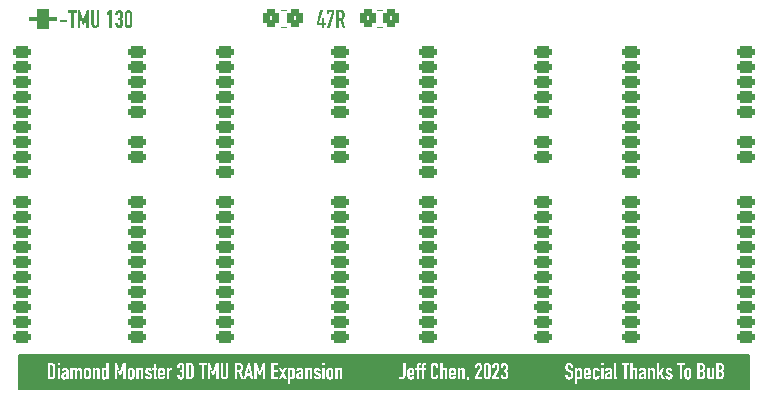
<source format=gto>
G04 #@! TF.GenerationSoftware,KiCad,Pcbnew,7.0.6-0*
G04 #@! TF.CreationDate,2023-09-15T02:17:20-04:00*
G04 #@! TF.ProjectId,TMU Board,544d5520-426f-4617-9264-2e6b69636164,1*
G04 #@! TF.SameCoordinates,Original*
G04 #@! TF.FileFunction,Legend,Top*
G04 #@! TF.FilePolarity,Positive*
%FSLAX46Y46*%
G04 Gerber Fmt 4.6, Leading zero omitted, Abs format (unit mm)*
G04 Created by KiCad (PCBNEW 7.0.6-0) date 2023-09-15 02:17:20*
%MOMM*%
%LPD*%
G01*
G04 APERTURE LIST*
G04 Aperture macros list*
%AMRoundRect*
0 Rectangle with rounded corners*
0 $1 Rounding radius*
0 $2 $3 $4 $5 $6 $7 $8 $9 X,Y pos of 4 corners*
0 Add a 4 corners polygon primitive as box body*
4,1,4,$2,$3,$4,$5,$6,$7,$8,$9,$2,$3,0*
0 Add four circle primitives for the rounded corners*
1,1,$1+$1,$2,$3*
1,1,$1+$1,$4,$5*
1,1,$1+$1,$6,$7*
1,1,$1+$1,$8,$9*
0 Add four rect primitives between the rounded corners*
20,1,$1+$1,$2,$3,$4,$5,0*
20,1,$1+$1,$4,$5,$6,$7,0*
20,1,$1+$1,$6,$7,$8,$9,0*
20,1,$1+$1,$8,$9,$2,$3,0*%
G04 Aperture macros list end*
%ADD10C,0.127000*%
%ADD11C,0.150000*%
%ADD12C,0.120000*%
%ADD13RoundRect,0.278300X0.477500X0.227500X-0.477500X0.227500X-0.477500X-0.227500X0.477500X-0.227500X0*%
%ADD14RoundRect,0.278300X-0.477500X-0.227500X0.477500X-0.227500X0.477500X0.227500X-0.477500X0.227500X0*%
%ADD15RoundRect,0.300800X-0.350000X-0.450000X0.350000X-0.450000X0.350000X0.450000X-0.350000X0.450000X0*%
%ADD16RoundRect,0.660400X-0.533400X-0.152400X0.533400X-0.152400X0.533400X0.152400X-0.533400X0.152400X0*%
G04 APERTURE END LIST*
D10*
X110290934Y-118413677D02*
X172080934Y-118413677D01*
X172080934Y-118619077D01*
X110290934Y-118619077D01*
X110290934Y-118413677D01*
G36*
X110290934Y-118413677D02*
G01*
X172080934Y-118413677D01*
X172080934Y-118619077D01*
X110290934Y-118619077D01*
X110290934Y-118413677D01*
G37*
X170228926Y-116160748D02*
X172080000Y-116160748D01*
X172080000Y-118419253D01*
X170228926Y-118419253D01*
X170228926Y-116160748D01*
G36*
X170228926Y-116160748D02*
G01*
X172080000Y-116160748D01*
X172080000Y-118419253D01*
X170228926Y-118419253D01*
X170228926Y-116160748D01*
G37*
X110290934Y-116131751D02*
X112480000Y-116131751D01*
X112480000Y-118468249D01*
X110290934Y-118468249D01*
X110290934Y-116131751D01*
G36*
X110290934Y-116131751D02*
G01*
X112480000Y-116131751D01*
X112480000Y-118468249D01*
X110290934Y-118468249D01*
X110290934Y-116131751D01*
G37*
X110291633Y-115736751D02*
X172079763Y-115736751D01*
X172079763Y-116192151D01*
X110291633Y-116192151D01*
X110291633Y-115736751D01*
G36*
X110291633Y-115736751D02*
G01*
X172079763Y-115736751D01*
X172079763Y-116192151D01*
X110291633Y-116192151D01*
X110291633Y-115736751D01*
G37*
G36*
X113733789Y-87603553D02*
G01*
X113733789Y-87389230D01*
X114366866Y-87389230D01*
X114366866Y-87603553D01*
X113733789Y-87603553D01*
G37*
G36*
X114710882Y-88072500D02*
G01*
X114710882Y-86786195D01*
X114456259Y-86786195D01*
X114456259Y-86571871D01*
X115159678Y-86571871D01*
X115159678Y-86786195D01*
X114925205Y-86786195D01*
X114925205Y-88072500D01*
X114710882Y-88072500D01*
G37*
G36*
X115246140Y-88072500D02*
G01*
X115246140Y-86571871D01*
X115450205Y-86571871D01*
X115725345Y-87366516D01*
X115729375Y-87366516D01*
X116002683Y-86571871D01*
X116210778Y-86571871D01*
X116210778Y-88072500D01*
X115996454Y-88072500D01*
X115996454Y-87159886D01*
X115992424Y-87159886D01*
X115779933Y-87804687D01*
X115672588Y-87804687D01*
X115460464Y-87159886D01*
X115460464Y-88072500D01*
X115246140Y-88072500D01*
G37*
G36*
X117095914Y-86571871D02*
G01*
X117095914Y-87734712D01*
X117095507Y-87752944D01*
X117094288Y-87770821D01*
X117092256Y-87788344D01*
X117089411Y-87805512D01*
X117085753Y-87822324D01*
X117081282Y-87838782D01*
X117075998Y-87854885D01*
X117069902Y-87870633D01*
X117063067Y-87885900D01*
X117055568Y-87900743D01*
X117047405Y-87915163D01*
X117038578Y-87929159D01*
X117029087Y-87942732D01*
X117018931Y-87955881D01*
X117008112Y-87968607D01*
X116996629Y-87980908D01*
X116984493Y-87992758D01*
X116971899Y-88003944D01*
X116958848Y-88014465D01*
X116945338Y-88024323D01*
X116931370Y-88033516D01*
X116916945Y-88042045D01*
X116902061Y-88049911D01*
X116886720Y-88057112D01*
X116871109Y-88063466D01*
X116855235Y-88068973D01*
X116839098Y-88073633D01*
X116822698Y-88077445D01*
X116806034Y-88080411D01*
X116789106Y-88082529D01*
X116771916Y-88083800D01*
X116754462Y-88084223D01*
X116736934Y-88083800D01*
X116719703Y-88082529D01*
X116702770Y-88080411D01*
X116686135Y-88077445D01*
X116669798Y-88073633D01*
X116653758Y-88068973D01*
X116638016Y-88063466D01*
X116622571Y-88057112D01*
X116607573Y-88049911D01*
X116592987Y-88042045D01*
X116578813Y-88033516D01*
X116565052Y-88024323D01*
X116551702Y-88014465D01*
X116538765Y-88003944D01*
X116526240Y-87992758D01*
X116514127Y-87980908D01*
X116502541Y-87968607D01*
X116491596Y-87955881D01*
X116481292Y-87942732D01*
X116471629Y-87929159D01*
X116462607Y-87915163D01*
X116454227Y-87900743D01*
X116446487Y-87885900D01*
X116439389Y-87870633D01*
X116433121Y-87854885D01*
X116427688Y-87838782D01*
X116423091Y-87822324D01*
X116419330Y-87805512D01*
X116416405Y-87788344D01*
X116414316Y-87770821D01*
X116413062Y-87752944D01*
X116412644Y-87734712D01*
X116412644Y-86571871D01*
X116626967Y-86571871D01*
X116626967Y-87714195D01*
X116627534Y-87733510D01*
X116629234Y-87751519D01*
X116632068Y-87768223D01*
X116636035Y-87783621D01*
X116641135Y-87797715D01*
X116649105Y-87813496D01*
X116658845Y-87827239D01*
X116663237Y-87832165D01*
X116675019Y-87843036D01*
X116687695Y-87852064D01*
X116701266Y-87859250D01*
X116715731Y-87864594D01*
X116731090Y-87868094D01*
X116747344Y-87869753D01*
X116754096Y-87869900D01*
X116770813Y-87868979D01*
X116786618Y-87866215D01*
X116801510Y-87861609D01*
X116815490Y-87855160D01*
X116828558Y-87846868D01*
X116840714Y-87836734D01*
X116845321Y-87832165D01*
X116855769Y-87819238D01*
X116864447Y-87804272D01*
X116871354Y-87787267D01*
X116875605Y-87772195D01*
X116878722Y-87755817D01*
X116880705Y-87738134D01*
X116881555Y-87719146D01*
X116881591Y-87714195D01*
X116881591Y-86571871D01*
X117095914Y-86571871D01*
G37*
G36*
X117930858Y-88072500D02*
G01*
X117930858Y-86799384D01*
X117719832Y-86957653D01*
X117719832Y-86729774D01*
X117930858Y-86571871D01*
X118145181Y-86571871D01*
X118145181Y-88072500D01*
X117930858Y-88072500D01*
G37*
G36*
X118707550Y-87204949D02*
G01*
X118724957Y-87204749D01*
X118741321Y-87204150D01*
X118756642Y-87203152D01*
X118775447Y-87201200D01*
X118792397Y-87198538D01*
X118807492Y-87195167D01*
X118823753Y-87189954D01*
X118837116Y-87183632D01*
X118839441Y-87182234D01*
X118851892Y-87171604D01*
X118860300Y-87159518D01*
X118866919Y-87144499D01*
X118870926Y-87130371D01*
X118873788Y-87114365D01*
X118875505Y-87096482D01*
X118876078Y-87076721D01*
X118876078Y-86886212D01*
X118875086Y-86869756D01*
X118872111Y-86854459D01*
X118867152Y-86840321D01*
X118860210Y-86827342D01*
X118851284Y-86815522D01*
X118847868Y-86811840D01*
X118836718Y-86802004D01*
X118824151Y-86794203D01*
X118810168Y-86788437D01*
X118794768Y-86784706D01*
X118777951Y-86783010D01*
X118772030Y-86782897D01*
X118755301Y-86783765D01*
X118740145Y-86786368D01*
X118724036Y-86791782D01*
X118710195Y-86799694D01*
X118698620Y-86810106D01*
X118692163Y-86818435D01*
X118684070Y-86831534D01*
X118676744Y-86846588D01*
X118671698Y-86861397D01*
X118668931Y-86875960D01*
X118668349Y-86886212D01*
X118668349Y-87006379D01*
X118454026Y-87006379D01*
X118454026Y-86883647D01*
X118454415Y-86867539D01*
X118455583Y-86851636D01*
X118457529Y-86835940D01*
X118460254Y-86820450D01*
X118463758Y-86805165D01*
X118468039Y-86790087D01*
X118473100Y-86775215D01*
X118478939Y-86760549D01*
X118485551Y-86746164D01*
X118492746Y-86732316D01*
X118500526Y-86719007D01*
X118508889Y-86706236D01*
X118517836Y-86694002D01*
X118527368Y-86682307D01*
X118537483Y-86671150D01*
X118548182Y-86660532D01*
X118559402Y-86650354D01*
X118571079Y-86640702D01*
X118583215Y-86631577D01*
X118595809Y-86622979D01*
X118608861Y-86614908D01*
X118622370Y-86607363D01*
X118636338Y-86600345D01*
X118650764Y-86593853D01*
X118665550Y-86587929D01*
X118680599Y-86582794D01*
X118695912Y-86578449D01*
X118711489Y-86574894D01*
X118727328Y-86572129D01*
X118743431Y-86570154D01*
X118759797Y-86568969D01*
X118776427Y-86568574D01*
X118792646Y-86568877D01*
X118808330Y-86569785D01*
X118823480Y-86571298D01*
X118838096Y-86573417D01*
X118856752Y-86577184D01*
X118874458Y-86582027D01*
X118891213Y-86587946D01*
X118907018Y-86594941D01*
X118921873Y-86603012D01*
X118935898Y-86611633D01*
X118949030Y-86620277D01*
X118961269Y-86628944D01*
X118975312Y-86639810D01*
X118987959Y-86650711D01*
X118999211Y-86661649D01*
X119009068Y-86672622D01*
X119019028Y-86685101D01*
X119028394Y-86697626D01*
X119037163Y-86710197D01*
X119045338Y-86722814D01*
X119052894Y-86735911D01*
X119059809Y-86750291D01*
X119065334Y-86763925D01*
X119070368Y-86778541D01*
X119071716Y-86782897D01*
X119076095Y-86801153D01*
X119078997Y-86816204D01*
X119081569Y-86832421D01*
X119083814Y-86849803D01*
X119085730Y-86868352D01*
X119087317Y-86888066D01*
X119088576Y-86908945D01*
X119089507Y-86930990D01*
X119089945Y-86946335D01*
X119090237Y-86962197D01*
X119090383Y-86978578D01*
X119090401Y-86986962D01*
X119090401Y-87005744D01*
X119090401Y-87023621D01*
X119090401Y-87040594D01*
X119090401Y-87056663D01*
X119090401Y-87071827D01*
X119090401Y-87089510D01*
X119090401Y-87105780D01*
X119090401Y-87111892D01*
X119089950Y-87129173D01*
X119088598Y-87145294D01*
X119086344Y-87160257D01*
X119082574Y-87176248D01*
X119077578Y-87190661D01*
X119070268Y-87204756D01*
X119061800Y-87217869D01*
X119052175Y-87230000D01*
X119041394Y-87241150D01*
X119034713Y-87247081D01*
X119021853Y-87257211D01*
X119009239Y-87266202D01*
X118995157Y-87275475D01*
X118982300Y-87283420D01*
X118968424Y-87291561D01*
X118959609Y-87296540D01*
X118972134Y-87304440D01*
X118986695Y-87314121D01*
X119000040Y-87323588D01*
X119012169Y-87332840D01*
X119025118Y-87343659D01*
X119036315Y-87354169D01*
X119038011Y-87355891D01*
X119049045Y-87368173D01*
X119058747Y-87381296D01*
X119067117Y-87395261D01*
X119074155Y-87410067D01*
X119077578Y-87418906D01*
X119081936Y-87433670D01*
X119085392Y-87449388D01*
X119087946Y-87466059D01*
X119089386Y-87480680D01*
X119090200Y-87495962D01*
X119090401Y-87508665D01*
X119090401Y-87525400D01*
X119090401Y-87543548D01*
X119090401Y-87559084D01*
X119090401Y-87575525D01*
X119090401Y-87592870D01*
X119090401Y-87611120D01*
X119090401Y-87630273D01*
X119090401Y-87640190D01*
X119090401Y-87658210D01*
X119090401Y-87675452D01*
X119090401Y-87691916D01*
X119090401Y-87707601D01*
X119090401Y-87722507D01*
X119090401Y-87740045D01*
X119090401Y-87756367D01*
X119090401Y-87762555D01*
X119090249Y-87777256D01*
X119089665Y-87793811D01*
X119088643Y-87809182D01*
X119086897Y-87825616D01*
X119084556Y-87840437D01*
X119084173Y-87842423D01*
X119080784Y-87858474D01*
X119076845Y-87873289D01*
X119071758Y-87888478D01*
X119067320Y-87899209D01*
X119060071Y-87913814D01*
X119052507Y-87927264D01*
X119043958Y-87941003D01*
X119039842Y-87947203D01*
X119029424Y-87961720D01*
X119018319Y-87975596D01*
X119006526Y-87988831D01*
X118994047Y-88001425D01*
X118980881Y-88013377D01*
X118967028Y-88024689D01*
X118952488Y-88035359D01*
X118937260Y-88045389D01*
X118921072Y-88054490D01*
X118903647Y-88062379D01*
X118889766Y-88067498D01*
X118875190Y-88071936D01*
X118859919Y-88075690D01*
X118843952Y-88078762D01*
X118827290Y-88081151D01*
X118809932Y-88082858D01*
X118791878Y-88083882D01*
X118773129Y-88084223D01*
X118757169Y-88083821D01*
X118740886Y-88082613D01*
X118724282Y-88080601D01*
X118707355Y-88077783D01*
X118690107Y-88074161D01*
X118672537Y-88069733D01*
X118665418Y-88067737D01*
X118651296Y-88063192D01*
X118637506Y-88057982D01*
X118624048Y-88052109D01*
X118610922Y-88045572D01*
X118598127Y-88038370D01*
X118585665Y-88030505D01*
X118573535Y-88021976D01*
X118561737Y-88012782D01*
X118550351Y-88002896D01*
X118539458Y-87992289D01*
X118529056Y-87980960D01*
X118519147Y-87968910D01*
X118509731Y-87956139D01*
X118500806Y-87942646D01*
X118492374Y-87928432D01*
X118484434Y-87913497D01*
X118477307Y-87897778D01*
X118471131Y-87881212D01*
X118465904Y-87863798D01*
X118461628Y-87845537D01*
X118458302Y-87826429D01*
X118456431Y-87811542D01*
X118455095Y-87796178D01*
X118454293Y-87780338D01*
X118454026Y-87764021D01*
X118454026Y-87641655D01*
X118668349Y-87641655D01*
X118668349Y-87753763D01*
X118669029Y-87769133D01*
X118671639Y-87786443D01*
X118676207Y-87802518D01*
X118682733Y-87817355D01*
X118691217Y-87830957D01*
X118696193Y-87837294D01*
X118707343Y-87848375D01*
X118719909Y-87857163D01*
X118733893Y-87863659D01*
X118749293Y-87867862D01*
X118766110Y-87869773D01*
X118772030Y-87869900D01*
X118789319Y-87868754D01*
X118805192Y-87865315D01*
X118819648Y-87859583D01*
X118832686Y-87851559D01*
X118844308Y-87841242D01*
X118847868Y-87837294D01*
X118857455Y-87824156D01*
X118865058Y-87809473D01*
X118870678Y-87793244D01*
X118873846Y-87778539D01*
X118875637Y-87762761D01*
X118876078Y-87749366D01*
X118876078Y-87534310D01*
X118875785Y-87518221D01*
X118874906Y-87503201D01*
X118872822Y-87484837D01*
X118869696Y-87468373D01*
X118865529Y-87453810D01*
X118858855Y-87438279D01*
X118850552Y-87425718D01*
X118842739Y-87417807D01*
X118829737Y-87408526D01*
X118815772Y-87402314D01*
X118801558Y-87398496D01*
X118791814Y-87396924D01*
X118776762Y-87395211D01*
X118759817Y-87393918D01*
X118743786Y-87393146D01*
X118726363Y-87392682D01*
X118710782Y-87392532D01*
X118707550Y-87392527D01*
X118707550Y-87204949D01*
G37*
G36*
X119569067Y-86568918D02*
G01*
X119584489Y-86569948D01*
X119599750Y-86571665D01*
X119614851Y-86574070D01*
X119629792Y-86577161D01*
X119644573Y-86580939D01*
X119659193Y-86585404D01*
X119673653Y-86590556D01*
X119687826Y-86596361D01*
X119701588Y-86602783D01*
X119714937Y-86609824D01*
X119727875Y-86617484D01*
X119740400Y-86625761D01*
X119752513Y-86634657D01*
X119764213Y-86644171D01*
X119775502Y-86654303D01*
X119786127Y-86665094D01*
X119796202Y-86676400D01*
X119805727Y-86688221D01*
X119814703Y-86700557D01*
X119823129Y-86713408D01*
X119831006Y-86726775D01*
X119838333Y-86740657D01*
X119845111Y-86755054D01*
X119851294Y-86769966D01*
X119856652Y-86785393D01*
X119861185Y-86801336D01*
X119864895Y-86817793D01*
X119867780Y-86834766D01*
X119869841Y-86852255D01*
X119871077Y-86870258D01*
X119871489Y-86888777D01*
X119871489Y-87764387D01*
X119871077Y-87782906D01*
X119869841Y-87800909D01*
X119867780Y-87818397D01*
X119864895Y-87835370D01*
X119861185Y-87851828D01*
X119856652Y-87867771D01*
X119851294Y-87883198D01*
X119845111Y-87898110D01*
X119838333Y-87912421D01*
X119831006Y-87926229D01*
X119823129Y-87939532D01*
X119814703Y-87952332D01*
X119805727Y-87964628D01*
X119796202Y-87976420D01*
X119786127Y-87987709D01*
X119775502Y-87998494D01*
X119764213Y-88008626D01*
X119752513Y-88018140D01*
X119740400Y-88027036D01*
X119727875Y-88035314D01*
X119714937Y-88042973D01*
X119701588Y-88050014D01*
X119687826Y-88056437D01*
X119673653Y-88062241D01*
X119659193Y-88067393D01*
X119644573Y-88071858D01*
X119629792Y-88075636D01*
X119614851Y-88078728D01*
X119599750Y-88081132D01*
X119584489Y-88082849D01*
X119569067Y-88083880D01*
X119553485Y-88084223D01*
X119537817Y-88083880D01*
X119522321Y-88082849D01*
X119506997Y-88081132D01*
X119491844Y-88078728D01*
X119476864Y-88075636D01*
X119462054Y-88071858D01*
X119447417Y-88067393D01*
X119432951Y-88062241D01*
X119418783Y-88056437D01*
X119405039Y-88050014D01*
X119391718Y-88042973D01*
X119378821Y-88035314D01*
X119366347Y-88027036D01*
X119354298Y-88018140D01*
X119342671Y-88008626D01*
X119331468Y-87998494D01*
X119320752Y-87987709D01*
X119310586Y-87976420D01*
X119300969Y-87964628D01*
X119291901Y-87952332D01*
X119283383Y-87939532D01*
X119275415Y-87926229D01*
X119267996Y-87912421D01*
X119261127Y-87898110D01*
X119255030Y-87883198D01*
X119249746Y-87867771D01*
X119245276Y-87851828D01*
X119241618Y-87835370D01*
X119238773Y-87818397D01*
X119236740Y-87800909D01*
X119235521Y-87782906D01*
X119235115Y-87764387D01*
X119235115Y-87763654D01*
X119449438Y-87763654D01*
X119450455Y-87780287D01*
X119453508Y-87795837D01*
X119458595Y-87810306D01*
X119465718Y-87823692D01*
X119474876Y-87835997D01*
X119478381Y-87839858D01*
X119489827Y-87850068D01*
X119502458Y-87858165D01*
X119516273Y-87864150D01*
X119531274Y-87868022D01*
X119547460Y-87869783D01*
X119553119Y-87869900D01*
X119569700Y-87868844D01*
X119585096Y-87865675D01*
X119599306Y-87860395D01*
X119612332Y-87853002D01*
X119624173Y-87843496D01*
X119627857Y-87839858D01*
X119637818Y-87827914D01*
X119645717Y-87814888D01*
X119651556Y-87800780D01*
X119655334Y-87785590D01*
X119657052Y-87769319D01*
X119657166Y-87763654D01*
X119657166Y-86889509D01*
X119656136Y-86872877D01*
X119653045Y-86857326D01*
X119647893Y-86842858D01*
X119640680Y-86829471D01*
X119631406Y-86817167D01*
X119627857Y-86813306D01*
X119616411Y-86802971D01*
X119603780Y-86794775D01*
X119589964Y-86788718D01*
X119574963Y-86784798D01*
X119558777Y-86783016D01*
X119553119Y-86782897D01*
X119536538Y-86783966D01*
X119521142Y-86787173D01*
X119506931Y-86792519D01*
X119493905Y-86800002D01*
X119482064Y-86809623D01*
X119478381Y-86813306D01*
X119468544Y-86825250D01*
X119460744Y-86838276D01*
X119454978Y-86852383D01*
X119451247Y-86867573D01*
X119449551Y-86883845D01*
X119449438Y-86889509D01*
X119449438Y-87763654D01*
X119235115Y-87763654D01*
X119235115Y-86888777D01*
X119235521Y-86870258D01*
X119236740Y-86852255D01*
X119238773Y-86834766D01*
X119241618Y-86817793D01*
X119245276Y-86801336D01*
X119249746Y-86785393D01*
X119255030Y-86769966D01*
X119261127Y-86755054D01*
X119267996Y-86740657D01*
X119275415Y-86726775D01*
X119283383Y-86713408D01*
X119291901Y-86700557D01*
X119300969Y-86688221D01*
X119310586Y-86676400D01*
X119320752Y-86665094D01*
X119331468Y-86654303D01*
X119342671Y-86644171D01*
X119354298Y-86634657D01*
X119366347Y-86625761D01*
X119378821Y-86617484D01*
X119391718Y-86609824D01*
X119405039Y-86602783D01*
X119418783Y-86596361D01*
X119432951Y-86590556D01*
X119447417Y-86585404D01*
X119462054Y-86580939D01*
X119476864Y-86577161D01*
X119491844Y-86574070D01*
X119506997Y-86571665D01*
X119522321Y-86569948D01*
X119537817Y-86568918D01*
X119553485Y-86568574D01*
X119569067Y-86568918D01*
G37*
D11*
G36*
X133341998Y-117035627D02*
G01*
X133356149Y-117037592D01*
X133371388Y-117042308D01*
X133384727Y-117049597D01*
X133396168Y-117059459D01*
X133405708Y-117071893D01*
X133411078Y-117081403D01*
X133416783Y-117094313D01*
X133421370Y-117108357D01*
X133424837Y-117123538D01*
X133427187Y-117139853D01*
X133428260Y-117153723D01*
X133428618Y-117168320D01*
X133428618Y-117526331D01*
X133428441Y-117534945D01*
X133427358Y-117548835D01*
X133424757Y-117564731D01*
X133420738Y-117579786D01*
X133415300Y-117593999D01*
X133408444Y-117607371D01*
X133402850Y-117615465D01*
X133392396Y-117625583D01*
X133379465Y-117633273D01*
X133364057Y-117638534D01*
X133349326Y-117641064D01*
X133332875Y-117641907D01*
X133327673Y-117641790D01*
X133312722Y-117640047D01*
X133298757Y-117636213D01*
X133285778Y-117630286D01*
X133273785Y-117622268D01*
X133262778Y-117612158D01*
X133257767Y-117606378D01*
X133249224Y-117593988D01*
X133242652Y-117580492D01*
X133238052Y-117565890D01*
X133235423Y-117550182D01*
X133234738Y-117536247D01*
X133234738Y-117156352D01*
X133235398Y-117140068D01*
X133237376Y-117124769D01*
X133240674Y-117110455D01*
X133245291Y-117097127D01*
X133252571Y-117082433D01*
X133261752Y-117069157D01*
X133265195Y-117065058D01*
X133276327Y-117054347D01*
X133288661Y-117046016D01*
X133302197Y-117040066D01*
X133316935Y-117036495D01*
X133332875Y-117035305D01*
X133341998Y-117035627D01*
G37*
G36*
X157673080Y-117035627D02*
G01*
X157687230Y-117037592D01*
X157702469Y-117042308D01*
X157715809Y-117049597D01*
X157727249Y-117059459D01*
X157736790Y-117071893D01*
X157742160Y-117081403D01*
X157747865Y-117094313D01*
X157752451Y-117108357D01*
X157755919Y-117123538D01*
X157758268Y-117139853D01*
X157759342Y-117153723D01*
X157759700Y-117168320D01*
X157759700Y-117526331D01*
X157759523Y-117534945D01*
X157758439Y-117548835D01*
X157755839Y-117564731D01*
X157751819Y-117579786D01*
X157746382Y-117593999D01*
X157739526Y-117607371D01*
X157733932Y-117615465D01*
X157723477Y-117625583D01*
X157710546Y-117633273D01*
X157695139Y-117638534D01*
X157680408Y-117641064D01*
X157663957Y-117641907D01*
X157658754Y-117641790D01*
X157643804Y-117640047D01*
X157629839Y-117636213D01*
X157616860Y-117630286D01*
X157604867Y-117622268D01*
X157593859Y-117612158D01*
X157588848Y-117606378D01*
X157580305Y-117593988D01*
X157573733Y-117580492D01*
X157569133Y-117565890D01*
X157566505Y-117550182D01*
X157565820Y-117536247D01*
X157565820Y-117156352D01*
X157566480Y-117140068D01*
X157568458Y-117124769D01*
X157571756Y-117110455D01*
X157576372Y-117097127D01*
X157583653Y-117082433D01*
X157592833Y-117069157D01*
X157596277Y-117065058D01*
X157607409Y-117054347D01*
X157619742Y-117046016D01*
X157633278Y-117040066D01*
X157648017Y-117036495D01*
X157663957Y-117035305D01*
X157673080Y-117035627D01*
G37*
G36*
X114243071Y-117393701D02*
G01*
X114257860Y-117395053D01*
X114272505Y-117397073D01*
X114286476Y-117399471D01*
X114286476Y-117537273D01*
X114286224Y-117548631D01*
X114285102Y-117563009D01*
X114282437Y-117579748D01*
X114278370Y-117595119D01*
X114272900Y-117609121D01*
X114266028Y-117621753D01*
X114257753Y-117633016D01*
X114248325Y-117642769D01*
X114235534Y-117652289D01*
X114221132Y-117659430D01*
X114207901Y-117663562D01*
X114193550Y-117666042D01*
X114178081Y-117666868D01*
X114166108Y-117666307D01*
X114152088Y-117664028D01*
X114136653Y-117658979D01*
X114122732Y-117651406D01*
X114110326Y-117641308D01*
X114101145Y-117630965D01*
X114096256Y-117623979D01*
X114089177Y-117611495D01*
X114083433Y-117597960D01*
X114079025Y-117583372D01*
X114075953Y-117567733D01*
X114074217Y-117551041D01*
X114073789Y-117536931D01*
X114073835Y-117531873D01*
X114074511Y-117517296D01*
X114076675Y-117499254D01*
X114080281Y-117482803D01*
X114085330Y-117467945D01*
X114091821Y-117454679D01*
X114099755Y-117443004D01*
X114109132Y-117432923D01*
X114119951Y-117424433D01*
X114131791Y-117417140D01*
X114144229Y-117410819D01*
X114157266Y-117405471D01*
X114170900Y-117401095D01*
X114185134Y-117397692D01*
X114199965Y-117395261D01*
X114215395Y-117393803D01*
X114231424Y-117393316D01*
X114243071Y-117393701D01*
G37*
G36*
X116082742Y-117035415D02*
G01*
X116098437Y-117037058D01*
X116112811Y-117040672D01*
X116125862Y-117046258D01*
X116137591Y-117053815D01*
X116147997Y-117063344D01*
X116155583Y-117072692D01*
X116162988Y-117085740D01*
X116168541Y-117100782D01*
X116171756Y-117114842D01*
X116173684Y-117130288D01*
X116174327Y-117147120D01*
X116174327Y-117530092D01*
X116173915Y-117543674D01*
X116172244Y-117559418D01*
X116169287Y-117573794D01*
X116164042Y-117589237D01*
X116156945Y-117602709D01*
X116147997Y-117614210D01*
X116144675Y-117617563D01*
X116133828Y-117626327D01*
X116121659Y-117633143D01*
X116108167Y-117638012D01*
X116093352Y-117640933D01*
X116077216Y-117641907D01*
X116071730Y-117641798D01*
X116056122Y-117640176D01*
X116041789Y-117636605D01*
X116028730Y-117631087D01*
X116016945Y-117623622D01*
X116006434Y-117614210D01*
X115998948Y-117604763D01*
X115991639Y-117591619D01*
X115986157Y-117576505D01*
X115982985Y-117562403D01*
X115981081Y-117546932D01*
X115980447Y-117530092D01*
X115980447Y-117147120D01*
X115980853Y-117133543D01*
X115982502Y-117117821D01*
X115985421Y-117103483D01*
X115990598Y-117088108D01*
X115997603Y-117074728D01*
X116006434Y-117063344D01*
X116009796Y-117059949D01*
X116020732Y-117051077D01*
X116032941Y-117044177D01*
X116046425Y-117039248D01*
X116061183Y-117036291D01*
X116077216Y-117035305D01*
X116082742Y-117035415D01*
G37*
G36*
X117590372Y-117035423D02*
G01*
X117605303Y-117037186D01*
X117619224Y-117041065D01*
X117632134Y-117047059D01*
X117644036Y-117055170D01*
X117654927Y-117065396D01*
X117659938Y-117071179D01*
X117668481Y-117083593D01*
X117675053Y-117097137D01*
X117679653Y-117111811D01*
X117682281Y-117127615D01*
X117682966Y-117141648D01*
X117682966Y-117523254D01*
X117682940Y-117526610D01*
X117682016Y-117542804D01*
X117679774Y-117558013D01*
X117676213Y-117572236D01*
X117671332Y-117585475D01*
X117665133Y-117597728D01*
X117655953Y-117611132D01*
X117652551Y-117615231D01*
X117641527Y-117625942D01*
X117629277Y-117634273D01*
X117615801Y-117640224D01*
X117601099Y-117643794D01*
X117585171Y-117644984D01*
X117576045Y-117644663D01*
X117561876Y-117642697D01*
X117546593Y-117637981D01*
X117533186Y-117630692D01*
X117521653Y-117620831D01*
X117511996Y-117608397D01*
X117506626Y-117598801D01*
X117500921Y-117585784D01*
X117496335Y-117571633D01*
X117492867Y-117556346D01*
X117490518Y-117539923D01*
X117489444Y-117525968D01*
X117489086Y-117511286D01*
X117489086Y-117151223D01*
X117489263Y-117142609D01*
X117490347Y-117128719D01*
X117492948Y-117112823D01*
X117496967Y-117097768D01*
X117502404Y-117083555D01*
X117509260Y-117070183D01*
X117516433Y-117060135D01*
X117527333Y-117050326D01*
X117540732Y-117042969D01*
X117553809Y-117038711D01*
X117568622Y-117036157D01*
X117585171Y-117035305D01*
X117590372Y-117035423D01*
G37*
G36*
X119783900Y-117035415D02*
G01*
X119799596Y-117037058D01*
X119813969Y-117040672D01*
X119827021Y-117046258D01*
X119838749Y-117053815D01*
X119849156Y-117063344D01*
X119856741Y-117072692D01*
X119864146Y-117085740D01*
X119869700Y-117100782D01*
X119872914Y-117114842D01*
X119874842Y-117130288D01*
X119875485Y-117147120D01*
X119875485Y-117530092D01*
X119875074Y-117543674D01*
X119873402Y-117559418D01*
X119870446Y-117573794D01*
X119865200Y-117589237D01*
X119858104Y-117602709D01*
X119849156Y-117614210D01*
X119845834Y-117617563D01*
X119834987Y-117626327D01*
X119822817Y-117633143D01*
X119809325Y-117638012D01*
X119794511Y-117640933D01*
X119778374Y-117641907D01*
X119772888Y-117641798D01*
X119757281Y-117640176D01*
X119742947Y-117636605D01*
X119729888Y-117631087D01*
X119718103Y-117623622D01*
X119707593Y-117614210D01*
X119700106Y-117604763D01*
X119692797Y-117591619D01*
X119687315Y-117576505D01*
X119684143Y-117562403D01*
X119682240Y-117546932D01*
X119681605Y-117530092D01*
X119681605Y-117147120D01*
X119682011Y-117133543D01*
X119683661Y-117117821D01*
X119686579Y-117103483D01*
X119691757Y-117088108D01*
X119698761Y-117074728D01*
X119707593Y-117063344D01*
X119710955Y-117059949D01*
X119721890Y-117051077D01*
X119734100Y-117044177D01*
X119747584Y-117039248D01*
X119762342Y-117036291D01*
X119778374Y-117035305D01*
X119783900Y-117035415D01*
G37*
G36*
X122359392Y-117035416D02*
G01*
X122375088Y-117037079D01*
X122389461Y-117040737D01*
X122402512Y-117046391D01*
X122414241Y-117054041D01*
X122424648Y-117063686D01*
X122426268Y-117065467D01*
X122434907Y-117077344D01*
X122441695Y-117091265D01*
X122445938Y-117104426D01*
X122448894Y-117119007D01*
X122450566Y-117135007D01*
X122450977Y-117148829D01*
X122450977Y-117262011D01*
X122257097Y-117262011D01*
X122257097Y-117148829D01*
X122257503Y-117135007D01*
X122259153Y-117119007D01*
X122262071Y-117104426D01*
X122267249Y-117088803D01*
X122274253Y-117075223D01*
X122283085Y-117063686D01*
X122286447Y-117060249D01*
X122297382Y-117051269D01*
X122309592Y-117044285D01*
X122323076Y-117039296D01*
X122337834Y-117036303D01*
X122353866Y-117035305D01*
X122359392Y-117035416D01*
G37*
G36*
X134122094Y-117393701D02*
G01*
X134136883Y-117395053D01*
X134151528Y-117397073D01*
X134165499Y-117399471D01*
X134165499Y-117537273D01*
X134165247Y-117548631D01*
X134164125Y-117563009D01*
X134161460Y-117579748D01*
X134157393Y-117595119D01*
X134151923Y-117609121D01*
X134145051Y-117621753D01*
X134136776Y-117633016D01*
X134127348Y-117642769D01*
X134114557Y-117652289D01*
X134100156Y-117659430D01*
X134086924Y-117663562D01*
X134072573Y-117666042D01*
X134057104Y-117666868D01*
X134045131Y-117666307D01*
X134031111Y-117664028D01*
X134015676Y-117658979D01*
X134001755Y-117651406D01*
X133989349Y-117641308D01*
X133980168Y-117630965D01*
X133975279Y-117623979D01*
X133968200Y-117611495D01*
X133962456Y-117597960D01*
X133958048Y-117583372D01*
X133954976Y-117567733D01*
X133953240Y-117551041D01*
X133952812Y-117536931D01*
X133952858Y-117531873D01*
X133953534Y-117517296D01*
X133955698Y-117499254D01*
X133959304Y-117482803D01*
X133964353Y-117467945D01*
X133970844Y-117454679D01*
X133978779Y-117443004D01*
X133988155Y-117432923D01*
X133998974Y-117424433D01*
X134010814Y-117417140D01*
X134023252Y-117410819D01*
X134036289Y-117405471D01*
X134049923Y-117401095D01*
X134064157Y-117397692D01*
X134078988Y-117395261D01*
X134094418Y-117393803D01*
X134110447Y-117393316D01*
X134122094Y-117393701D01*
G37*
G36*
X136616922Y-117035415D02*
G01*
X136632617Y-117037058D01*
X136646991Y-117040672D01*
X136660042Y-117046258D01*
X136671771Y-117053815D01*
X136682177Y-117063344D01*
X136689763Y-117072692D01*
X136697168Y-117085740D01*
X136702722Y-117100782D01*
X136705936Y-117114842D01*
X136707864Y-117130288D01*
X136708507Y-117147120D01*
X136708507Y-117530092D01*
X136708095Y-117543674D01*
X136706424Y-117559418D01*
X136703467Y-117573794D01*
X136698222Y-117589237D01*
X136691125Y-117602709D01*
X136682177Y-117614210D01*
X136678856Y-117617563D01*
X136668008Y-117626327D01*
X136655839Y-117633143D01*
X136642347Y-117638012D01*
X136627532Y-117640933D01*
X136611396Y-117641907D01*
X136605910Y-117641798D01*
X136590302Y-117640176D01*
X136575969Y-117636605D01*
X136562910Y-117631087D01*
X136551125Y-117623622D01*
X136540614Y-117614210D01*
X136533128Y-117604763D01*
X136525819Y-117591619D01*
X136520337Y-117576505D01*
X136517165Y-117562403D01*
X136515261Y-117546932D01*
X136514627Y-117530092D01*
X136514627Y-117147120D01*
X136515033Y-117133543D01*
X136516682Y-117117821D01*
X136519601Y-117103483D01*
X136524778Y-117088108D01*
X136531783Y-117074728D01*
X136540614Y-117063344D01*
X136543976Y-117059949D01*
X136554912Y-117051077D01*
X136567121Y-117044177D01*
X136580605Y-117039248D01*
X136595363Y-117036291D01*
X136611396Y-117035305D01*
X136616922Y-117035415D01*
G37*
G36*
X143473502Y-117035416D02*
G01*
X143489198Y-117037079D01*
X143503572Y-117040737D01*
X143516623Y-117046391D01*
X143528352Y-117054041D01*
X143538758Y-117063686D01*
X143540378Y-117065467D01*
X143549017Y-117077344D01*
X143555805Y-117091265D01*
X143560048Y-117104426D01*
X143563005Y-117119007D01*
X143564676Y-117135007D01*
X143565087Y-117148829D01*
X143565087Y-117262011D01*
X143371207Y-117262011D01*
X143371207Y-117148829D01*
X143371613Y-117135007D01*
X143373263Y-117119007D01*
X143376182Y-117104426D01*
X143381359Y-117088803D01*
X143388363Y-117075223D01*
X143397195Y-117063686D01*
X143400557Y-117060249D01*
X143411492Y-117051269D01*
X143423702Y-117044285D01*
X143437186Y-117039296D01*
X143451944Y-117036303D01*
X143467976Y-117035305D01*
X143473502Y-117035416D01*
G37*
G36*
X146991381Y-117035416D02*
G01*
X147007077Y-117037079D01*
X147021450Y-117040737D01*
X147034501Y-117046391D01*
X147046230Y-117054041D01*
X147056637Y-117063686D01*
X147058256Y-117065467D01*
X147066896Y-117077344D01*
X147073684Y-117091265D01*
X147077926Y-117104426D01*
X147080883Y-117119007D01*
X147082555Y-117135007D01*
X147082966Y-117148829D01*
X147082966Y-117262011D01*
X146889086Y-117262011D01*
X146889086Y-117148829D01*
X146889492Y-117135007D01*
X146891142Y-117119007D01*
X146894060Y-117104426D01*
X146899237Y-117088803D01*
X146906242Y-117075223D01*
X146915073Y-117063686D01*
X146918435Y-117060249D01*
X146929371Y-117051269D01*
X146941580Y-117044285D01*
X146955064Y-117039296D01*
X146969823Y-117036303D01*
X146985855Y-117035305D01*
X146991381Y-117035416D01*
G37*
G36*
X149934556Y-116627482D02*
G01*
X149949663Y-116629145D01*
X149963663Y-116632803D01*
X149976558Y-116638457D01*
X149988347Y-116646107D01*
X149999030Y-116655752D01*
X150002343Y-116659355D01*
X150010998Y-116670840D01*
X150017730Y-116683334D01*
X150022539Y-116696838D01*
X150025424Y-116711352D01*
X150026385Y-116726875D01*
X150026385Y-117542744D01*
X150026279Y-117548031D01*
X150024676Y-117563218D01*
X150021149Y-117577395D01*
X150015700Y-117590562D01*
X150008327Y-117602720D01*
X149999030Y-117613868D01*
X149995592Y-117617263D01*
X149984540Y-117626135D01*
X149972383Y-117633035D01*
X149959119Y-117637964D01*
X149944750Y-117640921D01*
X149929274Y-117641907D01*
X149923993Y-117641797D01*
X149908886Y-117640154D01*
X149894885Y-117636540D01*
X149881991Y-117630954D01*
X149870202Y-117623397D01*
X149859519Y-117613868D01*
X149856248Y-117610264D01*
X149847700Y-117598780D01*
X149841053Y-117586285D01*
X149836304Y-117572781D01*
X149833455Y-117558268D01*
X149832505Y-117542744D01*
X149832505Y-116726875D01*
X149832611Y-116721589D01*
X149834194Y-116706402D01*
X149837676Y-116692224D01*
X149843057Y-116679057D01*
X149850338Y-116666900D01*
X149859519Y-116655752D01*
X149862957Y-116652315D01*
X149874008Y-116643335D01*
X149886166Y-116636351D01*
X149899429Y-116631362D01*
X149913799Y-116628369D01*
X149929274Y-116627371D01*
X149934556Y-116627482D01*
G37*
G36*
X158408073Y-117035416D02*
G01*
X158423769Y-117037079D01*
X158438142Y-117040737D01*
X158451194Y-117046391D01*
X158462922Y-117054041D01*
X158473329Y-117063686D01*
X158474949Y-117065467D01*
X158483588Y-117077344D01*
X158490376Y-117091265D01*
X158494619Y-117104426D01*
X158497576Y-117119007D01*
X158499247Y-117135007D01*
X158499658Y-117148829D01*
X158499658Y-117262011D01*
X158305778Y-117262011D01*
X158305778Y-117148829D01*
X158306184Y-117135007D01*
X158307834Y-117119007D01*
X158310752Y-117104426D01*
X158315930Y-117088803D01*
X158322934Y-117075223D01*
X158331766Y-117063686D01*
X158335128Y-117060249D01*
X158346063Y-117051269D01*
X158358273Y-117044285D01*
X158371757Y-117039296D01*
X158386515Y-117036303D01*
X158402547Y-117035305D01*
X158408073Y-117035416D01*
G37*
G36*
X160266825Y-117393701D02*
G01*
X160281615Y-117395053D01*
X160296259Y-117397073D01*
X160310230Y-117399471D01*
X160310230Y-117537273D01*
X160309978Y-117548631D01*
X160308856Y-117563009D01*
X160306191Y-117579748D01*
X160302124Y-117595119D01*
X160296654Y-117609121D01*
X160289782Y-117621753D01*
X160281507Y-117633016D01*
X160272079Y-117642769D01*
X160259288Y-117652289D01*
X160244887Y-117659430D01*
X160231655Y-117663562D01*
X160217305Y-117666042D01*
X160201835Y-117666868D01*
X160189862Y-117666307D01*
X160175842Y-117664028D01*
X160160407Y-117658979D01*
X160146486Y-117651406D01*
X160134080Y-117641308D01*
X160124899Y-117630965D01*
X160120010Y-117623979D01*
X160112931Y-117611495D01*
X160107188Y-117597960D01*
X160102780Y-117583372D01*
X160099708Y-117567733D01*
X160097971Y-117551041D01*
X160097544Y-117536931D01*
X160097589Y-117531873D01*
X160098265Y-117517296D01*
X160100429Y-117499254D01*
X160104035Y-117482803D01*
X160109084Y-117467945D01*
X160115576Y-117454679D01*
X160123510Y-117443004D01*
X160132886Y-117432923D01*
X160143706Y-117424433D01*
X160155545Y-117417140D01*
X160167983Y-117410819D01*
X160181020Y-117405471D01*
X160194655Y-117401095D01*
X160208888Y-117397692D01*
X160223720Y-117395261D01*
X160239150Y-117393803D01*
X160255178Y-117393316D01*
X160266825Y-117393701D01*
G37*
G36*
X163130915Y-117393701D02*
G01*
X163145704Y-117395053D01*
X163160349Y-117397073D01*
X163174320Y-117399471D01*
X163174320Y-117537273D01*
X163174067Y-117548631D01*
X163172945Y-117563009D01*
X163170281Y-117579748D01*
X163166213Y-117595119D01*
X163160744Y-117609121D01*
X163153871Y-117621753D01*
X163145597Y-117633016D01*
X163136168Y-117642769D01*
X163123378Y-117652289D01*
X163108976Y-117659430D01*
X163095744Y-117663562D01*
X163081394Y-117666042D01*
X163065925Y-117666868D01*
X163053952Y-117666307D01*
X163039932Y-117664028D01*
X163024496Y-117658979D01*
X163010576Y-117651406D01*
X162998170Y-117641308D01*
X162988988Y-117630965D01*
X162984100Y-117623979D01*
X162977020Y-117611495D01*
X162971277Y-117597960D01*
X162966869Y-117583372D01*
X162963797Y-117567733D01*
X162962061Y-117551041D01*
X162961633Y-117536931D01*
X162961678Y-117531873D01*
X162962354Y-117517296D01*
X162964518Y-117499254D01*
X162968125Y-117482803D01*
X162973174Y-117467945D01*
X162979665Y-117454679D01*
X162987599Y-117443004D01*
X162996976Y-117432923D01*
X163007795Y-117424433D01*
X163019635Y-117417140D01*
X163032073Y-117410819D01*
X163045109Y-117405471D01*
X163058744Y-117401095D01*
X163072977Y-117397692D01*
X163087809Y-117395261D01*
X163103239Y-117393803D01*
X163119267Y-117393316D01*
X163130915Y-117393701D01*
G37*
G36*
X166916908Y-117035415D02*
G01*
X166932604Y-117037058D01*
X166946977Y-117040672D01*
X166960028Y-117046258D01*
X166971757Y-117053815D01*
X166982163Y-117063344D01*
X166989749Y-117072692D01*
X166997154Y-117085740D01*
X167002708Y-117100782D01*
X167005922Y-117114842D01*
X167007850Y-117130288D01*
X167008493Y-117147120D01*
X167008493Y-117530092D01*
X167008081Y-117543674D01*
X167006410Y-117559418D01*
X167003453Y-117573794D01*
X166998208Y-117589237D01*
X166991111Y-117602709D01*
X166982163Y-117614210D01*
X166978842Y-117617563D01*
X166967994Y-117626327D01*
X166955825Y-117633143D01*
X166942333Y-117638012D01*
X166927519Y-117640933D01*
X166911382Y-117641907D01*
X166905896Y-117641798D01*
X166890288Y-117640176D01*
X166875955Y-117636605D01*
X166862896Y-117631087D01*
X166851111Y-117623622D01*
X166840600Y-117614210D01*
X166833114Y-117604763D01*
X166825805Y-117591619D01*
X166820323Y-117576505D01*
X166817151Y-117562403D01*
X166815247Y-117546932D01*
X166814613Y-117530092D01*
X166814613Y-117147120D01*
X166815019Y-117133543D01*
X166816669Y-117117821D01*
X166819587Y-117103483D01*
X166824764Y-117088108D01*
X166831769Y-117074728D01*
X166840600Y-117063344D01*
X166843962Y-117059949D01*
X166854898Y-117051077D01*
X166867107Y-117044177D01*
X166880591Y-117039248D01*
X166895349Y-117036291D01*
X166911382Y-117035305D01*
X166916908Y-117035415D01*
G37*
G36*
X113013211Y-116630492D02*
G01*
X113028340Y-116631143D01*
X113042543Y-116632575D01*
X113060041Y-116635701D01*
X113075893Y-116640216D01*
X113090100Y-116646119D01*
X113102660Y-116653412D01*
X113113576Y-116662094D01*
X113124906Y-116674900D01*
X113128798Y-116680557D01*
X113135829Y-116692728D01*
X113141856Y-116706042D01*
X113146878Y-116720500D01*
X113150896Y-116736101D01*
X113153909Y-116752845D01*
X113155918Y-116770733D01*
X113156766Y-116784899D01*
X113157048Y-116799709D01*
X113157048Y-117459653D01*
X113156916Y-117470539D01*
X113156222Y-117486176D01*
X113154933Y-117500985D01*
X113153048Y-117514963D01*
X113149610Y-117532312D01*
X113145114Y-117548185D01*
X113139560Y-117562584D01*
X113132949Y-117575508D01*
X113123196Y-117589590D01*
X113121034Y-117592135D01*
X113108831Y-117603651D01*
X113097397Y-117611409D01*
X113084478Y-117617873D01*
X113070074Y-117623045D01*
X113054184Y-117626924D01*
X113036810Y-117629510D01*
X113022804Y-117630601D01*
X113007962Y-117630965D01*
X112919400Y-117630965D01*
X112919400Y-116630448D01*
X113007962Y-116630448D01*
X113013211Y-116630492D01*
G37*
G36*
X124734914Y-116630492D02*
G01*
X124750043Y-116631143D01*
X124764246Y-116632575D01*
X124781744Y-116635701D01*
X124797596Y-116640216D01*
X124811802Y-116646119D01*
X124824363Y-116653412D01*
X124835279Y-116662094D01*
X124846609Y-116674900D01*
X124850501Y-116680557D01*
X124857532Y-116692728D01*
X124863559Y-116706042D01*
X124868581Y-116720500D01*
X124872599Y-116736101D01*
X124875612Y-116752845D01*
X124877621Y-116770733D01*
X124878469Y-116784899D01*
X124878751Y-116799709D01*
X124878751Y-117459653D01*
X124878619Y-117470539D01*
X124877925Y-117486176D01*
X124876635Y-117500985D01*
X124874751Y-117514963D01*
X124871313Y-117532312D01*
X124866817Y-117548185D01*
X124861263Y-117562584D01*
X124854651Y-117575508D01*
X124844899Y-117589590D01*
X124842737Y-117592135D01*
X124830533Y-117603651D01*
X124819100Y-117611409D01*
X124806181Y-117617873D01*
X124791777Y-117623045D01*
X124775887Y-117626924D01*
X124758512Y-117629510D01*
X124744507Y-117630601D01*
X124729665Y-117630965D01*
X124641103Y-117630965D01*
X124641103Y-116630448D01*
X124729665Y-116630448D01*
X124734914Y-116630492D01*
G37*
G36*
X128894361Y-116630663D02*
G01*
X128912669Y-116631792D01*
X128929800Y-116633889D01*
X128945752Y-116636953D01*
X128960526Y-116640986D01*
X128974122Y-116645985D01*
X128986540Y-116651953D01*
X129001265Y-116661415D01*
X129013895Y-116672598D01*
X129024431Y-116685501D01*
X129031638Y-116698756D01*
X129037699Y-116713092D01*
X129041983Y-116726239D01*
X129045425Y-116740180D01*
X129048025Y-116754914D01*
X129048404Y-116757427D01*
X129050424Y-116773023D01*
X129051776Y-116786699D01*
X129052828Y-116800992D01*
X129053579Y-116815904D01*
X129054030Y-116831433D01*
X129054180Y-116847580D01*
X129054174Y-116850880D01*
X129053964Y-116867011D01*
X129053453Y-116882523D01*
X129052641Y-116897418D01*
X129051530Y-116911695D01*
X129050117Y-116925354D01*
X129048025Y-116940930D01*
X129045967Y-116953213D01*
X129042857Y-116967094D01*
X129038348Y-116982103D01*
X129032890Y-116995835D01*
X129026483Y-117008292D01*
X129021739Y-117014933D01*
X129012407Y-117025604D01*
X129001767Y-117035063D01*
X128989818Y-117043312D01*
X128976560Y-117050351D01*
X128966088Y-117054586D01*
X128952111Y-117058722D01*
X128936596Y-117061823D01*
X128922491Y-117063618D01*
X128907317Y-117064695D01*
X128891075Y-117065054D01*
X128775841Y-117065054D01*
X128775841Y-116630448D01*
X128881501Y-116630448D01*
X128894361Y-116630663D01*
G37*
G36*
X129820468Y-117324586D02*
G01*
X129620433Y-117324586D01*
X129718570Y-116826380D01*
X129722331Y-116826380D01*
X129820468Y-117324586D01*
G37*
G36*
X168026026Y-117174678D02*
G01*
X168041649Y-117175503D01*
X168056220Y-117176962D01*
X168072316Y-117179550D01*
X168086898Y-117183053D01*
X168099965Y-117187468D01*
X168108044Y-117190947D01*
X168121152Y-117198139D01*
X168132952Y-117206739D01*
X168143442Y-117216745D01*
X168152624Y-117228159D01*
X168158755Y-117239211D01*
X168164874Y-117253138D01*
X168169881Y-117268177D01*
X168173287Y-117281953D01*
X168175876Y-117296547D01*
X168176234Y-117299061D01*
X168178141Y-117314721D01*
X168179418Y-117328524D01*
X168180412Y-117343011D01*
X168181121Y-117358183D01*
X168181547Y-117374040D01*
X168181689Y-117390581D01*
X168181673Y-117397047D01*
X168181493Y-117412943D01*
X168181112Y-117428456D01*
X168180531Y-117443585D01*
X168179749Y-117458329D01*
X168178768Y-117472689D01*
X168177586Y-117486666D01*
X168177063Y-117492133D01*
X168174872Y-117507973D01*
X168171742Y-117522972D01*
X168167675Y-117537129D01*
X168162670Y-117550444D01*
X168156727Y-117562919D01*
X168149494Y-117574363D01*
X168139628Y-117586499D01*
X168128223Y-117597326D01*
X168117224Y-117605565D01*
X168105094Y-117612842D01*
X168098513Y-117616081D01*
X168083943Y-117621602D01*
X168070369Y-117625230D01*
X168055492Y-117627974D01*
X168039314Y-117629832D01*
X168025433Y-117630681D01*
X168010719Y-117630965D01*
X167925234Y-117630965D01*
X167925234Y-117174475D01*
X168012771Y-117174475D01*
X168026026Y-117174678D01*
G37*
G36*
X168013095Y-116630493D02*
G01*
X168030787Y-116631159D01*
X168047396Y-116632624D01*
X168062924Y-116634889D01*
X168077369Y-116637954D01*
X168090733Y-116641818D01*
X168106868Y-116648213D01*
X168121080Y-116656030D01*
X168133369Y-116665267D01*
X168143734Y-116675926D01*
X168152629Y-116687910D01*
X168160339Y-116701294D01*
X168166863Y-116716077D01*
X168172200Y-116732261D01*
X168176351Y-116749844D01*
X168178687Y-116763950D01*
X168180355Y-116778843D01*
X168181355Y-116794524D01*
X168181689Y-116810993D01*
X168181656Y-116816720D01*
X168181160Y-116833384D01*
X168180069Y-116849273D01*
X168178383Y-116864387D01*
X168176102Y-116878726D01*
X168173226Y-116892289D01*
X168168465Y-116909167D01*
X168162647Y-116924666D01*
X168155771Y-116938787D01*
X168147837Y-116951530D01*
X168145657Y-116954475D01*
X168135655Y-116965321D01*
X168123602Y-116974671D01*
X168109497Y-116982525D01*
X168093340Y-116988883D01*
X168079876Y-116992670D01*
X168065258Y-116995615D01*
X168049486Y-116997718D01*
X168032560Y-116998981D01*
X168014480Y-116999401D01*
X167925234Y-116999401D01*
X167925234Y-116630448D01*
X168006958Y-116630448D01*
X168013095Y-116630493D01*
G37*
G36*
X169622202Y-117174678D02*
G01*
X169637825Y-117175503D01*
X169652396Y-117176962D01*
X169668492Y-117179550D01*
X169683074Y-117183053D01*
X169696141Y-117187468D01*
X169704219Y-117190947D01*
X169717328Y-117198139D01*
X169729128Y-117206739D01*
X169739618Y-117216745D01*
X169748800Y-117228159D01*
X169754931Y-117239211D01*
X169761050Y-117253138D01*
X169766057Y-117268177D01*
X169769463Y-117281953D01*
X169772052Y-117296547D01*
X169772409Y-117299061D01*
X169774317Y-117314721D01*
X169775594Y-117328524D01*
X169776588Y-117343011D01*
X169777297Y-117358183D01*
X169777723Y-117374040D01*
X169777865Y-117390581D01*
X169777849Y-117397047D01*
X169777668Y-117412943D01*
X169777288Y-117428456D01*
X169776707Y-117443585D01*
X169775925Y-117458329D01*
X169774944Y-117472689D01*
X169773762Y-117486666D01*
X169773239Y-117492133D01*
X169771047Y-117507973D01*
X169767918Y-117522972D01*
X169763851Y-117537129D01*
X169758846Y-117550444D01*
X169752903Y-117562919D01*
X169745670Y-117574363D01*
X169735804Y-117586499D01*
X169724399Y-117597326D01*
X169713400Y-117605565D01*
X169701270Y-117612842D01*
X169694689Y-117616081D01*
X169680119Y-117621602D01*
X169666545Y-117625230D01*
X169651668Y-117627974D01*
X169635490Y-117629832D01*
X169621609Y-117630681D01*
X169606895Y-117630965D01*
X169521410Y-117630965D01*
X169521410Y-117174475D01*
X169608946Y-117174475D01*
X169622202Y-117174678D01*
G37*
G36*
X169609271Y-116630493D02*
G01*
X169626962Y-116631159D01*
X169643572Y-116632624D01*
X169659099Y-116634889D01*
X169673545Y-116637954D01*
X169686909Y-116641818D01*
X169703044Y-116648213D01*
X169717256Y-116656030D01*
X169729544Y-116665267D01*
X169739909Y-116675926D01*
X169748805Y-116687910D01*
X169756515Y-116701294D01*
X169763038Y-116716077D01*
X169768376Y-116732261D01*
X169772527Y-116749844D01*
X169774862Y-116763950D01*
X169776530Y-116778843D01*
X169777531Y-116794524D01*
X169777865Y-116810993D01*
X169777832Y-116816720D01*
X169777336Y-116833384D01*
X169776245Y-116849273D01*
X169774559Y-116864387D01*
X169772278Y-116878726D01*
X169769402Y-116892289D01*
X169764641Y-116909167D01*
X169758823Y-116924666D01*
X169751947Y-116938787D01*
X169744013Y-116951530D01*
X169741833Y-116954475D01*
X169731831Y-116965321D01*
X169719778Y-116974671D01*
X169705673Y-116982525D01*
X169689516Y-116988883D01*
X169676052Y-116992670D01*
X169661434Y-116995615D01*
X169645662Y-116997718D01*
X169628736Y-116998981D01*
X169610656Y-116999401D01*
X169521410Y-116999401D01*
X169521410Y-116630448D01*
X169603133Y-116630448D01*
X169609271Y-116630493D01*
G37*
G36*
X170177900Y-118424914D02*
G01*
X112519365Y-118424914D01*
X112519365Y-118224914D01*
X133034704Y-118224914D01*
X133234738Y-118224914D01*
X157365785Y-118224914D01*
X157565820Y-118224914D01*
X157565820Y-117740043D01*
X157567906Y-117743099D01*
X157576502Y-117754871D01*
X157585505Y-117765928D01*
X157594914Y-117776269D01*
X157604728Y-117785894D01*
X157617568Y-117796919D01*
X157631042Y-117806825D01*
X157645150Y-117815612D01*
X157659885Y-117823197D01*
X157675237Y-117829497D01*
X157691207Y-117834511D01*
X157707795Y-117838239D01*
X157721510Y-117840296D01*
X157735620Y-117841530D01*
X157750126Y-117841942D01*
X157754729Y-117841917D01*
X157772462Y-117841332D01*
X157789105Y-117839967D01*
X157804658Y-117837822D01*
X157819121Y-117834897D01*
X157835667Y-117830143D01*
X157850510Y-117824171D01*
X157863650Y-117816980D01*
X157873179Y-117810681D01*
X157886500Y-117800531D01*
X157898656Y-117789539D01*
X157909645Y-117777706D01*
X157919469Y-117765032D01*
X157928126Y-117751516D01*
X157935618Y-117737158D01*
X157941943Y-117721959D01*
X157947102Y-117705919D01*
X157951095Y-117689037D01*
X157953922Y-117671314D01*
X157954626Y-117665010D01*
X157955898Y-117651001D01*
X157956987Y-117635123D01*
X157957896Y-117617374D01*
X157958458Y-117602835D01*
X157958918Y-117587244D01*
X157959275Y-117570602D01*
X157959531Y-117552907D01*
X157959684Y-117534161D01*
X157959735Y-117514363D01*
X157959735Y-117501027D01*
X158105743Y-117501027D01*
X158105751Y-117504737D01*
X158105935Y-117519403D01*
X158106365Y-117533792D01*
X158107041Y-117547902D01*
X158107963Y-117561734D01*
X158109461Y-117578634D01*
X158111342Y-117595100D01*
X158113608Y-117611132D01*
X158114644Y-117617413D01*
X158117703Y-117632716D01*
X158121430Y-117647453D01*
X158125824Y-117661621D01*
X158130887Y-117675222D01*
X158136617Y-117688255D01*
X158143015Y-117700720D01*
X158149822Y-117712487D01*
X158159730Y-117727485D01*
X158170589Y-117741691D01*
X158182400Y-117755107D01*
X158195161Y-117767732D01*
X158208873Y-117779566D01*
X158219782Y-117787923D01*
X158231225Y-117795835D01*
X158243203Y-117803302D01*
X158251519Y-117807981D01*
X158264404Y-117814434D01*
X158277782Y-117820207D01*
X158291653Y-117825301D01*
X158306016Y-117829716D01*
X158320872Y-117833452D01*
X158336222Y-117836508D01*
X158352064Y-117838885D01*
X158368399Y-117840583D01*
X158385227Y-117841602D01*
X158402547Y-117841942D01*
X158419431Y-117841578D01*
X158435886Y-117840488D01*
X158451915Y-117838672D01*
X158467516Y-117836129D01*
X158482689Y-117832859D01*
X158497436Y-117828862D01*
X158511754Y-117824139D01*
X158525646Y-117818690D01*
X158539083Y-117812604D01*
X158552039Y-117805974D01*
X158564515Y-117798798D01*
X158576509Y-117791078D01*
X158588023Y-117782813D01*
X158599056Y-117774002D01*
X158609608Y-117764647D01*
X158619679Y-117754747D01*
X158629368Y-117744592D01*
X158638432Y-117734043D01*
X158646871Y-117723103D01*
X158654685Y-117711769D01*
X158661874Y-117700043D01*
X158668438Y-117687924D01*
X158674376Y-117675413D01*
X158679690Y-117662509D01*
X158684378Y-117649212D01*
X158688441Y-117635522D01*
X158691879Y-117621440D01*
X158694692Y-117606965D01*
X158696880Y-117592097D01*
X158698443Y-117576837D01*
X158699381Y-117561183D01*
X158699693Y-117545138D01*
X158499658Y-117545138D01*
X158498124Y-117555191D01*
X158494770Y-117569293D01*
X158490008Y-117583427D01*
X158483839Y-117597595D01*
X158477432Y-117609764D01*
X158472223Y-117617298D01*
X158462185Y-117626714D01*
X158449479Y-117633871D01*
X158434103Y-117638768D01*
X158419252Y-117641122D01*
X158402547Y-117641907D01*
X158386515Y-117641041D01*
X158371757Y-117638445D01*
X158358273Y-117634117D01*
X158344152Y-117626880D01*
X158331766Y-117617287D01*
X158328619Y-117614085D01*
X158319203Y-117601596D01*
X158313113Y-117589302D01*
X158308849Y-117575542D01*
X158306413Y-117560315D01*
X158305778Y-117546505D01*
X158305778Y-117501027D01*
X158852540Y-117501027D01*
X158852548Y-117504737D01*
X158852732Y-117519403D01*
X158853162Y-117533792D01*
X158853838Y-117547902D01*
X158854760Y-117561734D01*
X158856258Y-117578634D01*
X158858139Y-117595100D01*
X158860405Y-117611132D01*
X158861441Y-117617413D01*
X158864500Y-117632716D01*
X158868227Y-117647453D01*
X158872621Y-117661621D01*
X158877684Y-117675222D01*
X158883414Y-117688255D01*
X158889812Y-117700720D01*
X158896619Y-117712487D01*
X158906527Y-117727485D01*
X158917386Y-117741691D01*
X158929197Y-117755107D01*
X158941958Y-117767732D01*
X158955670Y-117779566D01*
X158966579Y-117787923D01*
X158978022Y-117795835D01*
X158990000Y-117803302D01*
X158998316Y-117807981D01*
X159011201Y-117814434D01*
X159024579Y-117820207D01*
X159038449Y-117825301D01*
X159052813Y-117829716D01*
X159067669Y-117833452D01*
X159083019Y-117836508D01*
X159098861Y-117838885D01*
X159115196Y-117840583D01*
X159132023Y-117841602D01*
X159149344Y-117841942D01*
X159166227Y-117841578D01*
X159182683Y-117840488D01*
X159198712Y-117838672D01*
X159214313Y-117836129D01*
X159229486Y-117832859D01*
X159244233Y-117828862D01*
X159258551Y-117824139D01*
X159272443Y-117818690D01*
X159285880Y-117812594D01*
X159298836Y-117805931D01*
X159311312Y-117798702D01*
X159323306Y-117790907D01*
X159334820Y-117782546D01*
X159345853Y-117773618D01*
X159356405Y-117764124D01*
X159366476Y-117754063D01*
X159376165Y-117743905D01*
X159385229Y-117733349D01*
X159393668Y-117722395D01*
X159401482Y-117711043D01*
X159408671Y-117699292D01*
X159415235Y-117687144D01*
X159421173Y-117674598D01*
X159426487Y-117661654D01*
X159431175Y-117648311D01*
X159435238Y-117634571D01*
X159438676Y-117620433D01*
X159441489Y-117605896D01*
X159443677Y-117590962D01*
X159445240Y-117575629D01*
X159446177Y-117559899D01*
X159446490Y-117543770D01*
X159246455Y-117543770D01*
X159244921Y-117553930D01*
X159241566Y-117568181D01*
X159236805Y-117582466D01*
X159230636Y-117596783D01*
X159224229Y-117609080D01*
X159219020Y-117616774D01*
X159208982Y-117626391D01*
X159196275Y-117633700D01*
X159180900Y-117638701D01*
X159166049Y-117641105D01*
X159149344Y-117641907D01*
X159133312Y-117641029D01*
X159118554Y-117638396D01*
X159105070Y-117634009D01*
X159090949Y-117626671D01*
X159078563Y-117616945D01*
X159075416Y-117613741D01*
X159066000Y-117601200D01*
X159059910Y-117588810D01*
X159055646Y-117574905D01*
X159053210Y-117559486D01*
X159052575Y-117545480D01*
X159052575Y-117147120D01*
X159052981Y-117133543D01*
X159054631Y-117117821D01*
X159057549Y-117103483D01*
X159062727Y-117088108D01*
X159069731Y-117074728D01*
X159078563Y-117063344D01*
X159081925Y-117059949D01*
X159092860Y-117051077D01*
X159105070Y-117044177D01*
X159118554Y-117039248D01*
X159133312Y-117036291D01*
X159149344Y-117035305D01*
X159154870Y-117035415D01*
X159170566Y-117037058D01*
X159184939Y-117040672D01*
X159197991Y-117046258D01*
X159209719Y-117053815D01*
X159220126Y-117063344D01*
X159221746Y-117065107D01*
X159230385Y-117077000D01*
X159237173Y-117091153D01*
X159241416Y-117104674D01*
X159244372Y-117119764D01*
X159246044Y-117136423D01*
X159246455Y-117150881D01*
X159446490Y-117150881D01*
X159446184Y-117133562D01*
X159445267Y-117116655D01*
X159443737Y-117100159D01*
X159441596Y-117084074D01*
X159438843Y-117068401D01*
X159435479Y-117053139D01*
X159431502Y-117038289D01*
X159426914Y-117023850D01*
X159421714Y-117009823D01*
X159415902Y-116996206D01*
X159409479Y-116983002D01*
X159402444Y-116970208D01*
X159394797Y-116957826D01*
X159386538Y-116945856D01*
X159377668Y-116934297D01*
X159368186Y-116923149D01*
X159358179Y-116913168D01*
X159347648Y-116903744D01*
X159336594Y-116894875D01*
X159325016Y-116886561D01*
X159312914Y-116878803D01*
X159300289Y-116871601D01*
X159287141Y-116864955D01*
X159273468Y-116858864D01*
X159259337Y-116853334D01*
X159244810Y-116848542D01*
X159236235Y-116846212D01*
X159577453Y-116846212D01*
X159577453Y-117831000D01*
X159777488Y-117831000D01*
X159777488Y-117577280D01*
X159897509Y-117577280D01*
X159897589Y-117587462D01*
X159898010Y-117602289D01*
X159898791Y-117616582D01*
X159900394Y-117634806D01*
X159902638Y-117652079D01*
X159905523Y-117668402D01*
X159909049Y-117683773D01*
X159913217Y-117698193D01*
X159918025Y-117711662D01*
X159919341Y-117714887D01*
X159926292Y-117730287D01*
X159933860Y-117744486D01*
X159942047Y-117757482D01*
X159950851Y-117769277D01*
X159960272Y-117779869D01*
X159972394Y-117790993D01*
X159976593Y-117794595D01*
X159989320Y-117804521D01*
X160002239Y-117813124D01*
X160015350Y-117820405D01*
X160028654Y-117826363D01*
X160042150Y-117831000D01*
X160053460Y-117834152D01*
X160066988Y-117837229D01*
X160082709Y-117839847D01*
X160098366Y-117841418D01*
X160113957Y-117841942D01*
X160122893Y-117841828D01*
X160140011Y-117840920D01*
X160156125Y-117839103D01*
X160171235Y-117836378D01*
X160185340Y-117832745D01*
X160198440Y-117828204D01*
X160213403Y-117821250D01*
X160226797Y-117812877D01*
X160231837Y-117809145D01*
X160244401Y-117798950D01*
X160256915Y-117787520D01*
X160266890Y-117777486D01*
X160276833Y-117766661D01*
X160286743Y-117755046D01*
X160296622Y-117742640D01*
X160306469Y-117729443D01*
X160310230Y-117729443D01*
X160310230Y-117831000D01*
X160510265Y-117831000D01*
X160510265Y-117146094D01*
X160510172Y-117136426D01*
X160509681Y-117122215D01*
X160508769Y-117108352D01*
X160506899Y-117090411D01*
X160504281Y-117073090D01*
X160500915Y-117056388D01*
X160496801Y-117040306D01*
X160491939Y-117024844D01*
X160486330Y-117010002D01*
X160480180Y-116995768D01*
X160473528Y-116982133D01*
X160466374Y-116969097D01*
X160458718Y-116956659D01*
X160450559Y-116944819D01*
X160441899Y-116933578D01*
X160432736Y-116922935D01*
X160423071Y-116912891D01*
X160412508Y-116903530D01*
X160401507Y-116894768D01*
X160390068Y-116886604D01*
X160378191Y-116879039D01*
X160365876Y-116872072D01*
X160353123Y-116865703D01*
X160339931Y-116859933D01*
X160326302Y-116854761D01*
X160312330Y-116850193D01*
X160298113Y-116846234D01*
X160283650Y-116842884D01*
X160268941Y-116840143D01*
X160253987Y-116838011D01*
X160238786Y-116836488D01*
X160223340Y-116835575D01*
X160207648Y-116835270D01*
X160190594Y-116835618D01*
X160173967Y-116836659D01*
X160157768Y-116838396D01*
X160141996Y-116840827D01*
X160126651Y-116843952D01*
X160111734Y-116847772D01*
X160097245Y-116852287D01*
X160083182Y-116857496D01*
X160069580Y-116863304D01*
X160056468Y-116869614D01*
X160043849Y-116876426D01*
X160031720Y-116883740D01*
X160020084Y-116891557D01*
X160008939Y-116899876D01*
X159998285Y-116908697D01*
X159988123Y-116918020D01*
X159978103Y-116928345D01*
X159968729Y-116939060D01*
X159960001Y-116950165D01*
X159951920Y-116961660D01*
X159944486Y-116973545D01*
X159937698Y-116985820D01*
X159931556Y-116998485D01*
X159926061Y-117011540D01*
X159921212Y-117024986D01*
X159917010Y-117038821D01*
X159913455Y-117053046D01*
X159910545Y-117067661D01*
X159908283Y-117082667D01*
X159906666Y-117098062D01*
X159905697Y-117113847D01*
X159905374Y-117130023D01*
X160095492Y-117130023D01*
X160097550Y-117121501D01*
X160101861Y-117108181D01*
X160108489Y-117093651D01*
X160116703Y-117080708D01*
X160126504Y-117069352D01*
X160137893Y-117059583D01*
X160141981Y-117056643D01*
X160154584Y-117048961D01*
X160167691Y-117042987D01*
X160181303Y-117038719D01*
X160195420Y-117036159D01*
X160210042Y-117035305D01*
X160223682Y-117035802D01*
X160239185Y-117037821D01*
X160252968Y-117041392D01*
X160267237Y-117047727D01*
X160279030Y-117056298D01*
X160288346Y-117067106D01*
X160293475Y-117075237D01*
X160299887Y-117088437D01*
X160304759Y-117102838D01*
X160308093Y-117118442D01*
X160309696Y-117132363D01*
X160310230Y-117147120D01*
X160310230Y-117245940D01*
X160308272Y-117245236D01*
X160295014Y-117241580D01*
X160280824Y-117240127D01*
X160271094Y-117240127D01*
X160257230Y-117240127D01*
X160249712Y-117240127D01*
X160235688Y-117240127D01*
X160227702Y-117240127D01*
X160213803Y-117240127D01*
X160202179Y-117240207D01*
X160185228Y-117240628D01*
X160168860Y-117241409D01*
X160153075Y-117242552D01*
X160137873Y-117244054D01*
X160123254Y-117245917D01*
X160109218Y-117248141D01*
X160091410Y-117251668D01*
X160074639Y-117255835D01*
X160058905Y-117260644D01*
X160044078Y-117266099D01*
X160030032Y-117272205D01*
X160016766Y-117278964D01*
X160004280Y-117286375D01*
X159992574Y-117294437D01*
X159981647Y-117303151D01*
X159971501Y-117312517D01*
X159962136Y-117322535D01*
X159953261Y-117333632D01*
X159945103Y-117345381D01*
X159937660Y-117357781D01*
X159930934Y-117370834D01*
X159924923Y-117384538D01*
X159919628Y-117398894D01*
X159915049Y-117413902D01*
X159911186Y-117429562D01*
X159909530Y-117437592D01*
X159906538Y-117454134D01*
X159903974Y-117471316D01*
X159901837Y-117489140D01*
X159900514Y-117502928D01*
X159899432Y-117517077D01*
X159898591Y-117531587D01*
X159898375Y-117536931D01*
X159897990Y-117546457D01*
X159897629Y-117561688D01*
X159897509Y-117577280D01*
X159777488Y-117577280D01*
X159777488Y-116846212D01*
X159577453Y-116846212D01*
X159236235Y-116846212D01*
X159229887Y-116844487D01*
X159214569Y-116841169D01*
X159198856Y-116838588D01*
X159182747Y-116836745D01*
X159166244Y-116835639D01*
X159149344Y-116835270D01*
X159137742Y-116835423D01*
X159120750Y-116836222D01*
X159104251Y-116837707D01*
X159088244Y-116839876D01*
X159072731Y-116842731D01*
X159057710Y-116846272D01*
X159043183Y-116850497D01*
X159029148Y-116855408D01*
X159015606Y-116861004D01*
X159002556Y-116867285D01*
X158990000Y-116874251D01*
X158981955Y-116879180D01*
X158970334Y-116886944D01*
X158959247Y-116895153D01*
X158945297Y-116906789D01*
X158932298Y-116919217D01*
X158920250Y-116932435D01*
X158909153Y-116946443D01*
X158899007Y-116961243D01*
X158889812Y-116976833D01*
X158887172Y-116981750D01*
X158881042Y-116994428D01*
X158875579Y-117007656D01*
X158870783Y-117021436D01*
X158866656Y-117035766D01*
X158863197Y-117050647D01*
X158860405Y-117066080D01*
X158859453Y-117072402D01*
X158857340Y-117088545D01*
X158855612Y-117105173D01*
X158854506Y-117118824D01*
X158853646Y-117132785D01*
X158853032Y-117147055D01*
X158852663Y-117161636D01*
X158852540Y-117176526D01*
X158852540Y-117501027D01*
X158305778Y-117501027D01*
X158305778Y-117415200D01*
X158699693Y-117415200D01*
X158699693Y-117143016D01*
X158699387Y-117126650D01*
X158698470Y-117110633D01*
X158696940Y-117094967D01*
X158694799Y-117079650D01*
X158692046Y-117064684D01*
X158688682Y-117050067D01*
X158684705Y-117035801D01*
X158680117Y-117021884D01*
X158674917Y-117008317D01*
X158669106Y-116995100D01*
X158662682Y-116982234D01*
X158655647Y-116969717D01*
X158648000Y-116957550D01*
X158639741Y-116945733D01*
X158630871Y-116934266D01*
X158621389Y-116923149D01*
X158611382Y-116913168D01*
X158600851Y-116903744D01*
X158589797Y-116894875D01*
X158578219Y-116886561D01*
X158566117Y-116878803D01*
X158553492Y-116871601D01*
X158540344Y-116864955D01*
X158526671Y-116858864D01*
X158512540Y-116853334D01*
X158498013Y-116848542D01*
X158483090Y-116844487D01*
X158467772Y-116841169D01*
X158452059Y-116838588D01*
X158435951Y-116836745D01*
X158419447Y-116835639D01*
X158402547Y-116835270D01*
X158390945Y-116835423D01*
X158373953Y-116836222D01*
X158357454Y-116837707D01*
X158341448Y-116839876D01*
X158325934Y-116842731D01*
X158310913Y-116846272D01*
X158296386Y-116850497D01*
X158282351Y-116855408D01*
X158268809Y-116861004D01*
X158255760Y-116867285D01*
X158243203Y-116874251D01*
X158235158Y-116879180D01*
X158223537Y-116886944D01*
X158212450Y-116895153D01*
X158198500Y-116906789D01*
X158185501Y-116919217D01*
X158173453Y-116932435D01*
X158162356Y-116946443D01*
X158152210Y-116961243D01*
X158143015Y-116976833D01*
X158140375Y-116981750D01*
X158134245Y-116994428D01*
X158128782Y-117007656D01*
X158123986Y-117021436D01*
X158119859Y-117035766D01*
X158116400Y-117050647D01*
X158113608Y-117066080D01*
X158112656Y-117072402D01*
X158110544Y-117088545D01*
X158108815Y-117105173D01*
X158107710Y-117118824D01*
X158106849Y-117132785D01*
X158106235Y-117147055D01*
X158105866Y-117161636D01*
X158105743Y-117176526D01*
X158105743Y-117262011D01*
X158105743Y-117501027D01*
X157959735Y-117501027D01*
X157959735Y-117139939D01*
X157959727Y-117134864D01*
X157959612Y-117120031D01*
X157959359Y-117105788D01*
X157958806Y-117087713D01*
X157958007Y-117070686D01*
X157956962Y-117054706D01*
X157955672Y-117039772D01*
X157954136Y-117025886D01*
X157951870Y-117010002D01*
X157949760Y-116998108D01*
X157946716Y-116983933D01*
X157943222Y-116970526D01*
X157938433Y-116955451D01*
X157932996Y-116941483D01*
X157926909Y-116928620D01*
X157920342Y-116917316D01*
X157909431Y-116901727D01*
X157897245Y-116887779D01*
X157883786Y-116875473D01*
X157869051Y-116864807D01*
X157853043Y-116855782D01*
X157835760Y-116848398D01*
X157817203Y-116842654D01*
X157797372Y-116838552D01*
X157783444Y-116836729D01*
X157768949Y-116835635D01*
X157753887Y-116835270D01*
X157744874Y-116835385D01*
X157727649Y-116836304D01*
X157711492Y-116838142D01*
X157696404Y-116840899D01*
X157682384Y-116844575D01*
X157669433Y-116849170D01*
X157654747Y-116856205D01*
X157641731Y-116864677D01*
X157632018Y-116872237D01*
X157619966Y-116882273D01*
X157608015Y-116892961D01*
X157596164Y-116904299D01*
X157584413Y-116916289D01*
X157575085Y-116926349D01*
X157565820Y-116936826D01*
X157565820Y-116846212D01*
X157365785Y-116846212D01*
X157365785Y-117536247D01*
X157365785Y-118224914D01*
X133234738Y-118224914D01*
X133234738Y-117740043D01*
X133236824Y-117743099D01*
X133245421Y-117754871D01*
X133254423Y-117765928D01*
X133263832Y-117776269D01*
X133273647Y-117785894D01*
X133286486Y-117796919D01*
X133299960Y-117806825D01*
X133314069Y-117815612D01*
X133328803Y-117823197D01*
X133344155Y-117829497D01*
X133360125Y-117834511D01*
X133376713Y-117838239D01*
X133390428Y-117840296D01*
X133404538Y-117841530D01*
X133419044Y-117841942D01*
X133423648Y-117841917D01*
X133441380Y-117841332D01*
X133458023Y-117839967D01*
X133473576Y-117837822D01*
X133488039Y-117834897D01*
X133504585Y-117830143D01*
X133519428Y-117824171D01*
X133532568Y-117816980D01*
X133542097Y-117810681D01*
X133555419Y-117800531D01*
X133567574Y-117789539D01*
X133578564Y-117777706D01*
X133588387Y-117765032D01*
X133597045Y-117751516D01*
X133604536Y-117737158D01*
X133610861Y-117721959D01*
X133616020Y-117705919D01*
X133620013Y-117689037D01*
X133622840Y-117671314D01*
X133623544Y-117665010D01*
X133624816Y-117651001D01*
X133625906Y-117635123D01*
X133626814Y-117617374D01*
X133627376Y-117602835D01*
X133627836Y-117587244D01*
X133628050Y-117577280D01*
X133752778Y-117577280D01*
X133752858Y-117587462D01*
X133753278Y-117602289D01*
X133754060Y-117616582D01*
X133755663Y-117634806D01*
X133757907Y-117652079D01*
X133760792Y-117668402D01*
X133764318Y-117683773D01*
X133768485Y-117698193D01*
X133773294Y-117711662D01*
X133774610Y-117714887D01*
X133781561Y-117730287D01*
X133789129Y-117744486D01*
X133797315Y-117757482D01*
X133806119Y-117769277D01*
X133815541Y-117779869D01*
X133827662Y-117790993D01*
X133831862Y-117794595D01*
X133844588Y-117804521D01*
X133857507Y-117813124D01*
X133870619Y-117820405D01*
X133883922Y-117826363D01*
X133897418Y-117831000D01*
X133908728Y-117834152D01*
X133922256Y-117837229D01*
X133937978Y-117839847D01*
X133953635Y-117841418D01*
X133969226Y-117841942D01*
X133978161Y-117841828D01*
X133995280Y-117840920D01*
X134011394Y-117839103D01*
X134026503Y-117836378D01*
X134040608Y-117832745D01*
X134053709Y-117828204D01*
X134068672Y-117821250D01*
X134082066Y-117812877D01*
X134087105Y-117809145D01*
X134099669Y-117798950D01*
X134112183Y-117787520D01*
X134122158Y-117777486D01*
X134132101Y-117766661D01*
X134142012Y-117755046D01*
X134151891Y-117742640D01*
X134161738Y-117729443D01*
X134165499Y-117729443D01*
X134165499Y-117831000D01*
X134365534Y-117831000D01*
X134521459Y-117831000D01*
X134721494Y-117831000D01*
X134721494Y-117170713D01*
X134721680Y-117158616D01*
X134722508Y-117143346D01*
X134723999Y-117129059D01*
X134726794Y-117112584D01*
X134730624Y-117097644D01*
X134735489Y-117084240D01*
X134742694Y-117070183D01*
X134750162Y-117060135D01*
X134761350Y-117050326D01*
X134774966Y-117042969D01*
X134788168Y-117038711D01*
X134803056Y-117036157D01*
X134819630Y-117035305D01*
X134825276Y-117035427D01*
X134841237Y-117037250D01*
X134855730Y-117041261D01*
X134868757Y-117047460D01*
X134880318Y-117055847D01*
X134890412Y-117066422D01*
X134897603Y-117076606D01*
X134904623Y-117090327D01*
X134909889Y-117105682D01*
X134912936Y-117119727D01*
X134914764Y-117134907D01*
X134915374Y-117151223D01*
X134915374Y-117831000D01*
X135115408Y-117831000D01*
X135115408Y-117536247D01*
X135250475Y-117536247D01*
X135250500Y-117540973D01*
X135250875Y-117554931D01*
X135252078Y-117573027D01*
X135254081Y-117590536D01*
X135256886Y-117607456D01*
X135260492Y-117623789D01*
X135264900Y-117639534D01*
X135270110Y-117654692D01*
X135276120Y-117669262D01*
X135282868Y-117683239D01*
X135290118Y-117696617D01*
X135297871Y-117709397D01*
X135306125Y-117721579D01*
X135314882Y-117733162D01*
X135324141Y-117744147D01*
X135333903Y-117754533D01*
X135344166Y-117764321D01*
X135354709Y-117773721D01*
X135365564Y-117782513D01*
X135376732Y-117790700D01*
X135388212Y-117798280D01*
X135400005Y-117805254D01*
X135412111Y-117811621D01*
X135424529Y-117817382D01*
X135437259Y-117822536D01*
X135450303Y-117827085D01*
X135463658Y-117831026D01*
X135477326Y-117834361D01*
X135491307Y-117837090D01*
X135505601Y-117839213D01*
X135520207Y-117840729D01*
X135535125Y-117841638D01*
X135550356Y-117841942D01*
X135566609Y-117841589D01*
X135582541Y-117840531D01*
X135598153Y-117838768D01*
X135613444Y-117836300D01*
X135628415Y-117833126D01*
X135643065Y-117829247D01*
X135657394Y-117824663D01*
X135671403Y-117819374D01*
X135685091Y-117813374D01*
X135698288Y-117806829D01*
X135710993Y-117799739D01*
X135723207Y-117792104D01*
X135734929Y-117783924D01*
X135746159Y-117775199D01*
X135756899Y-117765929D01*
X135767146Y-117756115D01*
X135776720Y-117745995D01*
X135785782Y-117735470D01*
X135794330Y-117724539D01*
X135802366Y-117713201D01*
X135809889Y-117701458D01*
X135816898Y-117689308D01*
X135823395Y-117676753D01*
X135829379Y-117663791D01*
X135834749Y-117650503D01*
X135839402Y-117636970D01*
X135843340Y-117623191D01*
X135846562Y-117609166D01*
X135849067Y-117594895D01*
X135850857Y-117580379D01*
X135851931Y-117565617D01*
X135852289Y-117550609D01*
X135852127Y-117539891D01*
X135851279Y-117524015D01*
X135849703Y-117508379D01*
X135847400Y-117492984D01*
X135844370Y-117477829D01*
X135840612Y-117462914D01*
X135836127Y-117448240D01*
X135830915Y-117433807D01*
X135824975Y-117419614D01*
X135818308Y-117405661D01*
X135810914Y-117391949D01*
X135805475Y-117383007D01*
X135796315Y-117370046D01*
X135785953Y-117357626D01*
X135774388Y-117345747D01*
X135761622Y-117334409D01*
X135747653Y-117323612D01*
X135732482Y-117313356D01*
X135716109Y-117303641D01*
X135698534Y-117294466D01*
X135686149Y-117288651D01*
X135673230Y-117283075D01*
X135659777Y-117277741D01*
X135544543Y-117231579D01*
X135537740Y-117228953D01*
X135522171Y-117222224D01*
X135508655Y-117215262D01*
X135495147Y-117206598D01*
X135484597Y-117197598D01*
X135475129Y-117185075D01*
X135470481Y-117175422D01*
X135465779Y-117162439D01*
X135462534Y-117147680D01*
X135461452Y-117132758D01*
X135461986Y-117121007D01*
X135464038Y-117107479D01*
X135468376Y-117092487D01*
X135474809Y-117078345D01*
X135483336Y-117065054D01*
X135490617Y-117056484D01*
X135502297Y-117046926D01*
X135515712Y-117040215D01*
X135530861Y-117036351D01*
X135545227Y-117035305D01*
X135553482Y-117035684D01*
X135567336Y-117038174D01*
X135580437Y-117042987D01*
X135592786Y-117050123D01*
X135604383Y-117059583D01*
X135607529Y-117062711D01*
X135616945Y-117075132D01*
X135623036Y-117087603D01*
X135627299Y-117101756D01*
X135629736Y-117117592D01*
X135630370Y-117132074D01*
X135830405Y-117132074D01*
X135830074Y-117116628D01*
X135829080Y-117101406D01*
X135827424Y-117086409D01*
X135825105Y-117071636D01*
X135822124Y-117057088D01*
X135818480Y-117042764D01*
X135814173Y-117028664D01*
X135809205Y-117014789D01*
X135803659Y-117001255D01*
X135797621Y-116988182D01*
X135791093Y-116975567D01*
X135784072Y-116963412D01*
X135776560Y-116951717D01*
X135768557Y-116940481D01*
X135760061Y-116929704D01*
X135751075Y-116919387D01*
X135741698Y-116909744D01*
X135729331Y-116898455D01*
X135716246Y-116888019D01*
X135702444Y-116878433D01*
X135687923Y-116869699D01*
X135675789Y-116863325D01*
X135663196Y-116857496D01*
X135650235Y-116852287D01*
X135636995Y-116847772D01*
X135631475Y-116846212D01*
X135972652Y-116846212D01*
X135972652Y-117831000D01*
X136172687Y-117831000D01*
X136172687Y-117501027D01*
X136314592Y-117501027D01*
X136314600Y-117504737D01*
X136314784Y-117519403D01*
X136315103Y-117530092D01*
X136315214Y-117533792D01*
X136315890Y-117547902D01*
X136316812Y-117561734D01*
X136318309Y-117578634D01*
X136320191Y-117595100D01*
X136322457Y-117611132D01*
X136323493Y-117617413D01*
X136326552Y-117632716D01*
X136330278Y-117647453D01*
X136334673Y-117661621D01*
X136339735Y-117675222D01*
X136345465Y-117688255D01*
X136351863Y-117700720D01*
X136358670Y-117712487D01*
X136368579Y-117727485D01*
X136379438Y-117741691D01*
X136391248Y-117755107D01*
X136404010Y-117767732D01*
X136417722Y-117779566D01*
X136428630Y-117787923D01*
X136440074Y-117795835D01*
X136452052Y-117803302D01*
X136460368Y-117807981D01*
X136473253Y-117814434D01*
X136486630Y-117820207D01*
X136500501Y-117825301D01*
X136514865Y-117829716D01*
X136529721Y-117833452D01*
X136545070Y-117836508D01*
X136560912Y-117838885D01*
X136577247Y-117840583D01*
X136594075Y-117841602D01*
X136611396Y-117841942D01*
X136623038Y-117841791D01*
X136640080Y-117840998D01*
X136656617Y-117839527D01*
X136672650Y-117837376D01*
X136688177Y-117834546D01*
X136703200Y-117831037D01*
X136703328Y-117831000D01*
X137061389Y-117831000D01*
X137261424Y-117831000D01*
X137261424Y-117170713D01*
X137261610Y-117158616D01*
X137262438Y-117143346D01*
X137263929Y-117129059D01*
X137266724Y-117112584D01*
X137270554Y-117097644D01*
X137275419Y-117084240D01*
X137282624Y-117070183D01*
X137290092Y-117060135D01*
X137301280Y-117050326D01*
X137314896Y-117042969D01*
X137328098Y-117038711D01*
X137342986Y-117036157D01*
X137359561Y-117035305D01*
X137365207Y-117035427D01*
X137381167Y-117037250D01*
X137395661Y-117041261D01*
X137408688Y-117047460D01*
X137420248Y-117055847D01*
X137430342Y-117066422D01*
X137437533Y-117076606D01*
X137444554Y-117090327D01*
X137449819Y-117105682D01*
X137452866Y-117119727D01*
X137454694Y-117134907D01*
X137455304Y-117151223D01*
X137455304Y-117831000D01*
X137655339Y-117831000D01*
X137655339Y-117716450D01*
X142413775Y-117716450D01*
X142418537Y-117721624D01*
X142428678Y-117731989D01*
X142439641Y-117742376D01*
X142451428Y-117752783D01*
X142464037Y-117763213D01*
X142477468Y-117773663D01*
X142491723Y-117784135D01*
X142502954Y-117792003D01*
X142514648Y-117799883D01*
X142522725Y-117804976D01*
X142535316Y-117811999D01*
X142548478Y-117818284D01*
X142562212Y-117823828D01*
X142576516Y-117828634D01*
X142591392Y-117832700D01*
X142606838Y-117836027D01*
X142622855Y-117838615D01*
X142639444Y-117840463D01*
X142656603Y-117841572D01*
X142674334Y-117841942D01*
X142679464Y-117841915D01*
X142694610Y-117841514D01*
X142709389Y-117840633D01*
X142723801Y-117839270D01*
X142737847Y-117837427D01*
X142751527Y-117835103D01*
X142769195Y-117831256D01*
X142786212Y-117826554D01*
X142802577Y-117820998D01*
X142818290Y-117814586D01*
X142833501Y-117807432D01*
X142848189Y-117799648D01*
X142862353Y-117791233D01*
X142875993Y-117782188D01*
X142889109Y-117772512D01*
X142901702Y-117762205D01*
X142913772Y-117751269D01*
X142925318Y-117739702D01*
X142936249Y-117727505D01*
X142946475Y-117714938D01*
X142955996Y-117701999D01*
X142964812Y-117688688D01*
X142972922Y-117675007D01*
X142980327Y-117660954D01*
X142987027Y-117646530D01*
X142993022Y-117631734D01*
X142998311Y-117616567D01*
X143002895Y-117601029D01*
X143006774Y-117585119D01*
X143009948Y-117568838D01*
X143012416Y-117552186D01*
X143014179Y-117535163D01*
X143015237Y-117517768D01*
X143015570Y-117501027D01*
X143171173Y-117501027D01*
X143171180Y-117504737D01*
X143171365Y-117519403D01*
X143171795Y-117533792D01*
X143172471Y-117547902D01*
X143173392Y-117561734D01*
X143174890Y-117578634D01*
X143176771Y-117595100D01*
X143179037Y-117611132D01*
X143180074Y-117617413D01*
X143183132Y-117632716D01*
X143186859Y-117647453D01*
X143191253Y-117661621D01*
X143196316Y-117675222D01*
X143202046Y-117688255D01*
X143208444Y-117700720D01*
X143215251Y-117712487D01*
X143225159Y-117727485D01*
X143236019Y-117741691D01*
X143247829Y-117755107D01*
X143260590Y-117767732D01*
X143274303Y-117779566D01*
X143285211Y-117787923D01*
X143296654Y-117795835D01*
X143308632Y-117803302D01*
X143316948Y-117807981D01*
X143329833Y-117814434D01*
X143343211Y-117820207D01*
X143357082Y-117825301D01*
X143371445Y-117829716D01*
X143386302Y-117833452D01*
X143401651Y-117836508D01*
X143417493Y-117838885D01*
X143433828Y-117840583D01*
X143450656Y-117841602D01*
X143467976Y-117841942D01*
X143484860Y-117841578D01*
X143501316Y-117840488D01*
X143517344Y-117838672D01*
X143532945Y-117836129D01*
X143548119Y-117832859D01*
X143562865Y-117828862D01*
X143577184Y-117824139D01*
X143591075Y-117818690D01*
X143604512Y-117812604D01*
X143617468Y-117805974D01*
X143629944Y-117798798D01*
X143641938Y-117791078D01*
X143653452Y-117782813D01*
X143664485Y-117774002D01*
X143675037Y-117764647D01*
X143685108Y-117754747D01*
X143694798Y-117744592D01*
X143703862Y-117734043D01*
X143712301Y-117723103D01*
X143720114Y-117711769D01*
X143727303Y-117700043D01*
X143733867Y-117687924D01*
X143739805Y-117675413D01*
X143745119Y-117662509D01*
X143749807Y-117649212D01*
X143753870Y-117635522D01*
X143757308Y-117621440D01*
X143760121Y-117606965D01*
X143762309Y-117592097D01*
X143763872Y-117576837D01*
X143764810Y-117561183D01*
X143765122Y-117545138D01*
X143565087Y-117545138D01*
X143563553Y-117555191D01*
X143560199Y-117569293D01*
X143555437Y-117583427D01*
X143549269Y-117597595D01*
X143542861Y-117609764D01*
X143537652Y-117617298D01*
X143527614Y-117626714D01*
X143514908Y-117633871D01*
X143499532Y-117638768D01*
X143484681Y-117641122D01*
X143467976Y-117641907D01*
X143451944Y-117641041D01*
X143437186Y-117638445D01*
X143423702Y-117634117D01*
X143409581Y-117626880D01*
X143397195Y-117617287D01*
X143394048Y-117614085D01*
X143384633Y-117601596D01*
X143378542Y-117589302D01*
X143374278Y-117575542D01*
X143371842Y-117560315D01*
X143371207Y-117546505D01*
X143371207Y-117415200D01*
X143765122Y-117415200D01*
X143765122Y-117143016D01*
X143764816Y-117126650D01*
X143763899Y-117110633D01*
X143762369Y-117094967D01*
X143760228Y-117079650D01*
X143757475Y-117064684D01*
X143754111Y-117050067D01*
X143750134Y-117035801D01*
X143745546Y-117021884D01*
X143740346Y-117008317D01*
X143736426Y-116999401D01*
X143852317Y-116999401D01*
X143958660Y-116999401D01*
X143958660Y-117831000D01*
X144158695Y-117831000D01*
X144158695Y-116999401D01*
X144287265Y-116999401D01*
X144290000Y-116999401D01*
X144393608Y-116999401D01*
X144393608Y-117831000D01*
X144593643Y-117831000D01*
X144593643Y-117513679D01*
X145151689Y-117513679D01*
X145151950Y-117531392D01*
X145152735Y-117548497D01*
X145154042Y-117564995D01*
X145155872Y-117580886D01*
X145158226Y-117596171D01*
X145161102Y-117610848D01*
X145164501Y-117624918D01*
X145168423Y-117638380D01*
X145174465Y-117655387D01*
X145181438Y-117671314D01*
X145189217Y-117686273D01*
X145197509Y-117700549D01*
X145206314Y-117714142D01*
X145215632Y-117727050D01*
X145225462Y-117739274D01*
X145235806Y-117750815D01*
X145246663Y-117761671D01*
X145258032Y-117771844D01*
X145269835Y-117781226D01*
X145281989Y-117789881D01*
X145294497Y-117797810D01*
X145307357Y-117805012D01*
X145320570Y-117811488D01*
X145334135Y-117817236D01*
X145348053Y-117822259D01*
X145362324Y-117826554D01*
X145376750Y-117830161D01*
X145391132Y-117833286D01*
X145405473Y-117835931D01*
X145419770Y-117838095D01*
X145434025Y-117839778D01*
X145448236Y-117840980D01*
X145462406Y-117841701D01*
X145476532Y-117841942D01*
X145492806Y-117841530D01*
X145508803Y-117840296D01*
X145524521Y-117838239D01*
X145539962Y-117835359D01*
X145555125Y-117831657D01*
X145570010Y-117827131D01*
X145584617Y-117821783D01*
X145598946Y-117815612D01*
X145612998Y-117808741D01*
X145626601Y-117801293D01*
X145639755Y-117793269D01*
X145652460Y-117784667D01*
X145664716Y-117775488D01*
X145676524Y-117765732D01*
X145687883Y-117755399D01*
X145698793Y-117744489D01*
X145709105Y-117733007D01*
X145718839Y-117721130D01*
X145727997Y-117708857D01*
X145736577Y-117696190D01*
X145744581Y-117683126D01*
X145752007Y-117669668D01*
X145758857Y-117655814D01*
X145765129Y-117641565D01*
X145770819Y-117627011D01*
X145775751Y-117612243D01*
X145779924Y-117597262D01*
X145783338Y-117582067D01*
X145785993Y-117566659D01*
X145787890Y-117551036D01*
X145789028Y-117535200D01*
X145789407Y-117519150D01*
X145789407Y-117432981D01*
X145589372Y-117432981D01*
X145589372Y-117501369D01*
X145589196Y-117511414D01*
X145588270Y-117525679D01*
X145586187Y-117541107D01*
X145583025Y-117555225D01*
X145578088Y-117569757D01*
X145575176Y-117576409D01*
X145567960Y-117590008D01*
X145559825Y-117601714D01*
X145549707Y-117612500D01*
X145547344Y-117614431D01*
X145535169Y-117623047D01*
X145522393Y-117629925D01*
X145509016Y-117635068D01*
X145497115Y-117638374D01*
X145483157Y-117640945D01*
X145468667Y-117641907D01*
X145452799Y-117641266D01*
X145438192Y-117639342D01*
X145424846Y-117636136D01*
X145409936Y-117630326D01*
X145396996Y-117622512D01*
X145386027Y-117612695D01*
X145377027Y-117600874D01*
X145369738Y-117587575D01*
X145363684Y-117573325D01*
X145358865Y-117558123D01*
X145355282Y-117541969D01*
X145353305Y-117528361D01*
X145352119Y-117514144D01*
X145351724Y-117499318D01*
X145351724Y-116789450D01*
X145351816Y-116780742D01*
X145352553Y-116763901D01*
X145354028Y-116747830D01*
X145356240Y-116732528D01*
X145359189Y-116717996D01*
X145362876Y-116704232D01*
X145368521Y-116688111D01*
X145375318Y-116673191D01*
X145383868Y-116659991D01*
X145394772Y-116649028D01*
X145408031Y-116640302D01*
X145423643Y-116633814D01*
X145437829Y-116630234D01*
X145453520Y-116628087D01*
X145470719Y-116627371D01*
X145477468Y-116627539D01*
X145493558Y-116629432D01*
X145508530Y-116633429D01*
X145522383Y-116639530D01*
X145535117Y-116647735D01*
X145546733Y-116658043D01*
X145557230Y-116670455D01*
X145564763Y-116681387D01*
X145572767Y-116695742D01*
X145579202Y-116710866D01*
X145584067Y-116726757D01*
X145587363Y-116743417D01*
X145588870Y-116757297D01*
X145589372Y-116771669D01*
X145589372Y-116838006D01*
X145789407Y-116838006D01*
X145789407Y-116760043D01*
X145789028Y-116742017D01*
X145787890Y-116724353D01*
X145785993Y-116707053D01*
X145783338Y-116690117D01*
X145779924Y-116673543D01*
X145775751Y-116657333D01*
X145770819Y-116641486D01*
X145765129Y-116626003D01*
X145758857Y-116610872D01*
X145752007Y-116596254D01*
X145744581Y-116582149D01*
X145736577Y-116568557D01*
X145727997Y-116555478D01*
X145718839Y-116542912D01*
X145709105Y-116530858D01*
X145698793Y-116519318D01*
X145687691Y-116508179D01*
X145676182Y-116497759D01*
X145664268Y-116488058D01*
X145651947Y-116479076D01*
X145639221Y-116470812D01*
X145626088Y-116463266D01*
X145612549Y-116456439D01*
X145598604Y-116450331D01*
X145584254Y-116444942D01*
X145569497Y-116440271D01*
X145554334Y-116436318D01*
X145538765Y-116433085D01*
X145522790Y-116430570D01*
X145521359Y-116430413D01*
X145949093Y-116430413D01*
X145949093Y-117831000D01*
X146149128Y-117831000D01*
X146149128Y-117170713D01*
X146149314Y-117158616D01*
X146150142Y-117143346D01*
X146151633Y-117129059D01*
X146154428Y-117112584D01*
X146158258Y-117097644D01*
X146163123Y-117084240D01*
X146170328Y-117070183D01*
X146177796Y-117060135D01*
X146188984Y-117050326D01*
X146202600Y-117042969D01*
X146215802Y-117038711D01*
X146230690Y-117036157D01*
X146247265Y-117035305D01*
X146252911Y-117035427D01*
X146268871Y-117037250D01*
X146283365Y-117041261D01*
X146296392Y-117047460D01*
X146307952Y-117055847D01*
X146318046Y-117066422D01*
X146325237Y-117076606D01*
X146332258Y-117090327D01*
X146337523Y-117105682D01*
X146340570Y-117119727D01*
X146342398Y-117134907D01*
X146343008Y-117151223D01*
X146343008Y-117831000D01*
X146543043Y-117831000D01*
X146543043Y-117501027D01*
X146689051Y-117501027D01*
X146689059Y-117504737D01*
X146689243Y-117519403D01*
X146689673Y-117533792D01*
X146690349Y-117547902D01*
X146691271Y-117561734D01*
X146692768Y-117578634D01*
X146694650Y-117595100D01*
X146696916Y-117611132D01*
X146697952Y-117617413D01*
X146701011Y-117632716D01*
X146704738Y-117647453D01*
X146709132Y-117661621D01*
X146714194Y-117675222D01*
X146719925Y-117688255D01*
X146726323Y-117700720D01*
X146733130Y-117712487D01*
X146743038Y-117727485D01*
X146753897Y-117741691D01*
X146765707Y-117755107D01*
X146778469Y-117767732D01*
X146792181Y-117779566D01*
X146803089Y-117787923D01*
X146814533Y-117795835D01*
X146826511Y-117803302D01*
X146834827Y-117807981D01*
X146847712Y-117814434D01*
X146861090Y-117820207D01*
X146874960Y-117825301D01*
X146889324Y-117829716D01*
X146904180Y-117833452D01*
X146919529Y-117836508D01*
X146935371Y-117838885D01*
X146951706Y-117840583D01*
X146968534Y-117841602D01*
X146985855Y-117841942D01*
X147002738Y-117841578D01*
X147019194Y-117840488D01*
X147035223Y-117838672D01*
X147050824Y-117836129D01*
X147065997Y-117832859D01*
X147072855Y-117831000D01*
X147435848Y-117831000D01*
X147635883Y-117831000D01*
X147635883Y-117170713D01*
X147636069Y-117158616D01*
X147636897Y-117143346D01*
X147638388Y-117129059D01*
X147641183Y-117112584D01*
X147645013Y-117097644D01*
X147649878Y-117084240D01*
X147657083Y-117070183D01*
X147664551Y-117060135D01*
X147675739Y-117050326D01*
X147689355Y-117042969D01*
X147702557Y-117038711D01*
X147717445Y-117036157D01*
X147734020Y-117035305D01*
X147739666Y-117035427D01*
X147755626Y-117037250D01*
X147770120Y-117041261D01*
X147783147Y-117047460D01*
X147794707Y-117055847D01*
X147804801Y-117066422D01*
X147811992Y-117076606D01*
X147819013Y-117090327D01*
X147824278Y-117105682D01*
X147827325Y-117119727D01*
X147829153Y-117134907D01*
X147829763Y-117151223D01*
X147829763Y-117831000D01*
X148029798Y-117831000D01*
X148029798Y-117634042D01*
X148197690Y-117634042D01*
X148197690Y-117979401D01*
X148397725Y-117834077D01*
X148397725Y-117831000D01*
X148903454Y-117831000D01*
X149497404Y-117831000D01*
X149497404Y-117630965D01*
X149138709Y-117630965D01*
X149184572Y-117543428D01*
X149632471Y-117543428D01*
X149632850Y-117560712D01*
X149633988Y-117577515D01*
X149635885Y-117593837D01*
X149638540Y-117609679D01*
X149641954Y-117625039D01*
X149646127Y-117639919D01*
X149651058Y-117654318D01*
X149656748Y-117668236D01*
X149663160Y-117681593D01*
X149670084Y-117694480D01*
X149677521Y-117706897D01*
X149685471Y-117718843D01*
X149693934Y-117730320D01*
X149702910Y-117741326D01*
X149712399Y-117751862D01*
X149722401Y-117761928D01*
X149732857Y-117771384D01*
X149743708Y-117780264D01*
X149754954Y-117788567D01*
X149766596Y-117796293D01*
X149778634Y-117803441D01*
X149791067Y-117810013D01*
X149803895Y-117816008D01*
X149817118Y-117821425D01*
X149830619Y-117826234D01*
X149844281Y-117830401D01*
X149858103Y-117833927D01*
X149872085Y-117836812D01*
X149886227Y-117839056D01*
X149900530Y-117840659D01*
X149914993Y-117841621D01*
X149929616Y-117841942D01*
X149944159Y-117841621D01*
X149958553Y-117840659D01*
X149972797Y-117839056D01*
X149986891Y-117836812D01*
X150000836Y-117833927D01*
X150012287Y-117831000D01*
X150361487Y-117831000D01*
X150955436Y-117831000D01*
X150955436Y-117630965D01*
X150596741Y-117630965D01*
X150642783Y-117543086D01*
X151090503Y-117543086D01*
X151090752Y-117558315D01*
X151091500Y-117573099D01*
X151092748Y-117587439D01*
X151094494Y-117601333D01*
X151097598Y-117619168D01*
X151101589Y-117636211D01*
X151106467Y-117652464D01*
X151112232Y-117667926D01*
X151118884Y-117682598D01*
X151126294Y-117696537D01*
X151134164Y-117709803D01*
X151142494Y-117722396D01*
X151151282Y-117734316D01*
X151160531Y-117745563D01*
X151170239Y-117756136D01*
X151180406Y-117766036D01*
X151191033Y-117775263D01*
X151202045Y-117783844D01*
X151213366Y-117791805D01*
X151224997Y-117799146D01*
X151236938Y-117805867D01*
X151249189Y-117811968D01*
X151261750Y-117817450D01*
X151274621Y-117822312D01*
X151287802Y-117826554D01*
X151294446Y-117828418D01*
X151310845Y-117832550D01*
X151326943Y-117835931D01*
X151342741Y-117838561D01*
X151358239Y-117840439D01*
X151373436Y-117841566D01*
X151388332Y-117841942D01*
X151405831Y-117841623D01*
X151422681Y-117840667D01*
X151438882Y-117839074D01*
X151454434Y-117836845D01*
X151469336Y-117833977D01*
X151483589Y-117830473D01*
X151497193Y-117826332D01*
X151510148Y-117821553D01*
X151526412Y-117814191D01*
X151541521Y-117805696D01*
X151555733Y-117796335D01*
X151569304Y-117786376D01*
X151582234Y-117775819D01*
X151594522Y-117764663D01*
X151606169Y-117752909D01*
X151617176Y-117740556D01*
X151627541Y-117727605D01*
X151637265Y-117714056D01*
X151641106Y-117708270D01*
X151649085Y-117695446D01*
X151656145Y-117682893D01*
X151662910Y-117669262D01*
X151667052Y-117659246D01*
X151671801Y-117645070D01*
X151675476Y-117631242D01*
X151678639Y-117616261D01*
X151678997Y-117614408D01*
X151681183Y-117600575D01*
X151682812Y-117585236D01*
X151683765Y-117570891D01*
X151684310Y-117555439D01*
X151684452Y-117541718D01*
X151684452Y-117535943D01*
X151684452Y-117520709D01*
X151684452Y-117511286D01*
X156527348Y-117511286D01*
X156527760Y-117528730D01*
X156528994Y-117545843D01*
X156531051Y-117562625D01*
X156533931Y-117579075D01*
X156537633Y-117595194D01*
X156542159Y-117610982D01*
X156547507Y-117626439D01*
X156553678Y-117641565D01*
X156560549Y-117656215D01*
X156567997Y-117670416D01*
X156576021Y-117684168D01*
X156584623Y-117697472D01*
X156593802Y-117710327D01*
X156603558Y-117722733D01*
X156613891Y-117734690D01*
X156624801Y-117746198D01*
X156636272Y-117757098D01*
X156648288Y-117767399D01*
X156660849Y-117777101D01*
X156673955Y-117786205D01*
X156687606Y-117794711D01*
X156701802Y-117802618D01*
X156716543Y-117809927D01*
X156731829Y-117816638D01*
X156747617Y-117822569D01*
X156763693Y-117827708D01*
X156780058Y-117832057D01*
X156796712Y-117835616D01*
X156813654Y-117838383D01*
X156830884Y-117840360D01*
X156848403Y-117841546D01*
X156866211Y-117841942D01*
X156878021Y-117841820D01*
X156895306Y-117841182D01*
X156912074Y-117839997D01*
X156928324Y-117838265D01*
X156944058Y-117835986D01*
X156959275Y-117833160D01*
X156973975Y-117829787D01*
X156988159Y-117825867D01*
X157001825Y-117821400D01*
X157014974Y-117816386D01*
X157027607Y-117810825D01*
X157043795Y-117802677D01*
X157059193Y-117793792D01*
X157073801Y-117784170D01*
X157087617Y-117773810D01*
X157100643Y-117762713D01*
X157112878Y-117750879D01*
X157124322Y-117738307D01*
X157134976Y-117724998D01*
X157142095Y-117714865D01*
X157150999Y-117700747D01*
X157159230Y-117685934D01*
X157166787Y-117670426D01*
X157173671Y-117654224D01*
X157179882Y-117637328D01*
X157184099Y-117624199D01*
X157187937Y-117610680D01*
X157191396Y-117596771D01*
X157193508Y-117587319D01*
X157196420Y-117572962D01*
X157199025Y-117558388D01*
X157201324Y-117543598D01*
X157203317Y-117528591D01*
X157205003Y-117513368D01*
X157206382Y-117497929D01*
X157207455Y-117482273D01*
X157208222Y-117466401D01*
X157208682Y-117450312D01*
X157208835Y-117434007D01*
X157208827Y-117429258D01*
X157208712Y-117415206D01*
X157208343Y-117396928D01*
X157207729Y-117379174D01*
X157206869Y-117361943D01*
X157205763Y-117345236D01*
X157204411Y-117329053D01*
X157202813Y-117313393D01*
X157200970Y-117298257D01*
X157200487Y-117294530D01*
X157198294Y-117279883D01*
X157195684Y-117265652D01*
X157192657Y-117251838D01*
X157189214Y-117238441D01*
X157184323Y-117222281D01*
X157178782Y-117206772D01*
X157172589Y-117191914D01*
X157169659Y-117186356D01*
X157161748Y-117172823D01*
X157153002Y-117159809D01*
X157143422Y-117147312D01*
X157133007Y-117135332D01*
X157121757Y-117123870D01*
X157109672Y-117112926D01*
X157099286Y-117104511D01*
X157088130Y-117096363D01*
X157076205Y-117088482D01*
X157063510Y-117080869D01*
X157050046Y-117073522D01*
X157035813Y-117066443D01*
X157020811Y-117059631D01*
X157005039Y-117053086D01*
X156856295Y-116992563D01*
X156847137Y-116988716D01*
X156834322Y-116982946D01*
X156820770Y-116976214D01*
X156808722Y-116969482D01*
X156796797Y-116961788D01*
X156790209Y-116956731D01*
X156779612Y-116946912D01*
X156770638Y-116936174D01*
X156763287Y-116924517D01*
X156759961Y-116917643D01*
X156754984Y-116904555D01*
X156751306Y-116890547D01*
X156748925Y-116875619D01*
X156747996Y-116864868D01*
X156747154Y-116851079D01*
X156746575Y-116835949D01*
X156746286Y-116821912D01*
X156746190Y-116806889D01*
X156746275Y-116798213D01*
X156746836Y-116783234D01*
X156747921Y-116768517D01*
X156749529Y-116754062D01*
X156751661Y-116739869D01*
X156752012Y-116737866D01*
X156754995Y-116724204D01*
X156759526Y-116709351D01*
X156765253Y-116695310D01*
X156772177Y-116682081D01*
X156780256Y-116670925D01*
X156789445Y-116660710D01*
X156799746Y-116651435D01*
X156811159Y-116643100D01*
X156817458Y-116639413D01*
X156831435Y-116633515D01*
X156845172Y-116629967D01*
X156860316Y-116627924D01*
X156874417Y-116627371D01*
X156891969Y-116628151D01*
X156908205Y-116630491D01*
X156923128Y-116634391D01*
X156936736Y-116639852D01*
X156949030Y-116646872D01*
X156960009Y-116655453D01*
X156969674Y-116665593D01*
X156978025Y-116677294D01*
X156985238Y-116689983D01*
X156991489Y-116703260D01*
X156996779Y-116717125D01*
X157001106Y-116731577D01*
X157004472Y-116746617D01*
X157006876Y-116762245D01*
X157008319Y-116778460D01*
X157008800Y-116795263D01*
X157008800Y-116840057D01*
X157208835Y-116840057D01*
X157208835Y-116742263D01*
X157208489Y-116727197D01*
X157207451Y-116712348D01*
X157205721Y-116697716D01*
X157203300Y-116683299D01*
X157200186Y-116669099D01*
X157196381Y-116655116D01*
X157191883Y-116641349D01*
X157186694Y-116627798D01*
X157180813Y-116614464D01*
X157174240Y-116601346D01*
X157166975Y-116588444D01*
X157159018Y-116575759D01*
X157150370Y-116563290D01*
X157141029Y-116551038D01*
X157130997Y-116539002D01*
X157120272Y-116527182D01*
X157108988Y-116516176D01*
X157097191Y-116505726D01*
X157084882Y-116495831D01*
X157072059Y-116486491D01*
X157058723Y-116477708D01*
X157044875Y-116469480D01*
X157030513Y-116461808D01*
X157015639Y-116454691D01*
X157000316Y-116448280D01*
X156984608Y-116442723D01*
X156968515Y-116438021D01*
X156952038Y-116434175D01*
X156935176Y-116431183D01*
X156928962Y-116430413D01*
X159577453Y-116430413D01*
X159577453Y-116630448D01*
X159777488Y-116630448D01*
X159777488Y-116430413D01*
X160644306Y-116430413D01*
X160644306Y-117562919D01*
X160644326Y-117568420D01*
X160644626Y-117584520D01*
X160645288Y-117600012D01*
X160646309Y-117614897D01*
X160647692Y-117629176D01*
X160649435Y-117642847D01*
X160652320Y-117660131D01*
X160655846Y-117676336D01*
X160660014Y-117691461D01*
X160664822Y-117705508D01*
X160668828Y-117715366D01*
X160674665Y-117727866D01*
X160682758Y-117742453D01*
X160691736Y-117755889D01*
X160701598Y-117768172D01*
X160712346Y-117779303D01*
X160723978Y-117789283D01*
X160731422Y-117794937D01*
X160744430Y-117803559D01*
X160758190Y-117811179D01*
X160772700Y-117817797D01*
X160787962Y-117823414D01*
X160803976Y-117828029D01*
X160817327Y-117831000D01*
X160831133Y-117833564D01*
X160845367Y-117835787D01*
X160860027Y-117837667D01*
X160875115Y-117839206D01*
X160890631Y-117840403D01*
X160906574Y-117841258D01*
X160922944Y-117841771D01*
X160939742Y-117841942D01*
X160939742Y-117653191D01*
X160936314Y-117652792D01*
X160920207Y-117650378D01*
X160905820Y-117647262D01*
X160890826Y-117642598D01*
X160876462Y-117635880D01*
X160864173Y-117626519D01*
X160858460Y-117619206D01*
X160852088Y-117605939D01*
X160848137Y-117591754D01*
X160845909Y-117577949D01*
X160844651Y-117562342D01*
X160844341Y-117548557D01*
X160844341Y-116430413D01*
X161306302Y-116430413D01*
X161306302Y-116630448D01*
X161543950Y-116630448D01*
X161543950Y-117831000D01*
X161743985Y-117831000D01*
X161743985Y-116630448D01*
X161962826Y-116630448D01*
X161962826Y-116430413D01*
X162043524Y-116430413D01*
X162043524Y-117831000D01*
X162243559Y-117831000D01*
X162243559Y-117170713D01*
X162243745Y-117158616D01*
X162244574Y-117143346D01*
X162246064Y-117129059D01*
X162248859Y-117112584D01*
X162252689Y-117097644D01*
X162257555Y-117084240D01*
X162264759Y-117070183D01*
X162272228Y-117060135D01*
X162283416Y-117050326D01*
X162297032Y-117042969D01*
X162310233Y-117038711D01*
X162325122Y-117036157D01*
X162341696Y-117035305D01*
X162347342Y-117035427D01*
X162363302Y-117037250D01*
X162377796Y-117041261D01*
X162390823Y-117047460D01*
X162402384Y-117055847D01*
X162412477Y-117066422D01*
X162419669Y-117076606D01*
X162426689Y-117090327D01*
X162431954Y-117105682D01*
X162435001Y-117119727D01*
X162436830Y-117134907D01*
X162437439Y-117151223D01*
X162437439Y-117831000D01*
X162637474Y-117831000D01*
X162637474Y-117577280D01*
X162761598Y-117577280D01*
X162761678Y-117587462D01*
X162762099Y-117602289D01*
X162762880Y-117616582D01*
X162764483Y-117634806D01*
X162766727Y-117652079D01*
X162769612Y-117668402D01*
X162773139Y-117683773D01*
X162777306Y-117698193D01*
X162782115Y-117711662D01*
X162783431Y-117714887D01*
X162790381Y-117730287D01*
X162797950Y-117744486D01*
X162806136Y-117757482D01*
X162814940Y-117769277D01*
X162824362Y-117779869D01*
X162836483Y-117790993D01*
X162840683Y-117794595D01*
X162853409Y-117804521D01*
X162866328Y-117813124D01*
X162879439Y-117820405D01*
X162892743Y-117826363D01*
X162906239Y-117831000D01*
X162917549Y-117834152D01*
X162931077Y-117837229D01*
X162946799Y-117839847D01*
X162962455Y-117841418D01*
X162978046Y-117841942D01*
X162986982Y-117841828D01*
X163004100Y-117840920D01*
X163020214Y-117839103D01*
X163035324Y-117836378D01*
X163049429Y-117832745D01*
X163062529Y-117828204D01*
X163077493Y-117821250D01*
X163090886Y-117812877D01*
X163095926Y-117809145D01*
X163108490Y-117798950D01*
X163121004Y-117787520D01*
X163130979Y-117777486D01*
X163140922Y-117766661D01*
X163150833Y-117755046D01*
X163160712Y-117742640D01*
X163170558Y-117729443D01*
X163174320Y-117729443D01*
X163174320Y-117831000D01*
X163374355Y-117831000D01*
X163530279Y-117831000D01*
X163730314Y-117831000D01*
X163730314Y-117170713D01*
X163730501Y-117158616D01*
X163731329Y-117143346D01*
X163732819Y-117129059D01*
X163735614Y-117112584D01*
X163739444Y-117097644D01*
X163744310Y-117084240D01*
X163751514Y-117070183D01*
X163758983Y-117060135D01*
X163770171Y-117050326D01*
X163783787Y-117042969D01*
X163796988Y-117038711D01*
X163811877Y-117036157D01*
X163828451Y-117035305D01*
X163834097Y-117035427D01*
X163850057Y-117037250D01*
X163864551Y-117041261D01*
X163877578Y-117047460D01*
X163889139Y-117055847D01*
X163899233Y-117066422D01*
X163906424Y-117076606D01*
X163913444Y-117090327D01*
X163918709Y-117105682D01*
X163921757Y-117119727D01*
X163923585Y-117134907D01*
X163924194Y-117151223D01*
X163924194Y-117831000D01*
X164124229Y-117831000D01*
X164124229Y-117075996D01*
X164124212Y-117071891D01*
X164123803Y-117055874D01*
X164122850Y-117040497D01*
X164121351Y-117025762D01*
X164119307Y-117011667D01*
X164115986Y-116994951D01*
X164111814Y-116979236D01*
X164106790Y-116964524D01*
X164102249Y-116953330D01*
X164096061Y-116940075D01*
X164089306Y-116927638D01*
X164080450Y-116913794D01*
X164070777Y-116901127D01*
X164060286Y-116889639D01*
X164056622Y-116886070D01*
X164045262Y-116876132D01*
X164033349Y-116867349D01*
X164020883Y-116859719D01*
X164007864Y-116853243D01*
X163994292Y-116847922D01*
X163989676Y-116846390D01*
X163975827Y-116842387D01*
X163961979Y-116839273D01*
X163948130Y-116837049D01*
X163934281Y-116835715D01*
X163920433Y-116835270D01*
X163912063Y-116835389D01*
X163895885Y-116836340D01*
X163880455Y-116838242D01*
X163865773Y-116841095D01*
X163851839Y-116844899D01*
X163838653Y-116849654D01*
X163823222Y-116856936D01*
X163808960Y-116865703D01*
X163798296Y-116873487D01*
X163785507Y-116883954D01*
X163773318Y-116895239D01*
X163761731Y-116907342D01*
X163750745Y-116920264D01*
X163742389Y-116931190D01*
X163734417Y-116942639D01*
X163730314Y-116942639D01*
X163730314Y-116846212D01*
X163530279Y-116846212D01*
X163530279Y-117831000D01*
X163374355Y-117831000D01*
X163374355Y-117146094D01*
X163374261Y-117136426D01*
X163373770Y-117122215D01*
X163372859Y-117108352D01*
X163370989Y-117090411D01*
X163368371Y-117073090D01*
X163365005Y-117056388D01*
X163360891Y-117040306D01*
X163356029Y-117024844D01*
X163350419Y-117010002D01*
X163344269Y-116995768D01*
X163337617Y-116982133D01*
X163330463Y-116969097D01*
X163322807Y-116956659D01*
X163314649Y-116944819D01*
X163305988Y-116933578D01*
X163296825Y-116922935D01*
X163287160Y-116912891D01*
X163276597Y-116903530D01*
X163265596Y-116894768D01*
X163254157Y-116886604D01*
X163242280Y-116879039D01*
X163229965Y-116872072D01*
X163217212Y-116865703D01*
X163204020Y-116859933D01*
X163190391Y-116854761D01*
X163176420Y-116850193D01*
X163162202Y-116846234D01*
X163147739Y-116842884D01*
X163133031Y-116840143D01*
X163118076Y-116838011D01*
X163102876Y-116836488D01*
X163087430Y-116835575D01*
X163071738Y-116835270D01*
X163054684Y-116835618D01*
X163038057Y-116836659D01*
X163021857Y-116838396D01*
X163006085Y-116840827D01*
X162990741Y-116843952D01*
X162975824Y-116847772D01*
X162961334Y-116852287D01*
X162947272Y-116857496D01*
X162933669Y-116863304D01*
X162920558Y-116869614D01*
X162907938Y-116876426D01*
X162895810Y-116883740D01*
X162884173Y-116891557D01*
X162873028Y-116899876D01*
X162862374Y-116908697D01*
X162852212Y-116918020D01*
X162842192Y-116928345D01*
X162832818Y-116939060D01*
X162824090Y-116950165D01*
X162816009Y-116961660D01*
X162808575Y-116973545D01*
X162801787Y-116985820D01*
X162795645Y-116998485D01*
X162790150Y-117011540D01*
X162785302Y-117024986D01*
X162781099Y-117038821D01*
X162777544Y-117053046D01*
X162774635Y-117067661D01*
X162772372Y-117082667D01*
X162770756Y-117098062D01*
X162769786Y-117113847D01*
X162769463Y-117130023D01*
X162959581Y-117130023D01*
X162961639Y-117121501D01*
X162965950Y-117108181D01*
X162972578Y-117093651D01*
X162980792Y-117080708D01*
X162990594Y-117069352D01*
X163001982Y-117059583D01*
X163006071Y-117056643D01*
X163018673Y-117048961D01*
X163031780Y-117042987D01*
X163045392Y-117038719D01*
X163059509Y-117036159D01*
X163074131Y-117035305D01*
X163087772Y-117035802D01*
X163103274Y-117037821D01*
X163117057Y-117041392D01*
X163131326Y-117047727D01*
X163143119Y-117056298D01*
X163152436Y-117067106D01*
X163157565Y-117075237D01*
X163163976Y-117088437D01*
X163168849Y-117102838D01*
X163172183Y-117118442D01*
X163173785Y-117132363D01*
X163174320Y-117147120D01*
X163174320Y-117245940D01*
X163172362Y-117245236D01*
X163159103Y-117241580D01*
X163144913Y-117240127D01*
X163135184Y-117240127D01*
X163121319Y-117240127D01*
X163113802Y-117240127D01*
X163099777Y-117240127D01*
X163091791Y-117240127D01*
X163077893Y-117240127D01*
X163066268Y-117240207D01*
X163049317Y-117240628D01*
X163032949Y-117241409D01*
X163017164Y-117242552D01*
X163001962Y-117244054D01*
X162987343Y-117245917D01*
X162973307Y-117248141D01*
X162955500Y-117251668D01*
X162938728Y-117255835D01*
X162922994Y-117260644D01*
X162908168Y-117266099D01*
X162894121Y-117272205D01*
X162880855Y-117278964D01*
X162868369Y-117286375D01*
X162856663Y-117294437D01*
X162845737Y-117303151D01*
X162835591Y-117312517D01*
X162826225Y-117322535D01*
X162817350Y-117333632D01*
X162809192Y-117345381D01*
X162801749Y-117357781D01*
X162795023Y-117370834D01*
X162789012Y-117384538D01*
X162783717Y-117398894D01*
X162779139Y-117413902D01*
X162775276Y-117429562D01*
X162773620Y-117437592D01*
X162770628Y-117454134D01*
X162768063Y-117471316D01*
X162765926Y-117489140D01*
X162764604Y-117502928D01*
X162763522Y-117517077D01*
X162762680Y-117531587D01*
X162762464Y-117536931D01*
X162762079Y-117546457D01*
X162761718Y-117561688D01*
X162761598Y-117577280D01*
X162637474Y-117577280D01*
X162637474Y-117075996D01*
X162637457Y-117071891D01*
X162637048Y-117055874D01*
X162636095Y-117040497D01*
X162634596Y-117025762D01*
X162632552Y-117011667D01*
X162629231Y-116994951D01*
X162625059Y-116979236D01*
X162620035Y-116964524D01*
X162615494Y-116953330D01*
X162609306Y-116940075D01*
X162602551Y-116927638D01*
X162593695Y-116913794D01*
X162584022Y-116901127D01*
X162573531Y-116889639D01*
X162569867Y-116886070D01*
X162558507Y-116876132D01*
X162546594Y-116867349D01*
X162534128Y-116859719D01*
X162521109Y-116853243D01*
X162507537Y-116847922D01*
X162502921Y-116846390D01*
X162489072Y-116842387D01*
X162475223Y-116839273D01*
X162461375Y-116837049D01*
X162447526Y-116835715D01*
X162433678Y-116835270D01*
X162425308Y-116835389D01*
X162409130Y-116836340D01*
X162393700Y-116838242D01*
X162379018Y-116841095D01*
X162365084Y-116844899D01*
X162351898Y-116849654D01*
X162336467Y-116856936D01*
X162322205Y-116865703D01*
X162311541Y-116873493D01*
X162298752Y-116883981D01*
X162286563Y-116895305D01*
X162274976Y-116907463D01*
X162263990Y-116920456D01*
X162255634Y-116931452D01*
X162247662Y-116942981D01*
X162243559Y-116942981D01*
X162243559Y-116430413D01*
X164292122Y-116430413D01*
X164292122Y-117831000D01*
X164492156Y-117831000D01*
X164492156Y-117555054D01*
X164588242Y-117405626D01*
X164768786Y-117831000D01*
X164986260Y-117831000D01*
X164841986Y-117536247D01*
X165021138Y-117536247D01*
X165021163Y-117540973D01*
X165021538Y-117554931D01*
X165022740Y-117573027D01*
X165024744Y-117590536D01*
X165027549Y-117607456D01*
X165031155Y-117623789D01*
X165035563Y-117639534D01*
X165040772Y-117654692D01*
X165046783Y-117669262D01*
X165053531Y-117683239D01*
X165060781Y-117696617D01*
X165068534Y-117709397D01*
X165076788Y-117721579D01*
X165085545Y-117733162D01*
X165094804Y-117744147D01*
X165104566Y-117754533D01*
X165114829Y-117764321D01*
X165125372Y-117773721D01*
X165136227Y-117782513D01*
X165147395Y-117790700D01*
X165158875Y-117798280D01*
X165170668Y-117805254D01*
X165182774Y-117811621D01*
X165195192Y-117817382D01*
X165207922Y-117822536D01*
X165220965Y-117827085D01*
X165234321Y-117831026D01*
X165247989Y-117834361D01*
X165261970Y-117837090D01*
X165276264Y-117839213D01*
X165290870Y-117840729D01*
X165305788Y-117841638D01*
X165321019Y-117841942D01*
X165337272Y-117841589D01*
X165353204Y-117840531D01*
X165368816Y-117838768D01*
X165384107Y-117836300D01*
X165399077Y-117833126D01*
X165413727Y-117829247D01*
X165428057Y-117824663D01*
X165442066Y-117819374D01*
X165455754Y-117813374D01*
X165468951Y-117806829D01*
X165481656Y-117799739D01*
X165493870Y-117792104D01*
X165505592Y-117783924D01*
X165516822Y-117775199D01*
X165527561Y-117765929D01*
X165537809Y-117756115D01*
X165547383Y-117745995D01*
X165556445Y-117735470D01*
X165564993Y-117724539D01*
X165573029Y-117713201D01*
X165580551Y-117701458D01*
X165587561Y-117689308D01*
X165594058Y-117676753D01*
X165600042Y-117663791D01*
X165605412Y-117650503D01*
X165610065Y-117636970D01*
X165614003Y-117623191D01*
X165617225Y-117609166D01*
X165619730Y-117594895D01*
X165621520Y-117580379D01*
X165622594Y-117565617D01*
X165622952Y-117550609D01*
X165622790Y-117539891D01*
X165621942Y-117524015D01*
X165620366Y-117508379D01*
X165618063Y-117492984D01*
X165615033Y-117477829D01*
X165611275Y-117462914D01*
X165606790Y-117448240D01*
X165601578Y-117433807D01*
X165595638Y-117419614D01*
X165588971Y-117405661D01*
X165581577Y-117391949D01*
X165576138Y-117383007D01*
X165566978Y-117370046D01*
X165556616Y-117357626D01*
X165545051Y-117345747D01*
X165532284Y-117334409D01*
X165518316Y-117323612D01*
X165503145Y-117313356D01*
X165486772Y-117303641D01*
X165469197Y-117294466D01*
X165456812Y-117288651D01*
X165443893Y-117283075D01*
X165430440Y-117277741D01*
X165315206Y-117231579D01*
X165308403Y-117228953D01*
X165292834Y-117222224D01*
X165279318Y-117215262D01*
X165265810Y-117206598D01*
X165255260Y-117197598D01*
X165245792Y-117185075D01*
X165241144Y-117175422D01*
X165236442Y-117162439D01*
X165233197Y-117147680D01*
X165232115Y-117132758D01*
X165232649Y-117121007D01*
X165234701Y-117107479D01*
X165239039Y-117092487D01*
X165245472Y-117078345D01*
X165253999Y-117065054D01*
X165261280Y-117056484D01*
X165272960Y-117046926D01*
X165286375Y-117040215D01*
X165301524Y-117036351D01*
X165315890Y-117035305D01*
X165324145Y-117035684D01*
X165337999Y-117038174D01*
X165351100Y-117042987D01*
X165363449Y-117050123D01*
X165375046Y-117059583D01*
X165378192Y-117062711D01*
X165387608Y-117075132D01*
X165393699Y-117087603D01*
X165397962Y-117101756D01*
X165400399Y-117117592D01*
X165401033Y-117132074D01*
X165601068Y-117132074D01*
X165600737Y-117116628D01*
X165599743Y-117101406D01*
X165598087Y-117086409D01*
X165595768Y-117071636D01*
X165592786Y-117057088D01*
X165589143Y-117042764D01*
X165584836Y-117028664D01*
X165579868Y-117014789D01*
X165574322Y-117001255D01*
X165568284Y-116988182D01*
X165561755Y-116975567D01*
X165554735Y-116963412D01*
X165547223Y-116951717D01*
X165539219Y-116940481D01*
X165530724Y-116929704D01*
X165521738Y-116919387D01*
X165512361Y-116909744D01*
X165499994Y-116898455D01*
X165486909Y-116888019D01*
X165473107Y-116878433D01*
X165458586Y-116869699D01*
X165446452Y-116863325D01*
X165433859Y-116857496D01*
X165420898Y-116852287D01*
X165407658Y-116847772D01*
X165394141Y-116843952D01*
X165380346Y-116840827D01*
X165366273Y-116838396D01*
X165351922Y-116836659D01*
X165337293Y-116835618D01*
X165322387Y-116835270D01*
X165307464Y-116835585D01*
X165292788Y-116836531D01*
X165278357Y-116838107D01*
X165264171Y-116840314D01*
X165250232Y-116843151D01*
X165236538Y-116846618D01*
X165223091Y-116850716D01*
X165209889Y-116855445D01*
X165200260Y-116859384D01*
X165187788Y-116865122D01*
X165172783Y-116873076D01*
X165158429Y-116881898D01*
X165144726Y-116891589D01*
X165131675Y-116902148D01*
X165119274Y-116913575D01*
X165109374Y-116923293D01*
X165100019Y-116933471D01*
X165091209Y-116944109D01*
X165082943Y-116955206D01*
X165075223Y-116966762D01*
X165068048Y-116978778D01*
X165061417Y-116991254D01*
X165055332Y-117004189D01*
X165049882Y-117017407D01*
X165045159Y-117030903D01*
X165041163Y-117044676D01*
X165037893Y-117058728D01*
X165035350Y-117073057D01*
X165033533Y-117087665D01*
X165032443Y-117102550D01*
X165032080Y-117117713D01*
X165032285Y-117129737D01*
X165033365Y-117147342D01*
X165035371Y-117164430D01*
X165038302Y-117181002D01*
X165042159Y-117197056D01*
X165046941Y-117212594D01*
X165052650Y-117227614D01*
X165059283Y-117242118D01*
X165066843Y-117256105D01*
X165075328Y-117269575D01*
X165084738Y-117282528D01*
X165091519Y-117290860D01*
X165102270Y-117302867D01*
X165113718Y-117314285D01*
X165125863Y-117325115D01*
X165138706Y-117335355D01*
X165152246Y-117345006D01*
X165166484Y-117354068D01*
X165181418Y-117362541D01*
X165197050Y-117370425D01*
X165213379Y-117377720D01*
X165230405Y-117384426D01*
X165324438Y-117418620D01*
X165327909Y-117419931D01*
X165341111Y-117425330D01*
X165356081Y-117432424D01*
X165369348Y-117439903D01*
X165380912Y-117447765D01*
X165392541Y-117457707D01*
X165401717Y-117468201D01*
X165408922Y-117479369D01*
X165415443Y-117493401D01*
X165419936Y-117508513D01*
X165422172Y-117522325D01*
X165422917Y-117536931D01*
X165422641Y-117546035D01*
X165420951Y-117560354D01*
X165416896Y-117576126D01*
X165410629Y-117590359D01*
X165402150Y-117603054D01*
X165391459Y-117614210D01*
X165387496Y-117617563D01*
X165375238Y-117626327D01*
X165362427Y-117633143D01*
X165349063Y-117638012D01*
X165335147Y-117640933D01*
X165320677Y-117641907D01*
X165311147Y-117641612D01*
X165296506Y-117639812D01*
X165280987Y-117635493D01*
X165267703Y-117628817D01*
X165256655Y-117619785D01*
X165247844Y-117608397D01*
X165245338Y-117604188D01*
X165238526Y-117591321D01*
X165232772Y-117578093D01*
X165228075Y-117564505D01*
X165224437Y-117550557D01*
X165221856Y-117536247D01*
X165021138Y-117536247D01*
X164841986Y-117536247D01*
X164700056Y-117246282D01*
X164937362Y-116846212D01*
X164737327Y-116846212D01*
X164496260Y-117275347D01*
X164492156Y-117275347D01*
X164492156Y-116430413D01*
X166019602Y-116430413D01*
X166019602Y-116630448D01*
X166257251Y-116630448D01*
X166257251Y-117831000D01*
X166457286Y-117831000D01*
X166457286Y-117501027D01*
X166614578Y-117501027D01*
X166614586Y-117504737D01*
X166614770Y-117519403D01*
X166615089Y-117530092D01*
X166615200Y-117533792D01*
X166615876Y-117547902D01*
X166616798Y-117561734D01*
X166618295Y-117578634D01*
X166620177Y-117595100D01*
X166622443Y-117611132D01*
X166623479Y-117617413D01*
X166626538Y-117632716D01*
X166630264Y-117647453D01*
X166634659Y-117661621D01*
X166639721Y-117675222D01*
X166645451Y-117688255D01*
X166651849Y-117700720D01*
X166658657Y-117712487D01*
X166668565Y-117727485D01*
X166679424Y-117741691D01*
X166691234Y-117755107D01*
X166703996Y-117767732D01*
X166717708Y-117779566D01*
X166728616Y-117787923D01*
X166740060Y-117795835D01*
X166752038Y-117803302D01*
X166760354Y-117807981D01*
X166773239Y-117814434D01*
X166786617Y-117820207D01*
X166800487Y-117825301D01*
X166814851Y-117829716D01*
X166829707Y-117833452D01*
X166845056Y-117836508D01*
X166860898Y-117838885D01*
X166877233Y-117840583D01*
X166894061Y-117841602D01*
X166911382Y-117841942D01*
X166923024Y-117841791D01*
X166940066Y-117840998D01*
X166956603Y-117839527D01*
X166972636Y-117837376D01*
X166988163Y-117834546D01*
X167003186Y-117831037D01*
X167017704Y-117826848D01*
X167031717Y-117821980D01*
X167045225Y-117816434D01*
X167058228Y-117810208D01*
X167070726Y-117803302D01*
X167078812Y-117798374D01*
X167090491Y-117790610D01*
X167101629Y-117782401D01*
X167115638Y-117770765D01*
X167128685Y-117758337D01*
X167140770Y-117745119D01*
X167151894Y-117731110D01*
X167162056Y-117716311D01*
X167171256Y-117700720D01*
X167173896Y-117695802D01*
X167180027Y-117683110D01*
X167185490Y-117669850D01*
X167190285Y-117656022D01*
X167194412Y-117641626D01*
X167197871Y-117626663D01*
X167200663Y-117611132D01*
X167201147Y-117607960D01*
X167203336Y-117591842D01*
X167205141Y-117575289D01*
X167206562Y-117558302D01*
X167207422Y-117544400D01*
X167208036Y-117530221D01*
X167208405Y-117515763D01*
X167208528Y-117501027D01*
X167208528Y-117176526D01*
X167208520Y-117172775D01*
X167208336Y-117157962D01*
X167207906Y-117143459D01*
X167207230Y-117129266D01*
X167206308Y-117115382D01*
X167204810Y-117098464D01*
X167202929Y-117082030D01*
X167200663Y-117066080D01*
X167199627Y-117059841D01*
X167196568Y-117044629D01*
X167192841Y-117029968D01*
X167188447Y-117015858D01*
X167183384Y-117002299D01*
X167177654Y-116989291D01*
X167171256Y-116976833D01*
X167164446Y-116965067D01*
X167154525Y-116950069D01*
X167143641Y-116935863D01*
X167131796Y-116922447D01*
X167118990Y-116909822D01*
X167105221Y-116897988D01*
X167094264Y-116889631D01*
X167082765Y-116881719D01*
X167070726Y-116874251D01*
X167062450Y-116869531D01*
X167049615Y-116863021D01*
X167036275Y-116857197D01*
X167022431Y-116852058D01*
X167008081Y-116847604D01*
X166993227Y-116843835D01*
X166977868Y-116840752D01*
X166962004Y-116838354D01*
X166945635Y-116836641D01*
X166928761Y-116835613D01*
X166911382Y-116835270D01*
X166899780Y-116835423D01*
X166882788Y-116836222D01*
X166866289Y-116837707D01*
X166850282Y-116839876D01*
X166834769Y-116842731D01*
X166819748Y-116846272D01*
X166805220Y-116850497D01*
X166791185Y-116855408D01*
X166777643Y-116861004D01*
X166764594Y-116867285D01*
X166752038Y-116874251D01*
X166743993Y-116879180D01*
X166732371Y-116886944D01*
X166721285Y-116895153D01*
X166707335Y-116906789D01*
X166694335Y-116919217D01*
X166682287Y-116932435D01*
X166671190Y-116946443D01*
X166661044Y-116961243D01*
X166651849Y-116976833D01*
X166649210Y-116981750D01*
X166643079Y-116994428D01*
X166637616Y-117007656D01*
X166632821Y-117021436D01*
X166628694Y-117035766D01*
X166625234Y-117050647D01*
X166622443Y-117066080D01*
X166621490Y-117072402D01*
X166619378Y-117088545D01*
X166617650Y-117105173D01*
X166616544Y-117118824D01*
X166615684Y-117132785D01*
X166615070Y-117147055D01*
X166614701Y-117161636D01*
X166614578Y-117176526D01*
X166614578Y-117501027D01*
X166457286Y-117501027D01*
X166457286Y-116630448D01*
X166676127Y-116630448D01*
X166676127Y-116430413D01*
X167725199Y-116430413D01*
X167725199Y-116630448D01*
X167725199Y-117174475D01*
X167725199Y-117831000D01*
X168001829Y-117831000D01*
X168026240Y-117830612D01*
X168049807Y-117829450D01*
X168072530Y-117827513D01*
X168094409Y-117824802D01*
X168115443Y-117821316D01*
X168135634Y-117817055D01*
X168154980Y-117812019D01*
X168173482Y-117806209D01*
X168191140Y-117799624D01*
X168207954Y-117792264D01*
X168223924Y-117784130D01*
X168239049Y-117775221D01*
X168253331Y-117765537D01*
X168266768Y-117755078D01*
X168279361Y-117743845D01*
X168291110Y-117731837D01*
X168302083Y-117719101D01*
X168312347Y-117705684D01*
X168321904Y-117691585D01*
X168330753Y-117676806D01*
X168338895Y-117661345D01*
X168346328Y-117645203D01*
X168353053Y-117628380D01*
X168359070Y-117610876D01*
X168364380Y-117592690D01*
X168368981Y-117573823D01*
X168372875Y-117554275D01*
X168376060Y-117534046D01*
X168378538Y-117513136D01*
X168380308Y-117491544D01*
X168381370Y-117469271D01*
X168381724Y-117446317D01*
X168381724Y-117366645D01*
X168381585Y-117352684D01*
X168380856Y-117332444D01*
X168379501Y-117313046D01*
X168377522Y-117294489D01*
X168374917Y-117276774D01*
X168371687Y-117259900D01*
X168367833Y-117243867D01*
X168363353Y-117228676D01*
X168358248Y-117214327D01*
X168352517Y-117200819D01*
X168346162Y-117188152D01*
X168341603Y-117180111D01*
X168334179Y-117168511D01*
X168326052Y-117157463D01*
X168317221Y-117146969D01*
X168307687Y-117137027D01*
X168297450Y-117127638D01*
X168286510Y-117118803D01*
X168274866Y-117110520D01*
X168262519Y-117102790D01*
X168249469Y-117095613D01*
X168235715Y-117088990D01*
X168249105Y-117081546D01*
X168261834Y-117073831D01*
X168273901Y-117065846D01*
X168285307Y-117057590D01*
X168299487Y-117046162D01*
X168312492Y-117034253D01*
X168324321Y-117021863D01*
X168334974Y-117008992D01*
X168344452Y-116995640D01*
X168352089Y-116982316D01*
X168358842Y-116968077D01*
X168363927Y-116955142D01*
X168368363Y-116941533D01*
X168372150Y-116927252D01*
X168373309Y-116922311D01*
X168376338Y-116906672D01*
X168378349Y-116892702D01*
X168379891Y-116877881D01*
X168380966Y-116862208D01*
X168381555Y-116846212D01*
X168559533Y-116846212D01*
X168559533Y-117601216D01*
X168559550Y-117605321D01*
X168559958Y-117621347D01*
X168560912Y-117636742D01*
X168562411Y-117651507D01*
X168564454Y-117665641D01*
X168567775Y-117682423D01*
X168571948Y-117698219D01*
X168576972Y-117713030D01*
X168581513Y-117724223D01*
X168587701Y-117737479D01*
X168594456Y-117749916D01*
X168603312Y-117763760D01*
X168612985Y-117776427D01*
X168623475Y-117787915D01*
X168627139Y-117791484D01*
X168638499Y-117801422D01*
X168650413Y-117810205D01*
X168662879Y-117817835D01*
X168675898Y-117824310D01*
X168689470Y-117829632D01*
X168694086Y-117831122D01*
X168707935Y-117835017D01*
X168721783Y-117838047D01*
X168735632Y-117840211D01*
X168749480Y-117841509D01*
X168763329Y-117841942D01*
X168771698Y-117841824D01*
X168787876Y-117840884D01*
X168803306Y-117839003D01*
X168817988Y-117836182D01*
X168831923Y-117832421D01*
X168845109Y-117827719D01*
X168860539Y-117820520D01*
X168874801Y-117811851D01*
X168885546Y-117804061D01*
X168898420Y-117793572D01*
X168910677Y-117782249D01*
X168922316Y-117770091D01*
X168933337Y-117757098D01*
X168941709Y-117746102D01*
X168949686Y-117734572D01*
X168953447Y-117734572D01*
X168953447Y-117831000D01*
X169153482Y-117831000D01*
X169153482Y-116846212D01*
X168953447Y-116846212D01*
X168953447Y-117506498D01*
X168953261Y-117518599D01*
X168952433Y-117533882D01*
X168950942Y-117548193D01*
X168948147Y-117564714D01*
X168944317Y-117579715D01*
X168939452Y-117593198D01*
X168932247Y-117607371D01*
X168924877Y-117617320D01*
X168913786Y-117627033D01*
X168900242Y-117634318D01*
X168887082Y-117638534D01*
X168872219Y-117641064D01*
X168855653Y-117641907D01*
X168849965Y-117641786D01*
X168833897Y-117639983D01*
X168819319Y-117636016D01*
X168806232Y-117629885D01*
X168794635Y-117621591D01*
X168784529Y-117611132D01*
X168777338Y-117600849D01*
X168770318Y-117587032D01*
X168765052Y-117571605D01*
X168762005Y-117557518D01*
X168760177Y-117542313D01*
X168759568Y-117525989D01*
X168759568Y-116846212D01*
X168559533Y-116846212D01*
X168381555Y-116846212D01*
X168381574Y-116845683D01*
X168381724Y-116831851D01*
X168381724Y-116780902D01*
X168381425Y-116763965D01*
X168380527Y-116747178D01*
X168379031Y-116730540D01*
X168376937Y-116714053D01*
X168374244Y-116697714D01*
X168370953Y-116681525D01*
X168367063Y-116665486D01*
X168362575Y-116649597D01*
X168357489Y-116634007D01*
X168351633Y-116618865D01*
X168345008Y-116604172D01*
X168337614Y-116589928D01*
X168329450Y-116576133D01*
X168320517Y-116562787D01*
X168310814Y-116549889D01*
X168300342Y-116537441D01*
X168297582Y-116534425D01*
X168286055Y-116522743D01*
X168273748Y-116511670D01*
X168260661Y-116501206D01*
X168246793Y-116491351D01*
X168232146Y-116482105D01*
X168216719Y-116473469D01*
X168200511Y-116465441D01*
X168187844Y-116459820D01*
X168179140Y-116456259D01*
X168165665Y-116451348D01*
X168151684Y-116446955D01*
X168137198Y-116443078D01*
X168122207Y-116439718D01*
X168106712Y-116436875D01*
X168090712Y-116434549D01*
X168074206Y-116432739D01*
X168057196Y-116431447D01*
X168039681Y-116430672D01*
X168021661Y-116430413D01*
X169321375Y-116430413D01*
X169321375Y-116630448D01*
X169321375Y-117174475D01*
X169321375Y-117831000D01*
X169598004Y-117831000D01*
X169622416Y-117830612D01*
X169645983Y-117829450D01*
X169668706Y-117827513D01*
X169690585Y-117824802D01*
X169711619Y-117821316D01*
X169731810Y-117817055D01*
X169751156Y-117812019D01*
X169769658Y-117806209D01*
X169787316Y-117799624D01*
X169804130Y-117792264D01*
X169820100Y-117784130D01*
X169835225Y-117775221D01*
X169849507Y-117765537D01*
X169862944Y-117755078D01*
X169875537Y-117743845D01*
X169887286Y-117731837D01*
X169898258Y-117719101D01*
X169908523Y-117705684D01*
X169918080Y-117691585D01*
X169926929Y-117676806D01*
X169935070Y-117661345D01*
X169942504Y-117645203D01*
X169949229Y-117628380D01*
X169955246Y-117610876D01*
X169960556Y-117592690D01*
X169965157Y-117573823D01*
X169969051Y-117554275D01*
X169972236Y-117534046D01*
X169974714Y-117513136D01*
X169976484Y-117491544D01*
X169977546Y-117469271D01*
X169977900Y-117446317D01*
X169977900Y-117366645D01*
X169977761Y-117352684D01*
X169977031Y-117332444D01*
X169975677Y-117313046D01*
X169973698Y-117294489D01*
X169971093Y-117276774D01*
X169967863Y-117259900D01*
X169964008Y-117243867D01*
X169959528Y-117228676D01*
X169954423Y-117214327D01*
X169948693Y-117200819D01*
X169942338Y-117188152D01*
X169937779Y-117180111D01*
X169930355Y-117168511D01*
X169922228Y-117157463D01*
X169913397Y-117146969D01*
X169903863Y-117137027D01*
X169893626Y-117127638D01*
X169882685Y-117118803D01*
X169871042Y-117110520D01*
X169858695Y-117102790D01*
X169845645Y-117095613D01*
X169831891Y-117088990D01*
X169845281Y-117081546D01*
X169858010Y-117073831D01*
X169870077Y-117065846D01*
X169881483Y-117057590D01*
X169895663Y-117046162D01*
X169908668Y-117034253D01*
X169920497Y-117021863D01*
X169931150Y-117008992D01*
X169940628Y-116995640D01*
X169948265Y-116982316D01*
X169955018Y-116968077D01*
X169960103Y-116955142D01*
X169964539Y-116941533D01*
X169968325Y-116927252D01*
X169969485Y-116922311D01*
X169972514Y-116906672D01*
X169974524Y-116892702D01*
X169976067Y-116877881D01*
X169977142Y-116862208D01*
X169977750Y-116845683D01*
X169977900Y-116831851D01*
X169977900Y-116780902D01*
X169977600Y-116763965D01*
X169976703Y-116747178D01*
X169975207Y-116730540D01*
X169973113Y-116714053D01*
X169970420Y-116697714D01*
X169967129Y-116681525D01*
X169963239Y-116665486D01*
X169958751Y-116649597D01*
X169953665Y-116634007D01*
X169947809Y-116618865D01*
X169941184Y-116604172D01*
X169933789Y-116589928D01*
X169925626Y-116576133D01*
X169916692Y-116562787D01*
X169906990Y-116549889D01*
X169896518Y-116537441D01*
X169893758Y-116534425D01*
X169882231Y-116522743D01*
X169869924Y-116511670D01*
X169856837Y-116501206D01*
X169842969Y-116491351D01*
X169828322Y-116482105D01*
X169812895Y-116473469D01*
X169796687Y-116465441D01*
X169784020Y-116459820D01*
X169775316Y-116456259D01*
X169761840Y-116451348D01*
X169747860Y-116446955D01*
X169733374Y-116443078D01*
X169718383Y-116439718D01*
X169702888Y-116436875D01*
X169686887Y-116434549D01*
X169670382Y-116432739D01*
X169653372Y-116431447D01*
X169635857Y-116430672D01*
X169617837Y-116430413D01*
X169321375Y-116430413D01*
X168021661Y-116430413D01*
X167725199Y-116430413D01*
X166676127Y-116430413D01*
X166019602Y-116430413D01*
X164492156Y-116430413D01*
X164292122Y-116430413D01*
X162243559Y-116430413D01*
X162043524Y-116430413D01*
X161962826Y-116430413D01*
X161306302Y-116430413D01*
X160844341Y-116430413D01*
X160644306Y-116430413D01*
X159777488Y-116430413D01*
X159577453Y-116430413D01*
X156928962Y-116430413D01*
X156917929Y-116429046D01*
X156900298Y-116427763D01*
X156882282Y-116427336D01*
X156871562Y-116427455D01*
X156855832Y-116428079D01*
X156840523Y-116429238D01*
X156825634Y-116430932D01*
X156811167Y-116433161D01*
X156797120Y-116435925D01*
X156783493Y-116439224D01*
X156765980Y-116444454D01*
X156749214Y-116450636D01*
X156733196Y-116457769D01*
X156717980Y-116465612D01*
X156703447Y-116474096D01*
X156689599Y-116483222D01*
X156676434Y-116492988D01*
X156663953Y-116503396D01*
X156652156Y-116514445D01*
X156641043Y-116526135D01*
X156630614Y-116538466D01*
X156627985Y-116541670D01*
X156617882Y-116554864D01*
X156608441Y-116568667D01*
X156599663Y-116583079D01*
X156591547Y-116598100D01*
X156584094Y-116613731D01*
X156577303Y-116629970D01*
X156571175Y-116646819D01*
X156567013Y-116659855D01*
X156564488Y-116668689D01*
X156561004Y-116682051D01*
X156557888Y-116695545D01*
X156555138Y-116709171D01*
X156552755Y-116722930D01*
X156550738Y-116736820D01*
X156549088Y-116750843D01*
X156547805Y-116764998D01*
X156546888Y-116779286D01*
X156546338Y-116793705D01*
X156546155Y-116808257D01*
X156546197Y-116816399D01*
X156546531Y-116832425D01*
X156547199Y-116848106D01*
X156548200Y-116863443D01*
X156549536Y-116878435D01*
X156551206Y-116893082D01*
X156553209Y-116907385D01*
X156555547Y-116921343D01*
X156558218Y-116934956D01*
X156562851Y-116954730D01*
X156568236Y-116973729D01*
X156574372Y-116991952D01*
X156581259Y-117009400D01*
X156588898Y-117026073D01*
X156591671Y-117031447D01*
X156600956Y-117047177D01*
X156611690Y-117062318D01*
X156623873Y-117076870D01*
X156637504Y-117090832D01*
X156652584Y-117104206D01*
X156663442Y-117112795D01*
X156674944Y-117121121D01*
X156687089Y-117129186D01*
X156699878Y-117136990D01*
X156713312Y-117144531D01*
X156727389Y-117151811D01*
X156742109Y-117158828D01*
X156757474Y-117165584D01*
X156896644Y-117224056D01*
X156903313Y-117226987D01*
X156915896Y-117232741D01*
X156929299Y-117239272D01*
X156942934Y-117246496D01*
X156954773Y-117253463D01*
X156961403Y-117257929D01*
X156972286Y-117266936D01*
X156981816Y-117277187D01*
X156989993Y-117288683D01*
X156990691Y-117290042D01*
X156996311Y-117303482D01*
X157000307Y-117317245D01*
X157003033Y-117330691D01*
X157005039Y-117345445D01*
X157006317Y-117359221D01*
X157007331Y-117374392D01*
X157007973Y-117388100D01*
X157008433Y-117402776D01*
X157008708Y-117418420D01*
X157008800Y-117435033D01*
X157008773Y-117443738D01*
X157008608Y-117457900D01*
X157008211Y-117474321D01*
X157007598Y-117490117D01*
X157006768Y-117505288D01*
X157005722Y-117519834D01*
X157004841Y-117529163D01*
X157002347Y-117544716D01*
X156998642Y-117559288D01*
X156993726Y-117572878D01*
X156987600Y-117585487D01*
X156979115Y-117598224D01*
X156969049Y-117609422D01*
X156957402Y-117619082D01*
X156944173Y-117627203D01*
X156938782Y-117629831D01*
X156924659Y-117634957D01*
X156910834Y-117638231D01*
X156895423Y-117640471D01*
X156881368Y-117641548D01*
X156866211Y-117641907D01*
X156856977Y-117641736D01*
X156839528Y-117640368D01*
X156823435Y-117637632D01*
X156808700Y-117633529D01*
X156795321Y-117628058D01*
X156783300Y-117621219D01*
X156770182Y-117610747D01*
X156759184Y-117598138D01*
X156755333Y-117592583D01*
X156746793Y-117578333D01*
X156739805Y-117563565D01*
X156734371Y-117548280D01*
X156730489Y-117532477D01*
X156728160Y-117516156D01*
X156727383Y-117499318D01*
X156727383Y-117437085D01*
X156527348Y-117437085D01*
X156527348Y-117511286D01*
X151684452Y-117511286D01*
X151684452Y-117504340D01*
X151684452Y-117490427D01*
X151684452Y-117475788D01*
X151684452Y-117460422D01*
X151684452Y-117444329D01*
X151684452Y-117427510D01*
X151684452Y-117418255D01*
X151684452Y-117400378D01*
X151684452Y-117383345D01*
X151684452Y-117367157D01*
X151684452Y-117351812D01*
X151684452Y-117337312D01*
X151684452Y-117320373D01*
X151684452Y-117304754D01*
X151684265Y-117292898D01*
X151683506Y-117278635D01*
X151682162Y-117264989D01*
X151679777Y-117249429D01*
X151676552Y-117234759D01*
X151672484Y-117220979D01*
X151669289Y-117212729D01*
X151662721Y-117198910D01*
X151654909Y-117185876D01*
X151645854Y-117173628D01*
X151635555Y-117162165D01*
X151633972Y-117160558D01*
X151623522Y-117150749D01*
X151611436Y-117140651D01*
X151600116Y-117132015D01*
X151587661Y-117123180D01*
X151574070Y-117114144D01*
X151562380Y-117106771D01*
X151570607Y-117102123D01*
X151583559Y-117094525D01*
X151595558Y-117087110D01*
X151608702Y-117078455D01*
X151620475Y-117070064D01*
X151632477Y-117060609D01*
X151638713Y-117055074D01*
X151648775Y-117044667D01*
X151657758Y-117033344D01*
X151665661Y-117021105D01*
X151672484Y-117007950D01*
X151677148Y-116994498D01*
X151680666Y-116979573D01*
X151682769Y-116965608D01*
X151684032Y-116950561D01*
X151684452Y-116934433D01*
X151684452Y-116928728D01*
X151684452Y-116913543D01*
X151684452Y-116897039D01*
X151684452Y-116882885D01*
X151684452Y-116867888D01*
X151684452Y-116852047D01*
X151684452Y-116835361D01*
X151684452Y-116817831D01*
X151684435Y-116810006D01*
X151684299Y-116794717D01*
X151684027Y-116779912D01*
X151683618Y-116765591D01*
X151682749Y-116745015D01*
X151681574Y-116725528D01*
X151680093Y-116707128D01*
X151678304Y-116689817D01*
X151676210Y-116673593D01*
X151673808Y-116658457D01*
X151671101Y-116644409D01*
X151667013Y-116627371D01*
X151665755Y-116623305D01*
X151661057Y-116609663D01*
X151655900Y-116596938D01*
X151649446Y-116583517D01*
X151642394Y-116571293D01*
X151634764Y-116559517D01*
X151626579Y-116547784D01*
X151617838Y-116536094D01*
X151608542Y-116524447D01*
X151599342Y-116514205D01*
X151588840Y-116503997D01*
X151577036Y-116493822D01*
X151563929Y-116483681D01*
X151552506Y-116475592D01*
X151540250Y-116467524D01*
X151527160Y-116459478D01*
X151513295Y-116451945D01*
X151498544Y-116445416D01*
X151482905Y-116439891D01*
X151466380Y-116435371D01*
X151448968Y-116431856D01*
X151435327Y-116429878D01*
X151421187Y-116428466D01*
X151406548Y-116427618D01*
X151391410Y-116427336D01*
X151375889Y-116427705D01*
X151360614Y-116428810D01*
X151345584Y-116430654D01*
X151330801Y-116433234D01*
X151316263Y-116436552D01*
X151301971Y-116440607D01*
X151287925Y-116445400D01*
X151274124Y-116450930D01*
X151260660Y-116456988D01*
X151247624Y-116463539D01*
X151235015Y-116470581D01*
X151222833Y-116478114D01*
X151211079Y-116486139D01*
X151199752Y-116494655D01*
X151188853Y-116503663D01*
X151178381Y-116513163D01*
X151168395Y-116523074D01*
X151158955Y-116533487D01*
X151150059Y-116544402D01*
X151141708Y-116555820D01*
X151133902Y-116567740D01*
X151126641Y-116580162D01*
X151119925Y-116593086D01*
X151113755Y-116606512D01*
X151108305Y-116620201D01*
X151103582Y-116634081D01*
X151099585Y-116648154D01*
X151096316Y-116662420D01*
X151093772Y-116676877D01*
X151091956Y-116691527D01*
X151090866Y-116706370D01*
X151090503Y-116721404D01*
X151090503Y-116835954D01*
X151290538Y-116835954D01*
X151290538Y-116723798D01*
X151291080Y-116714229D01*
X151293663Y-116700637D01*
X151298373Y-116686815D01*
X151305210Y-116672765D01*
X151312764Y-116660539D01*
X151318790Y-116652765D01*
X151329593Y-116643048D01*
X151342512Y-116635663D01*
X151357547Y-116630610D01*
X151371692Y-116628181D01*
X151387307Y-116627371D01*
X151392832Y-116627476D01*
X151408528Y-116629059D01*
X151422902Y-116632541D01*
X151435953Y-116637923D01*
X151447682Y-116645204D01*
X151458088Y-116654384D01*
X151461276Y-116657821D01*
X151469607Y-116668852D01*
X151476087Y-116680966D01*
X151480715Y-116694161D01*
X151483492Y-116708439D01*
X151484417Y-116723798D01*
X151484417Y-116901607D01*
X151483883Y-116920050D01*
X151482280Y-116936741D01*
X151479609Y-116951679D01*
X151475869Y-116964866D01*
X151469691Y-116978884D01*
X151461844Y-116990164D01*
X151450223Y-117000085D01*
X151448054Y-117001390D01*
X151435581Y-117007290D01*
X151420405Y-117012155D01*
X151406316Y-117015302D01*
X151390496Y-117017787D01*
X151372944Y-117019609D01*
X151358645Y-117020540D01*
X151343372Y-117021099D01*
X151327125Y-117021286D01*
X151327125Y-117196359D01*
X151330142Y-117196363D01*
X151344684Y-117196503D01*
X151360945Y-117196936D01*
X151375908Y-117197657D01*
X151391723Y-117198863D01*
X151405771Y-117200462D01*
X151414866Y-117201930D01*
X151428132Y-117205493D01*
X151441166Y-117211291D01*
X151453301Y-117219953D01*
X151460594Y-117227337D01*
X151468343Y-117239061D01*
X151474572Y-117253556D01*
X151478462Y-117267148D01*
X151481379Y-117282514D01*
X151483324Y-117299654D01*
X151484144Y-117313673D01*
X151484417Y-117328690D01*
X151484417Y-117529408D01*
X151484006Y-117541911D01*
X151482335Y-117556637D01*
X151479378Y-117570361D01*
X151474133Y-117585508D01*
X151467036Y-117599212D01*
X151458088Y-117611474D01*
X151454766Y-117615159D01*
X151443919Y-117624788D01*
X151431749Y-117632278D01*
X151418257Y-117637627D01*
X151403443Y-117640837D01*
X151387307Y-117641907D01*
X151381781Y-117641788D01*
X151366085Y-117640005D01*
X151351711Y-117636082D01*
X151338660Y-117630019D01*
X151326931Y-117621816D01*
X151316525Y-117611474D01*
X151311881Y-117605560D01*
X151303963Y-117592865D01*
X151297872Y-117579016D01*
X151293608Y-117564014D01*
X151291172Y-117547857D01*
X151290538Y-117533512D01*
X151290538Y-117428878D01*
X151090503Y-117428878D01*
X151090503Y-117543086D01*
X150642783Y-117543086D01*
X150892519Y-117066422D01*
X150896798Y-117058140D01*
X150903568Y-117044858D01*
X150909888Y-117032227D01*
X150916876Y-117017930D01*
X150923215Y-117004570D01*
X150929791Y-116990169D01*
X150933167Y-116982310D01*
X150938460Y-116968582D01*
X150942966Y-116954886D01*
X150946687Y-116941224D01*
X150949623Y-116927594D01*
X150950986Y-116919687D01*
X150952933Y-116905643D01*
X150954324Y-116891338D01*
X150955158Y-116876771D01*
X150955436Y-116861942D01*
X150955436Y-116850855D01*
X150955436Y-116836494D01*
X150955436Y-116820978D01*
X150955436Y-116807167D01*
X150955436Y-116792554D01*
X150955436Y-116777140D01*
X150955175Y-116759734D01*
X150954389Y-116742562D01*
X150953080Y-116725625D01*
X150951248Y-116708923D01*
X150948891Y-116692457D01*
X150946012Y-116676225D01*
X150942608Y-116660229D01*
X150938681Y-116644468D01*
X150934289Y-116629038D01*
X150929321Y-116614035D01*
X150923775Y-116599460D01*
X150917652Y-116585312D01*
X150910952Y-116571592D01*
X150903675Y-116558299D01*
X150895821Y-116545433D01*
X150887390Y-116532995D01*
X150877784Y-116521092D01*
X150867600Y-116509829D01*
X150856840Y-116499207D01*
X150845503Y-116489227D01*
X150833588Y-116479888D01*
X150821097Y-116471190D01*
X150808028Y-116463133D01*
X150794383Y-116455717D01*
X150783734Y-116450645D01*
X150768918Y-116444658D01*
X150753397Y-116439559D01*
X150737171Y-116435346D01*
X150720240Y-116432020D01*
X150702603Y-116429581D01*
X150688913Y-116428334D01*
X150674826Y-116427585D01*
X150660342Y-116427336D01*
X150644821Y-116427721D01*
X150629546Y-116428875D01*
X150614517Y-116430798D01*
X150599733Y-116433491D01*
X150585195Y-116436953D01*
X150570903Y-116441184D01*
X150556857Y-116446185D01*
X150543057Y-116451956D01*
X150529625Y-116458362D01*
X150516685Y-116465270D01*
X150504236Y-116472680D01*
X150492279Y-116480593D01*
X150480813Y-116489008D01*
X150469839Y-116497925D01*
X150459356Y-116507344D01*
X150449365Y-116517266D01*
X150439379Y-116527818D01*
X150429939Y-116538787D01*
X150421043Y-116550172D01*
X150412692Y-116561975D01*
X150404886Y-116574194D01*
X150397625Y-116586829D01*
X150390909Y-116599882D01*
X150384738Y-116613351D01*
X150379289Y-116627157D01*
X150374566Y-116641219D01*
X150370569Y-116655538D01*
X150367300Y-116670113D01*
X150364756Y-116684945D01*
X150362940Y-116700033D01*
X150361850Y-116715378D01*
X150361487Y-116730979D01*
X150361487Y-116840399D01*
X150561521Y-116840399D01*
X150561521Y-116727217D01*
X150561624Y-116721197D01*
X150562781Y-116706954D01*
X150565867Y-116691382D01*
X150570804Y-116677469D01*
X150577592Y-116665216D01*
X150587851Y-116653016D01*
X150589515Y-116651438D01*
X150602191Y-116641796D01*
X150614489Y-116635485D01*
X150628109Y-116630977D01*
X150643051Y-116628272D01*
X150659316Y-116627371D01*
X150661628Y-116627385D01*
X150676841Y-116628311D01*
X150690351Y-116630677D01*
X150703708Y-116635143D01*
X150716078Y-116642416D01*
X150718517Y-116644279D01*
X150729510Y-116654357D01*
X150738499Y-116665704D01*
X150745485Y-116678320D01*
X150748855Y-116686639D01*
X150752603Y-116700018D01*
X150754782Y-116714480D01*
X150755401Y-116728243D01*
X150755401Y-116736947D01*
X150755401Y-116752319D01*
X150755401Y-116767313D01*
X150755401Y-116781928D01*
X150755397Y-116785436D01*
X150755301Y-116799116D01*
X150755001Y-116815420D01*
X150754500Y-116830839D01*
X150753799Y-116845374D01*
X150752693Y-116861646D01*
X150751298Y-116876645D01*
X150751040Y-116879030D01*
X150748540Y-116893856D01*
X150744405Y-116909572D01*
X150739710Y-116923348D01*
X150733879Y-116937742D01*
X150726914Y-116952753D01*
X150720524Y-116965207D01*
X150361487Y-117642591D01*
X150361487Y-117831000D01*
X150012287Y-117831000D01*
X150014631Y-117830401D01*
X150028277Y-117826234D01*
X150041773Y-117821425D01*
X150055001Y-117816008D01*
X150067846Y-117810013D01*
X150080305Y-117803441D01*
X150092380Y-117796293D01*
X150104070Y-117788567D01*
X150115375Y-117780264D01*
X150126296Y-117771384D01*
X150136832Y-117761928D01*
X150146748Y-117751862D01*
X150156152Y-117741326D01*
X150165042Y-117730320D01*
X150173420Y-117718843D01*
X150181284Y-117706897D01*
X150188636Y-117694480D01*
X150195475Y-117681593D01*
X150201801Y-117668236D01*
X150207571Y-117654318D01*
X150212572Y-117639919D01*
X150216803Y-117625039D01*
X150220265Y-117609679D01*
X150222958Y-117593837D01*
X150224882Y-117577515D01*
X150226036Y-117560712D01*
X150226420Y-117543428D01*
X150226420Y-116726191D01*
X150226036Y-116708907D01*
X150224882Y-116692104D01*
X150222958Y-116675782D01*
X150220265Y-116659941D01*
X150216803Y-116644580D01*
X150212572Y-116629700D01*
X150207571Y-116615301D01*
X150201801Y-116601383D01*
X150195475Y-116587946D01*
X150188636Y-116574990D01*
X150181284Y-116562514D01*
X150173420Y-116550520D01*
X150165042Y-116539006D01*
X150156152Y-116527973D01*
X150146748Y-116517421D01*
X150136832Y-116507350D01*
X150126296Y-116497893D01*
X150115375Y-116489013D01*
X150104070Y-116480711D01*
X150092380Y-116472985D01*
X150080305Y-116465836D01*
X150067846Y-116459265D01*
X150055001Y-116453270D01*
X150041773Y-116447852D01*
X150028277Y-116443044D01*
X150014631Y-116438876D01*
X150000836Y-116435350D01*
X149986891Y-116432465D01*
X149972797Y-116430221D01*
X149958553Y-116428618D01*
X149944159Y-116427656D01*
X149929616Y-116427336D01*
X149914993Y-116427656D01*
X149900530Y-116428618D01*
X149886227Y-116430221D01*
X149872085Y-116432465D01*
X149858103Y-116435350D01*
X149844281Y-116438876D01*
X149830619Y-116443044D01*
X149817118Y-116447852D01*
X149803895Y-116453270D01*
X149791067Y-116459265D01*
X149778634Y-116465836D01*
X149766596Y-116472985D01*
X149754954Y-116480711D01*
X149743708Y-116489013D01*
X149732857Y-116497893D01*
X149722401Y-116507350D01*
X149712399Y-116517421D01*
X149702910Y-116527973D01*
X149693934Y-116539006D01*
X149685471Y-116550520D01*
X149677521Y-116562514D01*
X149670084Y-116574990D01*
X149663160Y-116587946D01*
X149656748Y-116601383D01*
X149651058Y-116615301D01*
X149646127Y-116629700D01*
X149641954Y-116644580D01*
X149638540Y-116659941D01*
X149635885Y-116675782D01*
X149633988Y-116692104D01*
X149632850Y-116708907D01*
X149632471Y-116726191D01*
X149632471Y-117542744D01*
X149632471Y-117543428D01*
X149184572Y-117543428D01*
X149434487Y-117066422D01*
X149438766Y-117058140D01*
X149445536Y-117044858D01*
X149451856Y-117032227D01*
X149458844Y-117017930D01*
X149465183Y-117004570D01*
X149471759Y-116990169D01*
X149475135Y-116982310D01*
X149480427Y-116968582D01*
X149484934Y-116954886D01*
X149488655Y-116941224D01*
X149491591Y-116927594D01*
X149492954Y-116919687D01*
X149494901Y-116905643D01*
X149496292Y-116891338D01*
X149497126Y-116876771D01*
X149497404Y-116861942D01*
X149497404Y-116850855D01*
X149497404Y-116836494D01*
X149497404Y-116820978D01*
X149497404Y-116807167D01*
X149497404Y-116792554D01*
X149497404Y-116777140D01*
X149497142Y-116759734D01*
X149496357Y-116742562D01*
X149495048Y-116725625D01*
X149493215Y-116708923D01*
X149490859Y-116692457D01*
X149487979Y-116676225D01*
X149484576Y-116660229D01*
X149480649Y-116644468D01*
X149476257Y-116629038D01*
X149471289Y-116614035D01*
X149465743Y-116599460D01*
X149459620Y-116585312D01*
X149452920Y-116571592D01*
X149445643Y-116558299D01*
X149437789Y-116545433D01*
X149429358Y-116532995D01*
X149419752Y-116521092D01*
X149409568Y-116509829D01*
X149398808Y-116499207D01*
X149387471Y-116489227D01*
X149375556Y-116479888D01*
X149363065Y-116471190D01*
X149349996Y-116463133D01*
X149336350Y-116455717D01*
X149325702Y-116450645D01*
X149310886Y-116444658D01*
X149295365Y-116439559D01*
X149279139Y-116435346D01*
X149262208Y-116432020D01*
X149244571Y-116429581D01*
X149230881Y-116428334D01*
X149216794Y-116427585D01*
X149202310Y-116427336D01*
X149186789Y-116427721D01*
X149171514Y-116428875D01*
X149156485Y-116430798D01*
X149141701Y-116433491D01*
X149127163Y-116436953D01*
X149112871Y-116441184D01*
X149098825Y-116446185D01*
X149085025Y-116451956D01*
X149071593Y-116458362D01*
X149058652Y-116465270D01*
X149046204Y-116472680D01*
X149034247Y-116480593D01*
X149022781Y-116489008D01*
X149011807Y-116497925D01*
X149001324Y-116507344D01*
X148991333Y-116517266D01*
X148981347Y-116527818D01*
X148971907Y-116538787D01*
X148963011Y-116550172D01*
X148954660Y-116561975D01*
X148946854Y-116574194D01*
X148939593Y-116586829D01*
X148932877Y-116599882D01*
X148926706Y-116613351D01*
X148921257Y-116627157D01*
X148916534Y-116641219D01*
X148912537Y-116655538D01*
X148909267Y-116670113D01*
X148906724Y-116684945D01*
X148904908Y-116700033D01*
X148903818Y-116715378D01*
X148903454Y-116730979D01*
X148903454Y-116840399D01*
X149103489Y-116840399D01*
X149103489Y-116727217D01*
X149103592Y-116721197D01*
X149104749Y-116706954D01*
X149107835Y-116691382D01*
X149112771Y-116677469D01*
X149119560Y-116665216D01*
X149129819Y-116653016D01*
X149131483Y-116651438D01*
X149144159Y-116641796D01*
X149156457Y-116635485D01*
X149170077Y-116630977D01*
X149185019Y-116628272D01*
X149201284Y-116627371D01*
X149203596Y-116627385D01*
X149218809Y-116628311D01*
X149232319Y-116630677D01*
X149245676Y-116635143D01*
X149258046Y-116642416D01*
X149260485Y-116644279D01*
X149271478Y-116654357D01*
X149280467Y-116665704D01*
X149287453Y-116678320D01*
X149290823Y-116686639D01*
X149294571Y-116700018D01*
X149296750Y-116714480D01*
X149297369Y-116728243D01*
X149297369Y-116736947D01*
X149297369Y-116752319D01*
X149297369Y-116767313D01*
X149297369Y-116781928D01*
X149297365Y-116785436D01*
X149297269Y-116799116D01*
X149296969Y-116815420D01*
X149296468Y-116830839D01*
X149295766Y-116845374D01*
X149294661Y-116861646D01*
X149293266Y-116876645D01*
X149293008Y-116879030D01*
X149290508Y-116893856D01*
X149286372Y-116909572D01*
X149281677Y-116923348D01*
X149275847Y-116937742D01*
X149268881Y-116952753D01*
X149262491Y-116965207D01*
X148903454Y-117642591D01*
X148903454Y-117831000D01*
X148397725Y-117831000D01*
X148397725Y-117634042D01*
X148197690Y-117634042D01*
X148029798Y-117634042D01*
X148029798Y-117075996D01*
X148029781Y-117071891D01*
X148029372Y-117055874D01*
X148028418Y-117040497D01*
X148026920Y-117025762D01*
X148024876Y-117011667D01*
X148021555Y-116994951D01*
X148017383Y-116979236D01*
X148012359Y-116964524D01*
X148007817Y-116953330D01*
X148001630Y-116940075D01*
X147994875Y-116927638D01*
X147986019Y-116913794D01*
X147976346Y-116901127D01*
X147965855Y-116889639D01*
X147962191Y-116886070D01*
X147950831Y-116876132D01*
X147938918Y-116867349D01*
X147926452Y-116859719D01*
X147913433Y-116853243D01*
X147899861Y-116847922D01*
X147895244Y-116846390D01*
X147881396Y-116842387D01*
X147867547Y-116839273D01*
X147853699Y-116837049D01*
X147839850Y-116835715D01*
X147826002Y-116835270D01*
X147817632Y-116835389D01*
X147801454Y-116836340D01*
X147786024Y-116838242D01*
X147771342Y-116841095D01*
X147757408Y-116844899D01*
X147744222Y-116849654D01*
X147728791Y-116856936D01*
X147714529Y-116865703D01*
X147703865Y-116873487D01*
X147691076Y-116883954D01*
X147678887Y-116895239D01*
X147667300Y-116907342D01*
X147656314Y-116920264D01*
X147647958Y-116931190D01*
X147639986Y-116942639D01*
X147635883Y-116942639D01*
X147635883Y-116846212D01*
X147435848Y-116846212D01*
X147435848Y-117831000D01*
X147072855Y-117831000D01*
X147080743Y-117828862D01*
X147095062Y-117824139D01*
X147108953Y-117818690D01*
X147122391Y-117812604D01*
X147135347Y-117805974D01*
X147147822Y-117798798D01*
X147159817Y-117791078D01*
X147171331Y-117782813D01*
X147182364Y-117774002D01*
X147192916Y-117764647D01*
X147202987Y-117754747D01*
X147212676Y-117744592D01*
X147221740Y-117734043D01*
X147230179Y-117723103D01*
X147237993Y-117711769D01*
X147245182Y-117700043D01*
X147251745Y-117687924D01*
X147257684Y-117675413D01*
X147262997Y-117662509D01*
X147267686Y-117649212D01*
X147271749Y-117635522D01*
X147275187Y-117621440D01*
X147278000Y-117606965D01*
X147280188Y-117592097D01*
X147281751Y-117576837D01*
X147282688Y-117561183D01*
X147283001Y-117545138D01*
X147082966Y-117545138D01*
X147081432Y-117555191D01*
X147078077Y-117569293D01*
X147073316Y-117583427D01*
X147067147Y-117597595D01*
X147060740Y-117609764D01*
X147055531Y-117617298D01*
X147045493Y-117626714D01*
X147032786Y-117633871D01*
X147017411Y-117638768D01*
X147002560Y-117641122D01*
X146985855Y-117641907D01*
X146969823Y-117641041D01*
X146955064Y-117638445D01*
X146941580Y-117634117D01*
X146927460Y-117626880D01*
X146915073Y-117617287D01*
X146911927Y-117614085D01*
X146902511Y-117601596D01*
X146896420Y-117589302D01*
X146892157Y-117575542D01*
X146889720Y-117560315D01*
X146889086Y-117546505D01*
X146889086Y-117415200D01*
X147283001Y-117415200D01*
X147283001Y-117143016D01*
X147282695Y-117126650D01*
X147281777Y-117110633D01*
X147280248Y-117094967D01*
X147278107Y-117079650D01*
X147275354Y-117064684D01*
X147271989Y-117050067D01*
X147268013Y-117035801D01*
X147263425Y-117021884D01*
X147258225Y-117008317D01*
X147252413Y-116995100D01*
X147245990Y-116982234D01*
X147238955Y-116969717D01*
X147231308Y-116957550D01*
X147223049Y-116945733D01*
X147214179Y-116934266D01*
X147204697Y-116923149D01*
X147194690Y-116913168D01*
X147184159Y-116903744D01*
X147173105Y-116894875D01*
X147161527Y-116886561D01*
X147149425Y-116878803D01*
X147136800Y-116871601D01*
X147123651Y-116864955D01*
X147109979Y-116858864D01*
X147095847Y-116853334D01*
X147081320Y-116848542D01*
X147066398Y-116844487D01*
X147051080Y-116841169D01*
X147035367Y-116838588D01*
X147019258Y-116836745D01*
X147002754Y-116835639D01*
X146985855Y-116835270D01*
X146974253Y-116835423D01*
X146957261Y-116836222D01*
X146940762Y-116837707D01*
X146924755Y-116839876D01*
X146909242Y-116842731D01*
X146894221Y-116846272D01*
X146879693Y-116850497D01*
X146865658Y-116855408D01*
X146852116Y-116861004D01*
X146839067Y-116867285D01*
X146826511Y-116874251D01*
X146818466Y-116879180D01*
X146806844Y-116886944D01*
X146795758Y-116895153D01*
X146781808Y-116906789D01*
X146768809Y-116919217D01*
X146756761Y-116932435D01*
X146745664Y-116946443D01*
X146735518Y-116961243D01*
X146726323Y-116976833D01*
X146723683Y-116981750D01*
X146717552Y-116994428D01*
X146712089Y-117007656D01*
X146707294Y-117021436D01*
X146703167Y-117035766D01*
X146699707Y-117050647D01*
X146696916Y-117066080D01*
X146695963Y-117072402D01*
X146693851Y-117088545D01*
X146692123Y-117105173D01*
X146691017Y-117118824D01*
X146690157Y-117132785D01*
X146689543Y-117147055D01*
X146689174Y-117161636D01*
X146689051Y-117176526D01*
X146689051Y-117262011D01*
X146689051Y-117501027D01*
X146543043Y-117501027D01*
X146543043Y-117075996D01*
X146543026Y-117071891D01*
X146542617Y-117055874D01*
X146541663Y-117040497D01*
X146540165Y-117025762D01*
X146538121Y-117011667D01*
X146534800Y-116994951D01*
X146530628Y-116979236D01*
X146525604Y-116964524D01*
X146521062Y-116953330D01*
X146514875Y-116940075D01*
X146508119Y-116927638D01*
X146499264Y-116913794D01*
X146489591Y-116901127D01*
X146479100Y-116889639D01*
X146475436Y-116886070D01*
X146464076Y-116876132D01*
X146452163Y-116867349D01*
X146439697Y-116859719D01*
X146426678Y-116853243D01*
X146413106Y-116847922D01*
X146408489Y-116846390D01*
X146394641Y-116842387D01*
X146380792Y-116839273D01*
X146366944Y-116837049D01*
X146353095Y-116835715D01*
X146339247Y-116835270D01*
X146330877Y-116835389D01*
X146314699Y-116836340D01*
X146299269Y-116838242D01*
X146284587Y-116841095D01*
X146270653Y-116844899D01*
X146257467Y-116849654D01*
X146242036Y-116856936D01*
X146227774Y-116865703D01*
X146217110Y-116873493D01*
X146204320Y-116883981D01*
X146192132Y-116895305D01*
X146180545Y-116907463D01*
X146169559Y-116920456D01*
X146161203Y-116931452D01*
X146153231Y-116942981D01*
X146149128Y-116942981D01*
X146149128Y-116430413D01*
X145949093Y-116430413D01*
X145521359Y-116430413D01*
X145506409Y-116428773D01*
X145489622Y-116427695D01*
X145472429Y-116427336D01*
X145454760Y-116427721D01*
X145437487Y-116428875D01*
X145420609Y-116430798D01*
X145404126Y-116433491D01*
X145388039Y-116436953D01*
X145372347Y-116441184D01*
X145357051Y-116446185D01*
X145342150Y-116451956D01*
X145327692Y-116458319D01*
X145313726Y-116465270D01*
X145300251Y-116472809D01*
X145287268Y-116480935D01*
X145274777Y-116489649D01*
X145262777Y-116498951D01*
X145251268Y-116508840D01*
X145240251Y-116519318D01*
X145229950Y-116530254D01*
X145220248Y-116541693D01*
X145211144Y-116553635D01*
X145202638Y-116566078D01*
X145194731Y-116579024D01*
X145187422Y-116592471D01*
X145180711Y-116606422D01*
X145174599Y-116620874D01*
X145169229Y-116635647D01*
X145164576Y-116650730D01*
X145160638Y-116666122D01*
X145157416Y-116681825D01*
X145154911Y-116697837D01*
X145153121Y-116714159D01*
X145152047Y-116730792D01*
X145151689Y-116747734D01*
X145151689Y-117513679D01*
X144593643Y-117513679D01*
X144593643Y-116999401D01*
X144724948Y-116999401D01*
X144724948Y-116846212D01*
X144593643Y-116846212D01*
X144593643Y-116699862D01*
X144593693Y-116695591D01*
X144594903Y-116679865D01*
X144598685Y-116663257D01*
X144604988Y-116650039D01*
X144615879Y-116638650D01*
X144630401Y-116632143D01*
X144645276Y-116630448D01*
X144724948Y-116630448D01*
X144724948Y-116430413D01*
X144637411Y-116430413D01*
X144631609Y-116430469D01*
X144617197Y-116431101D01*
X144602918Y-116432433D01*
X144588773Y-116434467D01*
X144574761Y-116437201D01*
X144560883Y-116440637D01*
X144547139Y-116444775D01*
X144541708Y-116446607D01*
X144528481Y-116451890D01*
X144515755Y-116458175D01*
X144503530Y-116465461D01*
X144491806Y-116473749D01*
X144480583Y-116483039D01*
X144469861Y-116493330D01*
X144463386Y-116499898D01*
X144453170Y-116511539D01*
X144443671Y-116524047D01*
X144434891Y-116537425D01*
X144426828Y-116551670D01*
X144419483Y-116566783D01*
X144414124Y-116579499D01*
X144412862Y-116582749D01*
X144408214Y-116596210D01*
X144404207Y-116610409D01*
X144400841Y-116625345D01*
X144398116Y-116641018D01*
X144396032Y-116657428D01*
X144394590Y-116674576D01*
X144393788Y-116692461D01*
X144393608Y-116706359D01*
X144393608Y-116846212D01*
X144290000Y-116846212D01*
X144158695Y-116846212D01*
X144158695Y-116699862D01*
X144158746Y-116695591D01*
X144159956Y-116679865D01*
X144163737Y-116663257D01*
X144170040Y-116650039D01*
X144180932Y-116638650D01*
X144195453Y-116632143D01*
X144210328Y-116630448D01*
X144290000Y-116630448D01*
X144290000Y-116430413D01*
X144202464Y-116430413D01*
X144196661Y-116430469D01*
X144182249Y-116431101D01*
X144167970Y-116432433D01*
X144153825Y-116434467D01*
X144139814Y-116437201D01*
X144125936Y-116440637D01*
X144112191Y-116444775D01*
X144106760Y-116446607D01*
X144093534Y-116451890D01*
X144080808Y-116458175D01*
X144068583Y-116465461D01*
X144056859Y-116473749D01*
X144045635Y-116483039D01*
X144034913Y-116493330D01*
X144028438Y-116499898D01*
X144018222Y-116511539D01*
X144008723Y-116524047D01*
X143999943Y-116537425D01*
X143991880Y-116551670D01*
X143984536Y-116566783D01*
X143979177Y-116579499D01*
X143977914Y-116582749D01*
X143973266Y-116596210D01*
X143969259Y-116610409D01*
X143965893Y-116625345D01*
X143963168Y-116641018D01*
X143961085Y-116657428D01*
X143959642Y-116674576D01*
X143958841Y-116692461D01*
X143958660Y-116706359D01*
X143958660Y-116846212D01*
X143852317Y-116846212D01*
X143852317Y-116999401D01*
X143736426Y-116999401D01*
X143734535Y-116995100D01*
X143728111Y-116982234D01*
X143721076Y-116969717D01*
X143713429Y-116957550D01*
X143705171Y-116945733D01*
X143696300Y-116934266D01*
X143686818Y-116923149D01*
X143676811Y-116913168D01*
X143666280Y-116903744D01*
X143655226Y-116894875D01*
X143643648Y-116886561D01*
X143631547Y-116878803D01*
X143618922Y-116871601D01*
X143605773Y-116864955D01*
X143592101Y-116858864D01*
X143577969Y-116853334D01*
X143563442Y-116848542D01*
X143548519Y-116844487D01*
X143533201Y-116841169D01*
X143517488Y-116838588D01*
X143501380Y-116836745D01*
X143484876Y-116835639D01*
X143467976Y-116835270D01*
X143456375Y-116835423D01*
X143439382Y-116836222D01*
X143422883Y-116837707D01*
X143406877Y-116839876D01*
X143391363Y-116842731D01*
X143376343Y-116846272D01*
X143361815Y-116850497D01*
X143347780Y-116855408D01*
X143334238Y-116861004D01*
X143321189Y-116867285D01*
X143308632Y-116874251D01*
X143300587Y-116879180D01*
X143288966Y-116886944D01*
X143277879Y-116895153D01*
X143263929Y-116906789D01*
X143250930Y-116919217D01*
X143238882Y-116932435D01*
X143227785Y-116946443D01*
X143217639Y-116961243D01*
X143208444Y-116976833D01*
X143205805Y-116981750D01*
X143199674Y-116994428D01*
X143194211Y-117007656D01*
X143189416Y-117021436D01*
X143185288Y-117035766D01*
X143181829Y-117050647D01*
X143179037Y-117066080D01*
X143178085Y-117072402D01*
X143175973Y-117088545D01*
X143174245Y-117105173D01*
X143173139Y-117118824D01*
X143172278Y-117132785D01*
X143171664Y-117147055D01*
X143171295Y-117161636D01*
X143171173Y-117176526D01*
X143171173Y-117262011D01*
X143171173Y-117501027D01*
X143015570Y-117501027D01*
X143015590Y-117500002D01*
X143015590Y-116430413D01*
X142815555Y-116430413D01*
X142815555Y-117472988D01*
X142815341Y-117485918D01*
X142814473Y-117501178D01*
X142812937Y-117515437D01*
X142810212Y-117531225D01*
X142806526Y-117545570D01*
X142801877Y-117558473D01*
X142800137Y-117562476D01*
X142793562Y-117575583D01*
X142786234Y-117587282D01*
X142776937Y-117598929D01*
X142766658Y-117608739D01*
X142759875Y-117614520D01*
X142747415Y-117623371D01*
X142734631Y-117630220D01*
X142721521Y-117635068D01*
X142708710Y-117638374D01*
X142694300Y-117640945D01*
X142680147Y-117641907D01*
X142678205Y-117641892D01*
X142662860Y-117640744D01*
X142647857Y-117637757D01*
X142633197Y-117632932D01*
X142620649Y-117627203D01*
X142618882Y-117626257D01*
X142606865Y-117619275D01*
X142593892Y-117610534D01*
X142581732Y-117600981D01*
X142570384Y-117590616D01*
X142413775Y-117716450D01*
X137655339Y-117716450D01*
X137655339Y-117075996D01*
X137655322Y-117071891D01*
X137654913Y-117055874D01*
X137653959Y-117040497D01*
X137652461Y-117025762D01*
X137650417Y-117011667D01*
X137647096Y-116994951D01*
X137642924Y-116979236D01*
X137637900Y-116964524D01*
X137633358Y-116953330D01*
X137627171Y-116940075D01*
X137620415Y-116927638D01*
X137611560Y-116913794D01*
X137601886Y-116901127D01*
X137591396Y-116889639D01*
X137587732Y-116886070D01*
X137576372Y-116876132D01*
X137564459Y-116867349D01*
X137551993Y-116859719D01*
X137538974Y-116853243D01*
X137525401Y-116847922D01*
X137520785Y-116846390D01*
X137506937Y-116842387D01*
X137493088Y-116839273D01*
X137479240Y-116837049D01*
X137465391Y-116835715D01*
X137451542Y-116835270D01*
X137443173Y-116835389D01*
X137426995Y-116836340D01*
X137411565Y-116838242D01*
X137396883Y-116841095D01*
X137382949Y-116844899D01*
X137369763Y-116849654D01*
X137354332Y-116856936D01*
X137340070Y-116865703D01*
X137329406Y-116873487D01*
X137316616Y-116883954D01*
X137304428Y-116895239D01*
X137292841Y-116907342D01*
X137281855Y-116920264D01*
X137273499Y-116931190D01*
X137265527Y-116942639D01*
X137261424Y-116942639D01*
X137261424Y-116846212D01*
X137061389Y-116846212D01*
X137061389Y-117831000D01*
X136703328Y-117831000D01*
X136717718Y-117826848D01*
X136731731Y-117821980D01*
X136745239Y-117816434D01*
X136758242Y-117810208D01*
X136770740Y-117803302D01*
X136778826Y-117798374D01*
X136790505Y-117790610D01*
X136801643Y-117782401D01*
X136815652Y-117770765D01*
X136828699Y-117758337D01*
X136840784Y-117745119D01*
X136851908Y-117731110D01*
X136862070Y-117716311D01*
X136871270Y-117700720D01*
X136873910Y-117695802D01*
X136880040Y-117683110D01*
X136885503Y-117669850D01*
X136890299Y-117656022D01*
X136894426Y-117641626D01*
X136897885Y-117626663D01*
X136900677Y-117611132D01*
X136901161Y-117607960D01*
X136903350Y-117591842D01*
X136905155Y-117575289D01*
X136906576Y-117558302D01*
X136907436Y-117544400D01*
X136908050Y-117530221D01*
X136908419Y-117515763D01*
X136908542Y-117501027D01*
X136908542Y-117176526D01*
X136908534Y-117172775D01*
X136908350Y-117157962D01*
X136907920Y-117143459D01*
X136907244Y-117129266D01*
X136906322Y-117115382D01*
X136904824Y-117098464D01*
X136902943Y-117082030D01*
X136900677Y-117066080D01*
X136899641Y-117059841D01*
X136896582Y-117044629D01*
X136892855Y-117029968D01*
X136888461Y-117015858D01*
X136883398Y-117002299D01*
X136877668Y-116989291D01*
X136871270Y-116976833D01*
X136864460Y-116965067D01*
X136854539Y-116950069D01*
X136843655Y-116935863D01*
X136831810Y-116922447D01*
X136819004Y-116909822D01*
X136805235Y-116897988D01*
X136794278Y-116889631D01*
X136782779Y-116881719D01*
X136770740Y-116874251D01*
X136762464Y-116869531D01*
X136749629Y-116863021D01*
X136736289Y-116857197D01*
X136722445Y-116852058D01*
X136708095Y-116847604D01*
X136693241Y-116843835D01*
X136677882Y-116840752D01*
X136662018Y-116838354D01*
X136645649Y-116836641D01*
X136628775Y-116835613D01*
X136611396Y-116835270D01*
X136599794Y-116835423D01*
X136582802Y-116836222D01*
X136566303Y-116837707D01*
X136550296Y-116839876D01*
X136534783Y-116842731D01*
X136519762Y-116846272D01*
X136505234Y-116850497D01*
X136491199Y-116855408D01*
X136477657Y-116861004D01*
X136464608Y-116867285D01*
X136452052Y-116874251D01*
X136444007Y-116879180D01*
X136432385Y-116886944D01*
X136421299Y-116895153D01*
X136407348Y-116906789D01*
X136394349Y-116919217D01*
X136382301Y-116932435D01*
X136371204Y-116946443D01*
X136361058Y-116961243D01*
X136351863Y-116976833D01*
X136349224Y-116981750D01*
X136343093Y-116994428D01*
X136337630Y-117007656D01*
X136332835Y-117021436D01*
X136328708Y-117035766D01*
X136325248Y-117050647D01*
X136322457Y-117066080D01*
X136321504Y-117072402D01*
X136319392Y-117088545D01*
X136317664Y-117105173D01*
X136316558Y-117118824D01*
X136315698Y-117132785D01*
X136315083Y-117147055D01*
X136314715Y-117161636D01*
X136314592Y-117176526D01*
X136314592Y-117501027D01*
X136172687Y-117501027D01*
X136172687Y-116846212D01*
X135972652Y-116846212D01*
X135631475Y-116846212D01*
X135623478Y-116843952D01*
X135609683Y-116840827D01*
X135595610Y-116838396D01*
X135581259Y-116836659D01*
X135566630Y-116835618D01*
X135551724Y-116835270D01*
X135536801Y-116835585D01*
X135522125Y-116836531D01*
X135507694Y-116838107D01*
X135493509Y-116840314D01*
X135479569Y-116843151D01*
X135465876Y-116846618D01*
X135452428Y-116850716D01*
X135439226Y-116855445D01*
X135429597Y-116859384D01*
X135417125Y-116865122D01*
X135402120Y-116873076D01*
X135387766Y-116881898D01*
X135374063Y-116891589D01*
X135361012Y-116902148D01*
X135348611Y-116913575D01*
X135338711Y-116923293D01*
X135329356Y-116933471D01*
X135320546Y-116944109D01*
X135312280Y-116955206D01*
X135304560Y-116966762D01*
X135297385Y-116978778D01*
X135290754Y-116991254D01*
X135284669Y-117004189D01*
X135279219Y-117017407D01*
X135274496Y-117030903D01*
X135270500Y-117044676D01*
X135267230Y-117058728D01*
X135264687Y-117073057D01*
X135262870Y-117087665D01*
X135261780Y-117102550D01*
X135261417Y-117117713D01*
X135261622Y-117129737D01*
X135262702Y-117147342D01*
X135264708Y-117164430D01*
X135267639Y-117181002D01*
X135271496Y-117197056D01*
X135276278Y-117212594D01*
X135281987Y-117227614D01*
X135288620Y-117242118D01*
X135296180Y-117256105D01*
X135304665Y-117269575D01*
X135314076Y-117282528D01*
X135320856Y-117290860D01*
X135331607Y-117302867D01*
X135343055Y-117314285D01*
X135355200Y-117325115D01*
X135368043Y-117335355D01*
X135381583Y-117345006D01*
X135395821Y-117354068D01*
X135410755Y-117362541D01*
X135426387Y-117370425D01*
X135442716Y-117377720D01*
X135459742Y-117384426D01*
X135553775Y-117418620D01*
X135557246Y-117419931D01*
X135570448Y-117425330D01*
X135585418Y-117432424D01*
X135598685Y-117439903D01*
X135610249Y-117447765D01*
X135621878Y-117457707D01*
X135631054Y-117468201D01*
X135638259Y-117479369D01*
X135644780Y-117493401D01*
X135649273Y-117508513D01*
X135651509Y-117522325D01*
X135652254Y-117536931D01*
X135651978Y-117546035D01*
X135650288Y-117560354D01*
X135646233Y-117576126D01*
X135639966Y-117590359D01*
X135631487Y-117603054D01*
X135620796Y-117614210D01*
X135616833Y-117617563D01*
X135604575Y-117626327D01*
X135591764Y-117633143D01*
X135578400Y-117638012D01*
X135564484Y-117640933D01*
X135550014Y-117641907D01*
X135540484Y-117641612D01*
X135525843Y-117639812D01*
X135510324Y-117635493D01*
X135497040Y-117628817D01*
X135485993Y-117619785D01*
X135477181Y-117608397D01*
X135474675Y-117604188D01*
X135467863Y-117591321D01*
X135462109Y-117578093D01*
X135457413Y-117564505D01*
X135453774Y-117550557D01*
X135451193Y-117536247D01*
X135250475Y-117536247D01*
X135115408Y-117536247D01*
X135115408Y-117075996D01*
X135115391Y-117071891D01*
X135114983Y-117055874D01*
X135114029Y-117040497D01*
X135112530Y-117025762D01*
X135110487Y-117011667D01*
X135107166Y-116994951D01*
X135102993Y-116979236D01*
X135097969Y-116964524D01*
X135093428Y-116953330D01*
X135087240Y-116940075D01*
X135080485Y-116927638D01*
X135071629Y-116913794D01*
X135061956Y-116901127D01*
X135051466Y-116889639D01*
X135047802Y-116886070D01*
X135036442Y-116876132D01*
X135024529Y-116867349D01*
X135012062Y-116859719D01*
X134999043Y-116853243D01*
X134985471Y-116847922D01*
X134980855Y-116846390D01*
X134967006Y-116842387D01*
X134953158Y-116839273D01*
X134939309Y-116837049D01*
X134925461Y-116835715D01*
X134911612Y-116835270D01*
X134903243Y-116835389D01*
X134887065Y-116836340D01*
X134871635Y-116838242D01*
X134856953Y-116841095D01*
X134843018Y-116844899D01*
X134829832Y-116849654D01*
X134814402Y-116856936D01*
X134800140Y-116865703D01*
X134789475Y-116873487D01*
X134776686Y-116883954D01*
X134764498Y-116895239D01*
X134752911Y-116907342D01*
X134741924Y-116920264D01*
X134733568Y-116931190D01*
X134725597Y-116942639D01*
X134721494Y-116942639D01*
X134721494Y-116846212D01*
X134521459Y-116846212D01*
X134521459Y-117831000D01*
X134365534Y-117831000D01*
X134365534Y-117146094D01*
X134365441Y-117136426D01*
X134364950Y-117122215D01*
X134364038Y-117108352D01*
X134362168Y-117090411D01*
X134359550Y-117073090D01*
X134356184Y-117056388D01*
X134352070Y-117040306D01*
X134347208Y-117024844D01*
X134341598Y-117010002D01*
X134335449Y-116995768D01*
X134328797Y-116982133D01*
X134321643Y-116969097D01*
X134313987Y-116956659D01*
X134305828Y-116944819D01*
X134297167Y-116933578D01*
X134288004Y-116922935D01*
X134278339Y-116912891D01*
X134267777Y-116903530D01*
X134256776Y-116894768D01*
X134245337Y-116886604D01*
X134233460Y-116879039D01*
X134221145Y-116872072D01*
X134208391Y-116865703D01*
X134195200Y-116859933D01*
X134181570Y-116854761D01*
X134167599Y-116850193D01*
X134153382Y-116846234D01*
X134138919Y-116842884D01*
X134124210Y-116840143D01*
X134109255Y-116838011D01*
X134094055Y-116836488D01*
X134078609Y-116835575D01*
X134062917Y-116835270D01*
X134045863Y-116835618D01*
X134029236Y-116836659D01*
X134013037Y-116838396D01*
X133997265Y-116840827D01*
X133981920Y-116843952D01*
X133967003Y-116847772D01*
X133952513Y-116852287D01*
X133938451Y-116857496D01*
X133924848Y-116863304D01*
X133911737Y-116869614D01*
X133899117Y-116876426D01*
X133886989Y-116883740D01*
X133875352Y-116891557D01*
X133864207Y-116899876D01*
X133853554Y-116908697D01*
X133843392Y-116918020D01*
X133833371Y-116928345D01*
X133823997Y-116939060D01*
X133815270Y-116950165D01*
X133807189Y-116961660D01*
X133799754Y-116973545D01*
X133792966Y-116985820D01*
X133786825Y-116998485D01*
X133781330Y-117011540D01*
X133776481Y-117024986D01*
X133772279Y-117038821D01*
X133768723Y-117053046D01*
X133765814Y-117067661D01*
X133763551Y-117082667D01*
X133761935Y-117098062D01*
X133760965Y-117113847D01*
X133760642Y-117130023D01*
X133950761Y-117130023D01*
X133952818Y-117121501D01*
X133957129Y-117108181D01*
X133963757Y-117093651D01*
X133971972Y-117080708D01*
X133981773Y-117069352D01*
X133993161Y-117059583D01*
X133997250Y-117056643D01*
X134009852Y-117048961D01*
X134022960Y-117042987D01*
X134036572Y-117038719D01*
X134050689Y-117036159D01*
X134065311Y-117035305D01*
X134078951Y-117035802D01*
X134094453Y-117037821D01*
X134108236Y-117041392D01*
X134122506Y-117047727D01*
X134134298Y-117056298D01*
X134143615Y-117067106D01*
X134148744Y-117075237D01*
X134155155Y-117088437D01*
X134160028Y-117102838D01*
X134163362Y-117118442D01*
X134164965Y-117132363D01*
X134165499Y-117147120D01*
X134165499Y-117245940D01*
X134163541Y-117245236D01*
X134150283Y-117241580D01*
X134136092Y-117240127D01*
X134126363Y-117240127D01*
X134112498Y-117240127D01*
X134104981Y-117240127D01*
X134090956Y-117240127D01*
X134082971Y-117240127D01*
X134069072Y-117240127D01*
X134057447Y-117240207D01*
X134040496Y-117240628D01*
X134024128Y-117241409D01*
X134008343Y-117242552D01*
X133993141Y-117244054D01*
X133978522Y-117245917D01*
X133964486Y-117248141D01*
X133946679Y-117251668D01*
X133929908Y-117255835D01*
X133914173Y-117260644D01*
X133899347Y-117266099D01*
X133885301Y-117272205D01*
X133872034Y-117278964D01*
X133859548Y-117286375D01*
X133847842Y-117294437D01*
X133836916Y-117303151D01*
X133826770Y-117312517D01*
X133817404Y-117322535D01*
X133808530Y-117333632D01*
X133800371Y-117345381D01*
X133792929Y-117357781D01*
X133786202Y-117370834D01*
X133780192Y-117384538D01*
X133774897Y-117398894D01*
X133770318Y-117413902D01*
X133766455Y-117429562D01*
X133764799Y-117437592D01*
X133761807Y-117454134D01*
X133759242Y-117471316D01*
X133757105Y-117489140D01*
X133755783Y-117502928D01*
X133754701Y-117517077D01*
X133753859Y-117531587D01*
X133753643Y-117536931D01*
X133753258Y-117546457D01*
X133752898Y-117561688D01*
X133752778Y-117577280D01*
X133628050Y-117577280D01*
X133628194Y-117570602D01*
X133628449Y-117552907D01*
X133628602Y-117534161D01*
X133628653Y-117514363D01*
X133628653Y-117139939D01*
X133628646Y-117134864D01*
X133628530Y-117120031D01*
X133628277Y-117105788D01*
X133627724Y-117087713D01*
X133626925Y-117070686D01*
X133625881Y-117054706D01*
X133624590Y-117039772D01*
X133623054Y-117025886D01*
X133620789Y-117010002D01*
X133618678Y-116998108D01*
X133615635Y-116983933D01*
X133612140Y-116970526D01*
X133607352Y-116955451D01*
X133601914Y-116941483D01*
X133595827Y-116928620D01*
X133589261Y-116917316D01*
X133578349Y-116901727D01*
X133566164Y-116887779D01*
X133552704Y-116875473D01*
X133537970Y-116864807D01*
X133521961Y-116855782D01*
X133504679Y-116848398D01*
X133486122Y-116842654D01*
X133466291Y-116838552D01*
X133452362Y-116836729D01*
X133437867Y-116835635D01*
X133422805Y-116835270D01*
X133413792Y-116835385D01*
X133396567Y-116836304D01*
X133380410Y-116838142D01*
X133365322Y-116840899D01*
X133351303Y-116844575D01*
X133338352Y-116849170D01*
X133323666Y-116856205D01*
X133310649Y-116864677D01*
X133300936Y-116872237D01*
X133288885Y-116882273D01*
X133276933Y-116892961D01*
X133265082Y-116904299D01*
X133253331Y-116916289D01*
X133244003Y-116926349D01*
X133234738Y-116936826D01*
X133234738Y-116846212D01*
X133034704Y-116846212D01*
X133034704Y-117536247D01*
X133034704Y-118224914D01*
X112519365Y-118224914D01*
X112519365Y-116430413D01*
X112719365Y-116430413D01*
X112719365Y-116630448D01*
X112719365Y-117831000D01*
X112993601Y-117831000D01*
X113015291Y-117830635D01*
X113036338Y-117829541D01*
X113056741Y-117827718D01*
X113076500Y-117825165D01*
X113095615Y-117821883D01*
X113114087Y-117817872D01*
X113131914Y-117813132D01*
X113149098Y-117807662D01*
X113165638Y-117801463D01*
X113181534Y-117794535D01*
X113196787Y-117786877D01*
X113211395Y-117778490D01*
X113225360Y-117769374D01*
X113238681Y-117759529D01*
X113251358Y-117748954D01*
X113263392Y-117737650D01*
X113274737Y-117725576D01*
X113285351Y-117712694D01*
X113295232Y-117699001D01*
X113304382Y-117684500D01*
X113312799Y-117669188D01*
X113320485Y-117653068D01*
X113327439Y-117636138D01*
X113333660Y-117618398D01*
X113339150Y-117599849D01*
X113343908Y-117580491D01*
X113347934Y-117560323D01*
X113351227Y-117539346D01*
X113353789Y-117517559D01*
X113355619Y-117494963D01*
X113356717Y-117471558D01*
X113357083Y-117447343D01*
X113357083Y-116846212D01*
X113553699Y-116846212D01*
X113553699Y-117831000D01*
X113753734Y-117831000D01*
X113753734Y-117577280D01*
X113873755Y-117577280D01*
X113873835Y-117587462D01*
X113874255Y-117602289D01*
X113875037Y-117616582D01*
X113876640Y-117634806D01*
X113878884Y-117652079D01*
X113881769Y-117668402D01*
X113885295Y-117683773D01*
X113889462Y-117698193D01*
X113894271Y-117711662D01*
X113895587Y-117714887D01*
X113902538Y-117730287D01*
X113910106Y-117744486D01*
X113918292Y-117757482D01*
X113927096Y-117769277D01*
X113936518Y-117779869D01*
X113948639Y-117790993D01*
X113952839Y-117794595D01*
X113965565Y-117804521D01*
X113978484Y-117813124D01*
X113991596Y-117820405D01*
X114004899Y-117826363D01*
X114018395Y-117831000D01*
X114029705Y-117834152D01*
X114043233Y-117837229D01*
X114058955Y-117839847D01*
X114074612Y-117841418D01*
X114090203Y-117841942D01*
X114099138Y-117841828D01*
X114116257Y-117840920D01*
X114132371Y-117839103D01*
X114147480Y-117836378D01*
X114161585Y-117832745D01*
X114174686Y-117828204D01*
X114189649Y-117821250D01*
X114203043Y-117812877D01*
X114208082Y-117809145D01*
X114220646Y-117798950D01*
X114233160Y-117787520D01*
X114243135Y-117777486D01*
X114253078Y-117766661D01*
X114262989Y-117755046D01*
X114272868Y-117742640D01*
X114282715Y-117729443D01*
X114286476Y-117729443D01*
X114286476Y-117831000D01*
X114486511Y-117831000D01*
X114642436Y-117831000D01*
X114842471Y-117831000D01*
X114842471Y-117170713D01*
X114842657Y-117158616D01*
X114843485Y-117143346D01*
X114844976Y-117129059D01*
X114847771Y-117112584D01*
X114851601Y-117097644D01*
X114856466Y-117084240D01*
X114863671Y-117070183D01*
X114871139Y-117060135D01*
X114882327Y-117050326D01*
X114895943Y-117042969D01*
X114909145Y-117038711D01*
X114924033Y-117036157D01*
X114940607Y-117035305D01*
X114946253Y-117035427D01*
X114962214Y-117037250D01*
X114976707Y-117041261D01*
X114989734Y-117047460D01*
X115001295Y-117055847D01*
X115011389Y-117066422D01*
X115018580Y-117076606D01*
X115025600Y-117090327D01*
X115030866Y-117105682D01*
X115033913Y-117119727D01*
X115035741Y-117134907D01*
X115036350Y-117151223D01*
X115036350Y-117831000D01*
X115236385Y-117831000D01*
X115236385Y-117170713D01*
X115236569Y-117158616D01*
X115237383Y-117143346D01*
X115238850Y-117129059D01*
X115241600Y-117112584D01*
X115245368Y-117097644D01*
X115250155Y-117084240D01*
X115257244Y-117070183D01*
X115264712Y-117060135D01*
X115275900Y-117050326D01*
X115289516Y-117042969D01*
X115302718Y-117038711D01*
X115317606Y-117036157D01*
X115334180Y-117035305D01*
X115339868Y-117035427D01*
X115355936Y-117037250D01*
X115370514Y-117041261D01*
X115383601Y-117047460D01*
X115395198Y-117055847D01*
X115405304Y-117066422D01*
X115412495Y-117076606D01*
X115419515Y-117090327D01*
X115424781Y-117105682D01*
X115427828Y-117119727D01*
X115429656Y-117134907D01*
X115430265Y-117151223D01*
X115430265Y-117831000D01*
X115630300Y-117831000D01*
X115630300Y-117501027D01*
X115780412Y-117501027D01*
X115780420Y-117504737D01*
X115780604Y-117519403D01*
X115780923Y-117530092D01*
X115781034Y-117533792D01*
X115781710Y-117547902D01*
X115782631Y-117561734D01*
X115784129Y-117578634D01*
X115786011Y-117595100D01*
X115788277Y-117611132D01*
X115789313Y-117617413D01*
X115792372Y-117632716D01*
X115796098Y-117647453D01*
X115800493Y-117661621D01*
X115805555Y-117675222D01*
X115811285Y-117688255D01*
X115817683Y-117700720D01*
X115824490Y-117712487D01*
X115834399Y-117727485D01*
X115845258Y-117741691D01*
X115857068Y-117755107D01*
X115869830Y-117767732D01*
X115883542Y-117779566D01*
X115894450Y-117787923D01*
X115905894Y-117795835D01*
X115917872Y-117803302D01*
X115926188Y-117807981D01*
X115939073Y-117814434D01*
X115952450Y-117820207D01*
X115966321Y-117825301D01*
X115980685Y-117829716D01*
X115995541Y-117833452D01*
X116010890Y-117836508D01*
X116026732Y-117838885D01*
X116043067Y-117840583D01*
X116059895Y-117841602D01*
X116077216Y-117841942D01*
X116088858Y-117841791D01*
X116105900Y-117840998D01*
X116122437Y-117839527D01*
X116138470Y-117837376D01*
X116153997Y-117834546D01*
X116169020Y-117831037D01*
X116169148Y-117831000D01*
X116527209Y-117831000D01*
X116727244Y-117831000D01*
X116727244Y-117170713D01*
X116727430Y-117158616D01*
X116728258Y-117143346D01*
X116729749Y-117129059D01*
X116732544Y-117112584D01*
X116736374Y-117097644D01*
X116741239Y-117084240D01*
X116748444Y-117070183D01*
X116755912Y-117060135D01*
X116767100Y-117050326D01*
X116780716Y-117042969D01*
X116793918Y-117038711D01*
X116808806Y-117036157D01*
X116825380Y-117035305D01*
X116831027Y-117035427D01*
X116846987Y-117037250D01*
X116861481Y-117041261D01*
X116874508Y-117047460D01*
X116886068Y-117055847D01*
X116896162Y-117066422D01*
X116903353Y-117076606D01*
X116910374Y-117090327D01*
X116915639Y-117105682D01*
X116918686Y-117119727D01*
X116920514Y-117134907D01*
X116921124Y-117151223D01*
X116921124Y-117831000D01*
X117121159Y-117831000D01*
X117121159Y-117537615D01*
X117289051Y-117537615D01*
X117289059Y-117542690D01*
X117289174Y-117557522D01*
X117289427Y-117571766D01*
X117289980Y-117589840D01*
X117290779Y-117606868D01*
X117291824Y-117622848D01*
X117293114Y-117637781D01*
X117294650Y-117651667D01*
X117296916Y-117667552D01*
X117299026Y-117679370D01*
X117302070Y-117693482D01*
X117305564Y-117706859D01*
X117310353Y-117721942D01*
X117315791Y-117735967D01*
X117321877Y-117748934D01*
X117331646Y-117765555D01*
X117342742Y-117780542D01*
X117355167Y-117793894D01*
X117368921Y-117805610D01*
X117384003Y-117815692D01*
X117400413Y-117824139D01*
X117418151Y-117830951D01*
X117437218Y-117836129D01*
X117450667Y-117838672D01*
X117464707Y-117840488D01*
X117479337Y-117841578D01*
X117494557Y-117841942D01*
X117499136Y-117841912D01*
X117514573Y-117841347D01*
X117529093Y-117840061D01*
X117544566Y-117837710D01*
X117558842Y-117834419D01*
X117567240Y-117831909D01*
X117581599Y-117826593D01*
X117594985Y-117820249D01*
X117607397Y-117812877D01*
X117614029Y-117808592D01*
X117625461Y-117800292D01*
X117636244Y-117791234D01*
X117646378Y-117781418D01*
X117654090Y-117773209D01*
X117664245Y-117762270D01*
X117673499Y-117752182D01*
X117682966Y-117741753D01*
X117682966Y-117831000D01*
X117883001Y-117831000D01*
X117883001Y-116430413D01*
X118414718Y-116430413D01*
X118414718Y-117831000D01*
X118614752Y-117831000D01*
X118614752Y-116979227D01*
X118812736Y-117581041D01*
X118912924Y-117581041D01*
X119111249Y-116979227D01*
X119115011Y-116979227D01*
X119115011Y-117831000D01*
X119315046Y-117831000D01*
X119315046Y-117501027D01*
X119481570Y-117501027D01*
X119481578Y-117504737D01*
X119481762Y-117519403D01*
X119482081Y-117530092D01*
X119482192Y-117533792D01*
X119482868Y-117547902D01*
X119483790Y-117561734D01*
X119485288Y-117578634D01*
X119487169Y-117595100D01*
X119489435Y-117611132D01*
X119490471Y-117617413D01*
X119493530Y-117632716D01*
X119497257Y-117647453D01*
X119501651Y-117661621D01*
X119506714Y-117675222D01*
X119512444Y-117688255D01*
X119518842Y-117700720D01*
X119525649Y-117712487D01*
X119535557Y-117727485D01*
X119546416Y-117741691D01*
X119558227Y-117755107D01*
X119570988Y-117767732D01*
X119584700Y-117779566D01*
X119595609Y-117787923D01*
X119607052Y-117795835D01*
X119619030Y-117803302D01*
X119627346Y-117807981D01*
X119640231Y-117814434D01*
X119653609Y-117820207D01*
X119667479Y-117825301D01*
X119681843Y-117829716D01*
X119696699Y-117833452D01*
X119712049Y-117836508D01*
X119727891Y-117838885D01*
X119744226Y-117840583D01*
X119761053Y-117841602D01*
X119778374Y-117841942D01*
X119790016Y-117841791D01*
X119807058Y-117840998D01*
X119823596Y-117839527D01*
X119839628Y-117837376D01*
X119855156Y-117834546D01*
X119870178Y-117831037D01*
X119870306Y-117831000D01*
X120228367Y-117831000D01*
X120428402Y-117831000D01*
X120428402Y-117170713D01*
X120428588Y-117158616D01*
X120429417Y-117143346D01*
X120430907Y-117129059D01*
X120433702Y-117112584D01*
X120437532Y-117097644D01*
X120442398Y-117084240D01*
X120449602Y-117070183D01*
X120457071Y-117060135D01*
X120468258Y-117050326D01*
X120481875Y-117042969D01*
X120495076Y-117038711D01*
X120509964Y-117036157D01*
X120526539Y-117035305D01*
X120532185Y-117035427D01*
X120548145Y-117037250D01*
X120562639Y-117041261D01*
X120575666Y-117047460D01*
X120587227Y-117055847D01*
X120597320Y-117066422D01*
X120604512Y-117076606D01*
X120611532Y-117090327D01*
X120616797Y-117105682D01*
X120619844Y-117119727D01*
X120621673Y-117134907D01*
X120622282Y-117151223D01*
X120622282Y-117831000D01*
X120822317Y-117831000D01*
X120822317Y-117536247D01*
X120957383Y-117536247D01*
X120957408Y-117540973D01*
X120957784Y-117554931D01*
X120958986Y-117573027D01*
X120960990Y-117590536D01*
X120963795Y-117607456D01*
X120967401Y-117623789D01*
X120971809Y-117639534D01*
X120977018Y-117654692D01*
X120983029Y-117669262D01*
X120989777Y-117683239D01*
X120997027Y-117696617D01*
X121004779Y-117709397D01*
X121013034Y-117721579D01*
X121021791Y-117733162D01*
X121031050Y-117744147D01*
X121040811Y-117754533D01*
X121051075Y-117764321D01*
X121061618Y-117773721D01*
X121072473Y-117782513D01*
X121083641Y-117790700D01*
X121095121Y-117798280D01*
X121106914Y-117805254D01*
X121119019Y-117811621D01*
X121131437Y-117817382D01*
X121144168Y-117822536D01*
X121157211Y-117827085D01*
X121170567Y-117831026D01*
X121184235Y-117834361D01*
X121198216Y-117837090D01*
X121212509Y-117839213D01*
X121227115Y-117840729D01*
X121242034Y-117841638D01*
X121257265Y-117841942D01*
X121273517Y-117841589D01*
X121289450Y-117840531D01*
X121305061Y-117838768D01*
X121320353Y-117836300D01*
X121335323Y-117833126D01*
X121349973Y-117829247D01*
X121364303Y-117824663D01*
X121378311Y-117819374D01*
X121392000Y-117813374D01*
X121405196Y-117806829D01*
X121417902Y-117799739D01*
X121430115Y-117792104D01*
X121441837Y-117783924D01*
X121453068Y-117775199D01*
X121463807Y-117765929D01*
X121474055Y-117756115D01*
X121483629Y-117745995D01*
X121492690Y-117735470D01*
X121501239Y-117724539D01*
X121509274Y-117713201D01*
X121516797Y-117701458D01*
X121523807Y-117689308D01*
X121530304Y-117676753D01*
X121536288Y-117663791D01*
X121541657Y-117650503D01*
X121546311Y-117636970D01*
X121550248Y-117623191D01*
X121553470Y-117609166D01*
X121555976Y-117594895D01*
X121557766Y-117580379D01*
X121558840Y-117565617D01*
X121559198Y-117550609D01*
X121559036Y-117539891D01*
X121558188Y-117524015D01*
X121556612Y-117508379D01*
X121554309Y-117492984D01*
X121551278Y-117477829D01*
X121547521Y-117462914D01*
X121543036Y-117448240D01*
X121537823Y-117433807D01*
X121531884Y-117419614D01*
X121525217Y-117405661D01*
X121517823Y-117391949D01*
X121512384Y-117383007D01*
X121503224Y-117370046D01*
X121492861Y-117357626D01*
X121481297Y-117345747D01*
X121468530Y-117334409D01*
X121454561Y-117323612D01*
X121439390Y-117313356D01*
X121423017Y-117303641D01*
X121405442Y-117294466D01*
X121393058Y-117288651D01*
X121380139Y-117283075D01*
X121366685Y-117277741D01*
X121251452Y-117231579D01*
X121244649Y-117228953D01*
X121229080Y-117222224D01*
X121215564Y-117215262D01*
X121202056Y-117206598D01*
X121191505Y-117197598D01*
X121182038Y-117185075D01*
X121177390Y-117175422D01*
X121172688Y-117162439D01*
X121169442Y-117147680D01*
X121168360Y-117132758D01*
X121168895Y-117121007D01*
X121170946Y-117107479D01*
X121175285Y-117092487D01*
X121181717Y-117078345D01*
X121190244Y-117065054D01*
X121197526Y-117056484D01*
X121209206Y-117046926D01*
X121222621Y-117040215D01*
X121237770Y-117036351D01*
X121252136Y-117035305D01*
X121260390Y-117035684D01*
X121274244Y-117038174D01*
X121287346Y-117042987D01*
X121299695Y-117050123D01*
X121311291Y-117059583D01*
X121314438Y-117062711D01*
X121323853Y-117075132D01*
X121329944Y-117087603D01*
X121334208Y-117101756D01*
X121336644Y-117117592D01*
X121337279Y-117132074D01*
X121537313Y-117132074D01*
X121536982Y-117116628D01*
X121535988Y-117101406D01*
X121534332Y-117086409D01*
X121532013Y-117071636D01*
X121529032Y-117057088D01*
X121525388Y-117042764D01*
X121521082Y-117028664D01*
X121516113Y-117014789D01*
X121510567Y-117001255D01*
X121509711Y-116999401D01*
X121570140Y-116999401D01*
X121676483Y-116999401D01*
X121676483Y-117599164D01*
X121676530Y-117604049D01*
X121677231Y-117618847D01*
X121678774Y-117633862D01*
X121681158Y-117649093D01*
X121684384Y-117664540D01*
X121688451Y-117680204D01*
X121690044Y-117685385D01*
X121695482Y-117700528D01*
X121701906Y-117715070D01*
X121709315Y-117729011D01*
X121717710Y-117742350D01*
X121727090Y-117755089D01*
X121737577Y-117767118D01*
X121749290Y-117778330D01*
X121759987Y-117787049D01*
X121771536Y-117795200D01*
X121783936Y-117802783D01*
X121797188Y-117809799D01*
X121802786Y-117812366D01*
X121817517Y-117818060D01*
X121833300Y-117822718D01*
X121846684Y-117825699D01*
X121860741Y-117828018D01*
X121875471Y-117829674D01*
X121890874Y-117830668D01*
X121906951Y-117831000D01*
X121985939Y-117831000D01*
X121985939Y-117630965D01*
X121980448Y-117630950D01*
X121965022Y-117630724D01*
X121951164Y-117630228D01*
X121936357Y-117629255D01*
X121929125Y-117628221D01*
X121914856Y-117624167D01*
X121902505Y-117617629D01*
X121896881Y-117612998D01*
X121888347Y-117602055D01*
X121882673Y-117589248D01*
X121879980Y-117578712D01*
X121877870Y-117564560D01*
X121876812Y-117549937D01*
X121876518Y-117535563D01*
X121876518Y-117501027D01*
X122057062Y-117501027D01*
X122057070Y-117504737D01*
X122057254Y-117519403D01*
X122057684Y-117533792D01*
X122058360Y-117547902D01*
X122059282Y-117561734D01*
X122060780Y-117578634D01*
X122062661Y-117595100D01*
X122064927Y-117611132D01*
X122065963Y-117617413D01*
X122069022Y-117632716D01*
X122072749Y-117647453D01*
X122077143Y-117661621D01*
X122082206Y-117675222D01*
X122087936Y-117688255D01*
X122094334Y-117700720D01*
X122101141Y-117712487D01*
X122111049Y-117727485D01*
X122121908Y-117741691D01*
X122133719Y-117755107D01*
X122146480Y-117767732D01*
X122160192Y-117779566D01*
X122171101Y-117787923D01*
X122182544Y-117795835D01*
X122194522Y-117803302D01*
X122202838Y-117807981D01*
X122215723Y-117814434D01*
X122229101Y-117820207D01*
X122242971Y-117825301D01*
X122257335Y-117829716D01*
X122272191Y-117833452D01*
X122287541Y-117836508D01*
X122303383Y-117838885D01*
X122319718Y-117840583D01*
X122336545Y-117841602D01*
X122353866Y-117841942D01*
X122370749Y-117841578D01*
X122387205Y-117840488D01*
X122403234Y-117838672D01*
X122418835Y-117836129D01*
X122434008Y-117832859D01*
X122440867Y-117831000D01*
X122803859Y-117831000D01*
X123003894Y-117831000D01*
X123003894Y-117543086D01*
X123690168Y-117543086D01*
X123690417Y-117558315D01*
X123691165Y-117573099D01*
X123692413Y-117587439D01*
X123694159Y-117601333D01*
X123697263Y-117619168D01*
X123701254Y-117636211D01*
X123706132Y-117652464D01*
X123711897Y-117667926D01*
X123718549Y-117682598D01*
X123725959Y-117696537D01*
X123733829Y-117709803D01*
X123742159Y-117722396D01*
X123750947Y-117734316D01*
X123760196Y-117745563D01*
X123769904Y-117756136D01*
X123780071Y-117766036D01*
X123790698Y-117775263D01*
X123801710Y-117783844D01*
X123813031Y-117791805D01*
X123824662Y-117799146D01*
X123836603Y-117805867D01*
X123848855Y-117811968D01*
X123861415Y-117817450D01*
X123874286Y-117822312D01*
X123887467Y-117826554D01*
X123894111Y-117828418D01*
X123910510Y-117832550D01*
X123926608Y-117835931D01*
X123942406Y-117838561D01*
X123957904Y-117840439D01*
X123973101Y-117841566D01*
X123987997Y-117841942D01*
X124005496Y-117841623D01*
X124022346Y-117840667D01*
X124038547Y-117839074D01*
X124054099Y-117836845D01*
X124069001Y-117833977D01*
X124083254Y-117830473D01*
X124096859Y-117826332D01*
X124109813Y-117821553D01*
X124126077Y-117814191D01*
X124141186Y-117805696D01*
X124155398Y-117796335D01*
X124168969Y-117786376D01*
X124181899Y-117775819D01*
X124194187Y-117764663D01*
X124205835Y-117752909D01*
X124216841Y-117740556D01*
X124227206Y-117727605D01*
X124236930Y-117714056D01*
X124240771Y-117708270D01*
X124248750Y-117695446D01*
X124255810Y-117682893D01*
X124262575Y-117669262D01*
X124266717Y-117659246D01*
X124271466Y-117645070D01*
X124275141Y-117631242D01*
X124278304Y-117616261D01*
X124278662Y-117614408D01*
X124280848Y-117600575D01*
X124282477Y-117585236D01*
X124283431Y-117570891D01*
X124283975Y-117555439D01*
X124284117Y-117541718D01*
X124284117Y-117535943D01*
X124284117Y-117520709D01*
X124284117Y-117504340D01*
X124284117Y-117490427D01*
X124284117Y-117475788D01*
X124284117Y-117460422D01*
X124284117Y-117444329D01*
X124284117Y-117427510D01*
X124284117Y-117418255D01*
X124284117Y-117400378D01*
X124284117Y-117383345D01*
X124284117Y-117367157D01*
X124284117Y-117351812D01*
X124284117Y-117337312D01*
X124284117Y-117320373D01*
X124284117Y-117304754D01*
X124283930Y-117292898D01*
X124283171Y-117278635D01*
X124281827Y-117264989D01*
X124279442Y-117249429D01*
X124276217Y-117234759D01*
X124272150Y-117220979D01*
X124268955Y-117212729D01*
X124262386Y-117198910D01*
X124254574Y-117185876D01*
X124245519Y-117173628D01*
X124235220Y-117162165D01*
X124233637Y-117160558D01*
X124223187Y-117150749D01*
X124211101Y-117140651D01*
X124199781Y-117132015D01*
X124187326Y-117123180D01*
X124173735Y-117114144D01*
X124162045Y-117106771D01*
X124170272Y-117102123D01*
X124183224Y-117094525D01*
X124195223Y-117087110D01*
X124208367Y-117078455D01*
X124220140Y-117070064D01*
X124232143Y-117060609D01*
X124238378Y-117055074D01*
X124248440Y-117044667D01*
X124257423Y-117033344D01*
X124265326Y-117021105D01*
X124272150Y-117007950D01*
X124276813Y-116994498D01*
X124280331Y-116979573D01*
X124282434Y-116965608D01*
X124283697Y-116950561D01*
X124284117Y-116934433D01*
X124284117Y-116928728D01*
X124284117Y-116913543D01*
X124284117Y-116897039D01*
X124284117Y-116882885D01*
X124284117Y-116867888D01*
X124284117Y-116852047D01*
X124284117Y-116835361D01*
X124284117Y-116817831D01*
X124284100Y-116810006D01*
X124283964Y-116794717D01*
X124283692Y-116779912D01*
X124283283Y-116765591D01*
X124282414Y-116745015D01*
X124281239Y-116725528D01*
X124279758Y-116707128D01*
X124277969Y-116689817D01*
X124275875Y-116673593D01*
X124273474Y-116658457D01*
X124270766Y-116644409D01*
X124266678Y-116627371D01*
X124265420Y-116623305D01*
X124260722Y-116609663D01*
X124255565Y-116596938D01*
X124249111Y-116583517D01*
X124242059Y-116571293D01*
X124234429Y-116559517D01*
X124226244Y-116547784D01*
X124217503Y-116536094D01*
X124208207Y-116524447D01*
X124199007Y-116514205D01*
X124188505Y-116503997D01*
X124176701Y-116493822D01*
X124163594Y-116483681D01*
X124152171Y-116475592D01*
X124139915Y-116467524D01*
X124126825Y-116459478D01*
X124112960Y-116451945D01*
X124098209Y-116445416D01*
X124082570Y-116439891D01*
X124066045Y-116435371D01*
X124048633Y-116431856D01*
X124038682Y-116430413D01*
X124441068Y-116430413D01*
X124441068Y-116630448D01*
X124441068Y-117831000D01*
X124715304Y-117831000D01*
X124736994Y-117830635D01*
X124758041Y-117829541D01*
X124778444Y-117827718D01*
X124798203Y-117825165D01*
X124817318Y-117821883D01*
X124835789Y-117817872D01*
X124853617Y-117813132D01*
X124870801Y-117807662D01*
X124887341Y-117801463D01*
X124903237Y-117794535D01*
X124918490Y-117786877D01*
X124933098Y-117778490D01*
X124947063Y-117769374D01*
X124960384Y-117759529D01*
X124973061Y-117748954D01*
X124985094Y-117737650D01*
X124996440Y-117725576D01*
X125007053Y-117712694D01*
X125016935Y-117699001D01*
X125026084Y-117684500D01*
X125034502Y-117669188D01*
X125042188Y-117653068D01*
X125049141Y-117636138D01*
X125055363Y-117618398D01*
X125060853Y-117599849D01*
X125065611Y-117580491D01*
X125069636Y-117560323D01*
X125072930Y-117539346D01*
X125075492Y-117517559D01*
X125077322Y-117494963D01*
X125078420Y-117471558D01*
X125078786Y-117447343D01*
X125078786Y-116792186D01*
X125078441Y-116770865D01*
X125077407Y-116750159D01*
X125075684Y-116730068D01*
X125073272Y-116710590D01*
X125070171Y-116691728D01*
X125066380Y-116673479D01*
X125061900Y-116655845D01*
X125056731Y-116638826D01*
X125050872Y-116622421D01*
X125044325Y-116606630D01*
X125037088Y-116591454D01*
X125029162Y-116576892D01*
X125020547Y-116562944D01*
X125011242Y-116549611D01*
X125001248Y-116536893D01*
X124990565Y-116524789D01*
X124979261Y-116513360D01*
X124967319Y-116502670D01*
X124954738Y-116492716D01*
X124941518Y-116483500D01*
X124927660Y-116475020D01*
X124913164Y-116467279D01*
X124898029Y-116460274D01*
X124882256Y-116454007D01*
X124865844Y-116448477D01*
X124848794Y-116443685D01*
X124831105Y-116439630D01*
X124812778Y-116436312D01*
X124793812Y-116433731D01*
X124774208Y-116431888D01*
X124753966Y-116430782D01*
X124733085Y-116430413D01*
X125551689Y-116430413D01*
X125551689Y-116630448D01*
X125789337Y-116630448D01*
X125789337Y-117831000D01*
X125989372Y-117831000D01*
X125989372Y-116630448D01*
X126208214Y-116630448D01*
X126208214Y-116430413D01*
X126288912Y-116430413D01*
X126288912Y-117831000D01*
X126488946Y-117831000D01*
X126488946Y-116979227D01*
X126686930Y-117581041D01*
X126787118Y-117581041D01*
X126985443Y-116979227D01*
X126989205Y-116979227D01*
X126989205Y-117831000D01*
X127189240Y-117831000D01*
X127189240Y-116430413D01*
X127377648Y-116430413D01*
X127377648Y-117515731D01*
X127378038Y-117532748D01*
X127379209Y-117549433D01*
X127381159Y-117565788D01*
X127383889Y-117581811D01*
X127387399Y-117597503D01*
X127391689Y-117612863D01*
X127396760Y-117627892D01*
X127402610Y-117642591D01*
X127409235Y-117656840D01*
X127416459Y-117670694D01*
X127424281Y-117684152D01*
X127432701Y-117697215D01*
X127441719Y-117709883D01*
X127451337Y-117722156D01*
X127461552Y-117734033D01*
X127472366Y-117745515D01*
X127483671Y-117756574D01*
X127495361Y-117767014D01*
X127507436Y-117776834D01*
X127519895Y-117786034D01*
X127532740Y-117794615D01*
X127545968Y-117802576D01*
X127559582Y-117809917D01*
X127573580Y-117816638D01*
X127587995Y-117822569D01*
X127602688Y-117827708D01*
X127617658Y-117832057D01*
X127632907Y-117835616D01*
X127648433Y-117838383D01*
X127664237Y-117840360D01*
X127680319Y-117841546D01*
X127696678Y-117841942D01*
X127712969Y-117841546D01*
X127729013Y-117840360D01*
X127744812Y-117838383D01*
X127760365Y-117835616D01*
X127775672Y-117832057D01*
X127790733Y-117827708D01*
X127805549Y-117822569D01*
X127820119Y-117816638D01*
X127834438Y-117809917D01*
X127848329Y-117802576D01*
X127861793Y-117794615D01*
X127874829Y-117786034D01*
X127887438Y-117776834D01*
X127899620Y-117767014D01*
X127911374Y-117756574D01*
X127922701Y-117745515D01*
X127933418Y-117734033D01*
X127943516Y-117722156D01*
X127952995Y-117709883D01*
X127961853Y-117697215D01*
X127970092Y-117684152D01*
X127977710Y-117670694D01*
X127984709Y-117656840D01*
X127991089Y-117642591D01*
X127996779Y-117627892D01*
X128001710Y-117612863D01*
X128005883Y-117597503D01*
X128009297Y-117581811D01*
X128011952Y-117565788D01*
X128013849Y-117549433D01*
X128014987Y-117532748D01*
X128015367Y-117515731D01*
X128015367Y-116430413D01*
X128575806Y-116430413D01*
X128575806Y-116630448D01*
X128575806Y-117831000D01*
X128775841Y-117831000D01*
X128775841Y-117240127D01*
X128897230Y-117240127D01*
X129085639Y-117831000D01*
X129297300Y-117831000D01*
X129326364Y-117831000D01*
X129526399Y-117831000D01*
X129585213Y-117524621D01*
X129857739Y-117524621D01*
X129916553Y-117831000D01*
X130116246Y-117831000D01*
X129804738Y-116430413D01*
X130207544Y-116430413D01*
X130207544Y-117831000D01*
X130407579Y-117831000D01*
X130407579Y-116979227D01*
X130605562Y-117581041D01*
X130705750Y-117581041D01*
X130904076Y-116979227D01*
X130907837Y-116979227D01*
X130907837Y-117831000D01*
X131107872Y-117831000D01*
X131107872Y-116430413D01*
X131660105Y-116430413D01*
X131660105Y-117831000D01*
X132250977Y-117831000D01*
X132275939Y-117831000D01*
X132487600Y-117831000D01*
X132623008Y-117530092D01*
X132758074Y-117831000D01*
X132969735Y-117831000D01*
X132720803Y-117328006D01*
X132958109Y-116846212D01*
X132746448Y-116846212D01*
X132623008Y-117125919D01*
X132499226Y-116846212D01*
X132287565Y-116846212D01*
X132520768Y-117328006D01*
X132275939Y-117831000D01*
X132250977Y-117831000D01*
X132250977Y-117630965D01*
X131860140Y-117630965D01*
X131860140Y-117218243D01*
X132207209Y-117218243D01*
X132207209Y-117018208D01*
X131860140Y-117018208D01*
X131860140Y-116630448D01*
X132250977Y-116630448D01*
X132250977Y-116430413D01*
X135972652Y-116430413D01*
X135972652Y-116630448D01*
X136172687Y-116630448D01*
X136172687Y-116430413D01*
X135972652Y-116430413D01*
X132250977Y-116430413D01*
X131660105Y-116430413D01*
X131107872Y-116430413D01*
X130913650Y-116430413D01*
X130658563Y-117172081D01*
X130654801Y-117172081D01*
X130398004Y-116430413D01*
X130207544Y-116430413D01*
X129804738Y-116430413D01*
X129638214Y-116430413D01*
X129439120Y-117324586D01*
X129326364Y-117831000D01*
X129297300Y-117831000D01*
X129081535Y-117199436D01*
X129093320Y-117192594D01*
X129110151Y-117181833D01*
X129125966Y-117170478D01*
X129140765Y-117158528D01*
X129154549Y-117145983D01*
X129167317Y-117132843D01*
X129179068Y-117119107D01*
X129189804Y-117104777D01*
X129199525Y-117089851D01*
X129208229Y-117074331D01*
X129215918Y-117058215D01*
X129222762Y-117041474D01*
X129228933Y-117024079D01*
X129234431Y-117006028D01*
X129239255Y-116987321D01*
X129243407Y-116967960D01*
X129246885Y-116947943D01*
X129248830Y-116934235D01*
X129250475Y-116920236D01*
X129251822Y-116905945D01*
X129252869Y-116891363D01*
X129253617Y-116876490D01*
X129254066Y-116861326D01*
X129254215Y-116845870D01*
X129253868Y-116820310D01*
X129252829Y-116795561D01*
X129251096Y-116771624D01*
X129248669Y-116748498D01*
X129245550Y-116726183D01*
X129241737Y-116704680D01*
X129237231Y-116683988D01*
X129232032Y-116664108D01*
X129226139Y-116645039D01*
X129219554Y-116626782D01*
X129212275Y-116609336D01*
X129204303Y-116592701D01*
X129195637Y-116576878D01*
X129186279Y-116561867D01*
X129176227Y-116547666D01*
X129165482Y-116534278D01*
X129154043Y-116521700D01*
X129141912Y-116509934D01*
X129129087Y-116498980D01*
X129115569Y-116488837D01*
X129101358Y-116479505D01*
X129086453Y-116470985D01*
X129070856Y-116463277D01*
X129054565Y-116456379D01*
X129037581Y-116450294D01*
X129019903Y-116445019D01*
X129001533Y-116440556D01*
X128982469Y-116436905D01*
X128962712Y-116434065D01*
X128942262Y-116432036D01*
X128921118Y-116430819D01*
X128899281Y-116430413D01*
X128575806Y-116430413D01*
X128015367Y-116430413D01*
X127815332Y-116430413D01*
X127815332Y-117496582D01*
X127815299Y-117501203D01*
X127814505Y-117518925D01*
X127812654Y-117535429D01*
X127809745Y-117550715D01*
X127805778Y-117564783D01*
X127799331Y-117580654D01*
X127791232Y-117594622D01*
X127781480Y-117606687D01*
X127777180Y-117610952D01*
X127765835Y-117620410D01*
X127753638Y-117628149D01*
X127740590Y-117634168D01*
X127726690Y-117638467D01*
X127711939Y-117641047D01*
X127696337Y-117641907D01*
X127690035Y-117641769D01*
X127674864Y-117640221D01*
X127660529Y-117636954D01*
X127647028Y-117631967D01*
X127634363Y-117625260D01*
X127622532Y-117616833D01*
X127611535Y-117606687D01*
X127607436Y-117602089D01*
X127598345Y-117589263D01*
X127590907Y-117574534D01*
X127586146Y-117561380D01*
X127582444Y-117547008D01*
X127579799Y-117531417D01*
X127578212Y-117514609D01*
X127577683Y-117496582D01*
X127577683Y-116430413D01*
X127377648Y-116430413D01*
X127189240Y-116430413D01*
X126995018Y-116430413D01*
X126739930Y-117172081D01*
X126736169Y-117172081D01*
X126479372Y-116430413D01*
X126288912Y-116430413D01*
X126208214Y-116430413D01*
X125551689Y-116430413D01*
X124733085Y-116430413D01*
X124441068Y-116430413D01*
X124038682Y-116430413D01*
X124034992Y-116429878D01*
X124020852Y-116428466D01*
X124006213Y-116427618D01*
X123991075Y-116427336D01*
X123975554Y-116427705D01*
X123960279Y-116428810D01*
X123945250Y-116430654D01*
X123930466Y-116433234D01*
X123915928Y-116436552D01*
X123901636Y-116440607D01*
X123887590Y-116445400D01*
X123873789Y-116450930D01*
X123860326Y-116456988D01*
X123847289Y-116463539D01*
X123834680Y-116470581D01*
X123822498Y-116478114D01*
X123810744Y-116486139D01*
X123799417Y-116494655D01*
X123788518Y-116503663D01*
X123778046Y-116513163D01*
X123768061Y-116523074D01*
X123758620Y-116533487D01*
X123749724Y-116544402D01*
X123741373Y-116555820D01*
X123733567Y-116567740D01*
X123726306Y-116580162D01*
X123719591Y-116593086D01*
X123713420Y-116606512D01*
X123707970Y-116620201D01*
X123703247Y-116634081D01*
X123699250Y-116648154D01*
X123695981Y-116662420D01*
X123693437Y-116676877D01*
X123691621Y-116691527D01*
X123690531Y-116706370D01*
X123690168Y-116721404D01*
X123690168Y-116835954D01*
X123890203Y-116835954D01*
X123890203Y-116723798D01*
X123890745Y-116714229D01*
X123893328Y-116700637D01*
X123898038Y-116686815D01*
X123904875Y-116672765D01*
X123912429Y-116660539D01*
X123918455Y-116652765D01*
X123929258Y-116643048D01*
X123942177Y-116635663D01*
X123957212Y-116630610D01*
X123971357Y-116628181D01*
X123986972Y-116627371D01*
X123992497Y-116627476D01*
X124008193Y-116629059D01*
X124022567Y-116632541D01*
X124035618Y-116637923D01*
X124047347Y-116645204D01*
X124057753Y-116654384D01*
X124060941Y-116657821D01*
X124069272Y-116668852D01*
X124075752Y-116680966D01*
X124080380Y-116694161D01*
X124083157Y-116708439D01*
X124084083Y-116723798D01*
X124084083Y-116901607D01*
X124083548Y-116920050D01*
X124081945Y-116936741D01*
X124079274Y-116951679D01*
X124075534Y-116964866D01*
X124069356Y-116978884D01*
X124061509Y-116990164D01*
X124049889Y-117000085D01*
X124047719Y-117001390D01*
X124035247Y-117007290D01*
X124020070Y-117012155D01*
X124005981Y-117015302D01*
X123990161Y-117017787D01*
X123972609Y-117019609D01*
X123958310Y-117020540D01*
X123943037Y-117021099D01*
X123926790Y-117021286D01*
X123926790Y-117196359D01*
X123929807Y-117196363D01*
X123944349Y-117196503D01*
X123960610Y-117196936D01*
X123975573Y-117197657D01*
X123991388Y-117198863D01*
X124005436Y-117200462D01*
X124014531Y-117201930D01*
X124027797Y-117205493D01*
X124040831Y-117211291D01*
X124052966Y-117219953D01*
X124060259Y-117227337D01*
X124068008Y-117239061D01*
X124074237Y-117253556D01*
X124078127Y-117267148D01*
X124081044Y-117282514D01*
X124082989Y-117299654D01*
X124083809Y-117313673D01*
X124084083Y-117328690D01*
X124084083Y-117529408D01*
X124083671Y-117541911D01*
X124082000Y-117556637D01*
X124079043Y-117570361D01*
X124073798Y-117585508D01*
X124066701Y-117599212D01*
X124057753Y-117611474D01*
X124054431Y-117615159D01*
X124043584Y-117624788D01*
X124031414Y-117632278D01*
X124017922Y-117637627D01*
X124003108Y-117640837D01*
X123986972Y-117641907D01*
X123981446Y-117641788D01*
X123965750Y-117640005D01*
X123951376Y-117636082D01*
X123938325Y-117630019D01*
X123926596Y-117621816D01*
X123916190Y-117611474D01*
X123911546Y-117605560D01*
X123903628Y-117592865D01*
X123897537Y-117579016D01*
X123893273Y-117564014D01*
X123890837Y-117547857D01*
X123890203Y-117533512D01*
X123890203Y-117428878D01*
X123690168Y-117428878D01*
X123690168Y-117543086D01*
X123003894Y-117543086D01*
X123003894Y-117248334D01*
X123004062Y-117237221D01*
X123004810Y-117222937D01*
X123006587Y-117205939D01*
X123009298Y-117189892D01*
X123012945Y-117174797D01*
X123017526Y-117160653D01*
X123023043Y-117147461D01*
X123025523Y-117142435D01*
X123033493Y-117128078D01*
X123042257Y-117114802D01*
X123051814Y-117102609D01*
X123062164Y-117091497D01*
X123073308Y-117081467D01*
X123076925Y-117078403D01*
X123088097Y-117069884D01*
X123099749Y-117062375D01*
X123111883Y-117055875D01*
X123124497Y-117050385D01*
X123137593Y-117045905D01*
X123146408Y-117043421D01*
X123161476Y-117039870D01*
X123176085Y-117037334D01*
X123190236Y-117035812D01*
X123203929Y-117035305D01*
X123219188Y-117036032D01*
X123234191Y-117038212D01*
X123248937Y-117041845D01*
X123263427Y-117046931D01*
X123263427Y-116835270D01*
X123258174Y-116835301D01*
X123242728Y-116835762D01*
X123227752Y-116836776D01*
X123213244Y-116838342D01*
X123199205Y-116840462D01*
X123185635Y-116843135D01*
X123168271Y-116847559D01*
X123151740Y-116852966D01*
X123136043Y-116859356D01*
X123121180Y-116866729D01*
X123117587Y-116868697D01*
X123103169Y-116877029D01*
X123088677Y-116886098D01*
X123074110Y-116895905D01*
X123059468Y-116906449D01*
X123048437Y-116914841D01*
X123037364Y-116923647D01*
X123026250Y-116932869D01*
X123015093Y-116942505D01*
X123003894Y-116952556D01*
X123003894Y-116846212D01*
X122803859Y-116846212D01*
X122803859Y-117831000D01*
X122440867Y-117831000D01*
X122448755Y-117828862D01*
X122463073Y-117824139D01*
X122476965Y-117818690D01*
X122490402Y-117812604D01*
X122503358Y-117805974D01*
X122515834Y-117798798D01*
X122527828Y-117791078D01*
X122539342Y-117782813D01*
X122550375Y-117774002D01*
X122560927Y-117764647D01*
X122570998Y-117754747D01*
X122580687Y-117744592D01*
X122589751Y-117734043D01*
X122598190Y-117723103D01*
X122606004Y-117711769D01*
X122613193Y-117700043D01*
X122619757Y-117687924D01*
X122625695Y-117675413D01*
X122631009Y-117662509D01*
X122635697Y-117649212D01*
X122639760Y-117635522D01*
X122643198Y-117621440D01*
X122646011Y-117606965D01*
X122648199Y-117592097D01*
X122649762Y-117576837D01*
X122650699Y-117561183D01*
X122651012Y-117545138D01*
X122450977Y-117545138D01*
X122449443Y-117555191D01*
X122446088Y-117569293D01*
X122441327Y-117583427D01*
X122435158Y-117597595D01*
X122428751Y-117609764D01*
X122423542Y-117617298D01*
X122413504Y-117626714D01*
X122400797Y-117633871D01*
X122385422Y-117638768D01*
X122370571Y-117641122D01*
X122353866Y-117641907D01*
X122337834Y-117641041D01*
X122323076Y-117638445D01*
X122309592Y-117634117D01*
X122295471Y-117626880D01*
X122283085Y-117617287D01*
X122279938Y-117614085D01*
X122270522Y-117601596D01*
X122264432Y-117589302D01*
X122260168Y-117575542D01*
X122257732Y-117560315D01*
X122257097Y-117546505D01*
X122257097Y-117415200D01*
X122651012Y-117415200D01*
X122651012Y-117143016D01*
X122650706Y-117126650D01*
X122649789Y-117110633D01*
X122648259Y-117094967D01*
X122646118Y-117079650D01*
X122643365Y-117064684D01*
X122640000Y-117050067D01*
X122636024Y-117035801D01*
X122631436Y-117021884D01*
X122626236Y-117008317D01*
X122620424Y-116995100D01*
X122614001Y-116982234D01*
X122606966Y-116969717D01*
X122599319Y-116957550D01*
X122591060Y-116945733D01*
X122582190Y-116934266D01*
X122572708Y-116923149D01*
X122562701Y-116913168D01*
X122552170Y-116903744D01*
X122541116Y-116894875D01*
X122529538Y-116886561D01*
X122517436Y-116878803D01*
X122504811Y-116871601D01*
X122491663Y-116864955D01*
X122477990Y-116858864D01*
X122463859Y-116853334D01*
X122449332Y-116848542D01*
X122434409Y-116844487D01*
X122419091Y-116841169D01*
X122403378Y-116838588D01*
X122387269Y-116836745D01*
X122370765Y-116835639D01*
X122353866Y-116835270D01*
X122342264Y-116835423D01*
X122325272Y-116836222D01*
X122308773Y-116837707D01*
X122292766Y-116839876D01*
X122277253Y-116842731D01*
X122262232Y-116846272D01*
X122247705Y-116850497D01*
X122233670Y-116855408D01*
X122220128Y-116861004D01*
X122207078Y-116867285D01*
X122194522Y-116874251D01*
X122186477Y-116879180D01*
X122174856Y-116886944D01*
X122163769Y-116895153D01*
X122149819Y-116906789D01*
X122136820Y-116919217D01*
X122124772Y-116932435D01*
X122113675Y-116946443D01*
X122103529Y-116961243D01*
X122094334Y-116976833D01*
X122091694Y-116981750D01*
X122085564Y-116994428D01*
X122080100Y-117007656D01*
X122075305Y-117021436D01*
X122071178Y-117035766D01*
X122067719Y-117050647D01*
X122064927Y-117066080D01*
X122063975Y-117072402D01*
X122061862Y-117088545D01*
X122060134Y-117105173D01*
X122059028Y-117118824D01*
X122058168Y-117132785D01*
X122057554Y-117147055D01*
X122057185Y-117161636D01*
X122057062Y-117176526D01*
X122057062Y-117262011D01*
X122057062Y-117501027D01*
X121876518Y-117501027D01*
X121876518Y-116999401D01*
X121985939Y-116999401D01*
X121985939Y-116846212D01*
X121876518Y-116846212D01*
X121876518Y-116528892D01*
X121676483Y-116528892D01*
X121676483Y-116846212D01*
X121570140Y-116846212D01*
X121570140Y-116999401D01*
X121509711Y-116999401D01*
X121504530Y-116988182D01*
X121498001Y-116975567D01*
X121490981Y-116963412D01*
X121483469Y-116951717D01*
X121475465Y-116940481D01*
X121466970Y-116929704D01*
X121457983Y-116919387D01*
X121448607Y-116909744D01*
X121436240Y-116898455D01*
X121423155Y-116888019D01*
X121409352Y-116878433D01*
X121394831Y-116869699D01*
X121382698Y-116863325D01*
X121370105Y-116857496D01*
X121357143Y-116852287D01*
X121343904Y-116847772D01*
X121330386Y-116843952D01*
X121316591Y-116840827D01*
X121302518Y-116838396D01*
X121288167Y-116836659D01*
X121273539Y-116835618D01*
X121258632Y-116835270D01*
X121243710Y-116835585D01*
X121229033Y-116836531D01*
X121214602Y-116838107D01*
X121200417Y-116840314D01*
X121186478Y-116843151D01*
X121172784Y-116846618D01*
X121159336Y-11685
... [25980 chars truncated]
</source>
